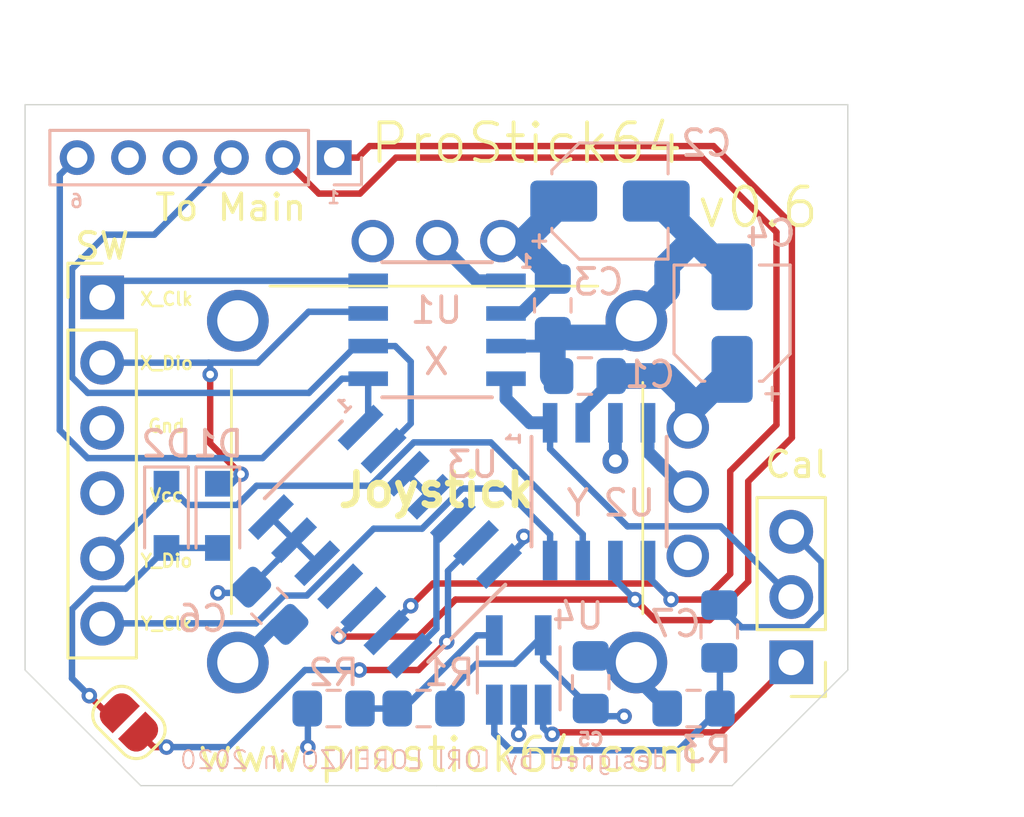
<source format=kicad_pcb>
(kicad_pcb (version 20171130) (host pcbnew "(5.1.6-0-10_14)")

  (general
    (thickness 1.6)
    (drawings 19)
    (tracks 214)
    (zones 0)
    (modules 22)
    (nets 22)
  )

  (page A4)
  (layers
    (0 F.Cu signal)
    (1 In1.Cu signal)
    (2 In2.Cu signal)
    (31 B.Cu signal)
    (32 B.Adhes user hide)
    (33 F.Adhes user hide)
    (34 B.Paste user)
    (35 F.Paste user)
    (36 B.SilkS user)
    (37 F.SilkS user)
    (38 B.Mask user)
    (39 F.Mask user)
    (40 Dwgs.User user hide)
    (41 Cmts.User user hide)
    (42 Eco1.User user hide)
    (43 Eco2.User user hide)
    (44 Edge.Cuts user)
    (45 Margin user hide)
    (46 B.CrtYd user hide)
    (47 F.CrtYd user hide)
    (48 B.Fab user hide)
    (49 F.Fab user hide)
  )

  (setup
    (last_trace_width 0.25)
    (user_trace_width 0.5)
    (user_trace_width 1)
    (trace_clearance 0.2)
    (zone_clearance 0.508)
    (zone_45_only no)
    (trace_min 0.2)
    (via_size 0.8)
    (via_drill 0.4)
    (via_min_size 0.4)
    (via_min_drill 0.3)
    (user_via 0.6 0.3)
    (user_via 1 0.5)
    (user_via 1.8 1)
    (uvia_size 0.3)
    (uvia_drill 0.1)
    (uvias_allowed no)
    (uvia_min_size 0.2)
    (uvia_min_drill 0.1)
    (edge_width 0.05)
    (segment_width 0.2)
    (pcb_text_width 0.3)
    (pcb_text_size 1.5 1.5)
    (mod_edge_width 0.12)
    (mod_text_size 1 1)
    (mod_text_width 0.15)
    (pad_size 2.2 2.2)
    (pad_drill 2.2)
    (pad_to_mask_clearance 0.051)
    (solder_mask_min_width 0.25)
    (aux_axis_origin 0 0)
    (grid_origin 130 60)
    (visible_elements FFFFFF7F)
    (pcbplotparams
      (layerselection 0x010fc_ffffffff)
      (usegerberextensions false)
      (usegerberattributes false)
      (usegerberadvancedattributes false)
      (creategerberjobfile false)
      (excludeedgelayer true)
      (linewidth 0.100000)
      (plotframeref false)
      (viasonmask false)
      (mode 1)
      (useauxorigin false)
      (hpglpennumber 1)
      (hpglpenspeed 20)
      (hpglpendiameter 15.000000)
      (psnegative false)
      (psa4output false)
      (plotreference true)
      (plotvalue true)
      (plotinvisibletext false)
      (padsonsilk false)
      (subtractmaskfromsilk false)
      (outputformat 1)
      (mirror false)
      (drillshape 0)
      (scaleselection 1)
      (outputdirectory "PLOT/6_1/"))
  )

  (net 0 "")
  (net 1 GND)
  (net 2 "Net-(J1-Pad6)")
  (net 3 "Net-(J1-Pad1)")
  (net 4 "Net-(RV1-Pad2)")
  (net 5 "Net-(RV1-Pad5)")
  (net 6 "Net-(J2-Pad1)")
  (net 7 /Vcc)
  (net 8 "Net-(C7-Pad2)")
  (net 9 /x_dio)
  (net 10 "Net-(D1-Pad2)")
  (net 11 /y_dio)
  (net 12 /cal)
  (net 13 /Y1)
  (net 14 /Y0)
  (net 15 /X1)
  (net 16 /X0)
  (net 17 "Net-(JP1-Pad2)")
  (net 18 "Net-(R1-Pad1)")
  (net 19 "Net-(U3-Pad3)")
  (net 20 "Net-(U3-Pad5)")
  (net 21 "Net-(U3-Pad11)")

  (net_class Default "This is the default net class."
    (clearance 0.2)
    (trace_width 0.25)
    (via_dia 0.8)
    (via_drill 0.4)
    (uvia_dia 0.3)
    (uvia_drill 0.1)
    (add_net /Vcc)
    (add_net /X0)
    (add_net /X1)
    (add_net /Y0)
    (add_net /Y1)
    (add_net /cal)
    (add_net /x_dio)
    (add_net /y_dio)
    (add_net GND)
    (add_net "Net-(C7-Pad2)")
    (add_net "Net-(D1-Pad2)")
    (add_net "Net-(J1-Pad1)")
    (add_net "Net-(J1-Pad6)")
    (add_net "Net-(J2-Pad1)")
    (add_net "Net-(JP1-Pad2)")
    (add_net "Net-(R1-Pad1)")
    (add_net "Net-(RV1-Pad2)")
    (add_net "Net-(RV1-Pad5)")
    (add_net "Net-(U3-Pad11)")
    (add_net "Net-(U3-Pad3)")
    (add_net "Net-(U3-Pad5)")
  )

  (module MountingHole:MountingHole_2.2mm_M2 (layer F.Cu) (tedit 5FEB61D9) (tstamp 5FEB6962)
    (at 166.3 58.4)
    (descr "Mounting Hole 2.2mm, no annular, M2")
    (tags "mounting hole 2.2mm no annular m2")
    (attr virtual)
    (fp_text reference REF** (at 0 -3.2) (layer F.SilkS) hide
      (effects (font (size 1 1) (thickness 0.15)))
    )
    (fp_text value MountingHole_2.2mm_M2 (at 0 3.2) (layer F.Fab)
      (effects (font (size 1 1) (thickness 0.15)))
    )
    (fp_circle (center 0 0) (end 2.45 0) (layer F.CrtYd) (width 0.05))
    (fp_circle (center 0 0) (end 2.2 0) (layer Cmts.User) (width 0.15))
    (fp_text user %R (at 0.3 0) (layer F.Fab)
      (effects (font (size 1 1) (thickness 0.15)))
    )
    (pad "" np_thru_hole circle (at -5.8 3.1) (size 2.2 2.2) (drill 2.2) (layers *.Cu *.Mask))
  )

  (module Jumper:SolderJumper-2_P1.3mm_Open_RoundedPad1.0x1.5mm (layer F.Cu) (tedit 5B391E66) (tstamp 5F8F435A)
    (at 134.040381 84.040381 315)
    (descr "SMD Solder Jumper, 1x1.5mm, rounded Pads, 0.3mm gap, open")
    (tags "solder jumper open")
    (path /5F910C36)
    (attr virtual)
    (fp_text reference JP1 (at 0 -1.8 135) (layer F.SilkS) hide
      (effects (font (size 1 1) (thickness 0.15)))
    )
    (fp_text value SolderJumper_2_Open (at 0 1.9 135) (layer F.Fab)
      (effects (font (size 1 1) (thickness 0.15)))
    )
    (fp_line (start -1.4 0.3) (end -1.4 -0.3) (layer F.SilkS) (width 0.12))
    (fp_line (start 0.7 1) (end -0.7 1) (layer F.SilkS) (width 0.12))
    (fp_line (start 1.4 -0.3) (end 1.4 0.3) (layer F.SilkS) (width 0.12))
    (fp_line (start -0.7 -1) (end 0.7 -1) (layer F.SilkS) (width 0.12))
    (fp_line (start -1.65 -1.25) (end 1.65 -1.25) (layer F.CrtYd) (width 0.05))
    (fp_line (start -1.65 -1.25) (end -1.65 1.25) (layer F.CrtYd) (width 0.05))
    (fp_line (start 1.65 1.25) (end 1.65 -1.25) (layer F.CrtYd) (width 0.05))
    (fp_line (start 1.65 1.25) (end -1.65 1.25) (layer F.CrtYd) (width 0.05))
    (fp_arc (start 0.7 -0.3) (end 1.4 -0.3) (angle -90) (layer F.SilkS) (width 0.12))
    (fp_arc (start 0.7 0.3) (end 0.7 1) (angle -90) (layer F.SilkS) (width 0.12))
    (fp_arc (start -0.7 0.3) (end -1.4 0.3) (angle -90) (layer F.SilkS) (width 0.12))
    (fp_arc (start -0.7 -0.3) (end -0.7 -1) (angle -90) (layer F.SilkS) (width 0.12))
    (pad 1 smd custom (at -0.65 0 315) (size 1 0.5) (layers F.Cu F.Mask)
      (net 10 "Net-(D1-Pad2)") (zone_connect 2)
      (options (clearance outline) (anchor rect))
      (primitives
        (gr_circle (center 0 0.25) (end 0.5 0.25) (width 0))
        (gr_circle (center 0 -0.25) (end 0.5 -0.25) (width 0))
        (gr_poly (pts
           (xy 0 -0.75) (xy 0.5 -0.75) (xy 0.5 0.75) (xy 0 0.75)) (width 0))
      ))
    (pad 2 smd custom (at 0.65 0 315) (size 1 0.5) (layers F.Cu F.Mask)
      (net 17 "Net-(JP1-Pad2)") (zone_connect 2)
      (options (clearance outline) (anchor rect))
      (primitives
        (gr_circle (center 0 0.25) (end 0.5 0.25) (width 0))
        (gr_circle (center 0 -0.25) (end 0.5 -0.25) (width 0))
        (gr_poly (pts
           (xy 0 -0.75) (xy -0.5 -0.75) (xy -0.5 0.75) (xy 0 0.75)) (width 0))
      ))
  )

  (module Connector_PinHeader_2.54mm:PinHeader_1x06_P2.54mm_Vertical (layer F.Cu) (tedit 59FED5CC) (tstamp 5F8F4301)
    (at 133 67.5)
    (descr "Through hole straight pin header, 1x06, 2.54mm pitch, single row")
    (tags "Through hole pin header THT 1x06 2.54mm single row")
    (path /5EBF3CE7)
    (fp_text reference SW (at 0 -2) (layer F.SilkS)
      (effects (font (size 1 1) (thickness 0.15)))
    )
    (fp_text value "Serial Wire" (at 0 15.03) (layer F.Fab)
      (effects (font (size 1 1) (thickness 0.15)))
    )
    (fp_line (start -0.635 -1.27) (end 1.27 -1.27) (layer F.Fab) (width 0.1))
    (fp_line (start 1.27 -1.27) (end 1.27 13.97) (layer F.Fab) (width 0.1))
    (fp_line (start 1.27 13.97) (end -1.27 13.97) (layer F.Fab) (width 0.1))
    (fp_line (start -1.27 13.97) (end -1.27 -0.635) (layer F.Fab) (width 0.1))
    (fp_line (start -1.27 -0.635) (end -0.635 -1.27) (layer F.Fab) (width 0.1))
    (fp_line (start -1.33 14.03) (end 1.33 14.03) (layer F.SilkS) (width 0.12))
    (fp_line (start -1.33 1.27) (end -1.33 14.03) (layer F.SilkS) (width 0.12))
    (fp_line (start 1.33 1.27) (end 1.33 14.03) (layer F.SilkS) (width 0.12))
    (fp_line (start -1.33 1.27) (end 1.33 1.27) (layer F.SilkS) (width 0.12))
    (fp_line (start -1.33 0) (end -1.33 -1.33) (layer F.SilkS) (width 0.12))
    (fp_line (start -1.33 -1.33) (end 0 -1.33) (layer F.SilkS) (width 0.12))
    (fp_line (start -1.8 -1.8) (end -1.8 14.5) (layer F.CrtYd) (width 0.05))
    (fp_line (start -1.8 14.5) (end 1.8 14.5) (layer F.CrtYd) (width 0.05))
    (fp_line (start 1.8 14.5) (end 1.8 -1.8) (layer F.CrtYd) (width 0.05))
    (fp_line (start 1.8 -1.8) (end -1.8 -1.8) (layer F.CrtYd) (width 0.05))
    (fp_text user %R (at 0 6.35 90) (layer F.Fab)
      (effects (font (size 1 1) (thickness 0.15)))
    )
    (pad 1 thru_hole rect (at 0 0) (size 1.7 1.7) (drill 1) (layers *.Cu *.Mask)
      (net 3 "Net-(J1-Pad1)"))
    (pad 2 thru_hole oval (at 0 2.54) (size 1.7 1.7) (drill 1) (layers *.Cu *.Mask)
      (net 9 /x_dio))
    (pad 3 thru_hole oval (at 0 5.08) (size 1.7 1.7) (drill 1) (layers *.Cu *.Mask)
      (net 1 GND))
    (pad 4 thru_hole oval (at 0 7.62) (size 1.7 1.7) (drill 1) (layers *.Cu *.Mask)
      (net 7 /Vcc))
    (pad 5 thru_hole oval (at 0 10.16) (size 1.7 1.7) (drill 1) (layers *.Cu *.Mask)
      (net 11 /y_dio))
    (pad 6 thru_hole oval (at 0 12.7) (size 1.7 1.7) (drill 1) (layers *.Cu *.Mask)
      (net 2 "Net-(J1-Pad6)"))
    (model ${KISYS3DMOD}/Connector_PinHeader_2.54mm.3dshapes/PinHeader_1x06_P2.54mm_Vertical.wrl
      (at (xyz 0 0 0))
      (scale (xyz 1 1 1))
      (rotate (xyz 0 0 0))
    )
  )

  (module "Lollo Custom:RKJXK122000D" (layer F.Cu) (tedit 5F8EE553) (tstamp 5FB4C4D9)
    (at 155.775 77.559)
    (descr RKJXK122000D-2)
    (tags Switch)
    (path /5EC50842)
    (fp_text reference Joystick (at -9.775 -2.559) (layer F.SilkS)
      (effects (font (size 1.27 1.27) (thickness 0.254)))
    )
    (fp_text value RKJXK122000D (at -8.938 -0.782) (layer F.SilkS) hide
      (effects (font (size 1.27 1.27) (thickness 0.254)))
    )
    (fp_line (start -19.7 8.3) (end -19.7 -14.075) (layer F.CrtYd) (width 0.1))
    (fp_line (start 1.825 8.3) (end -19.7 8.3) (layer F.CrtYd) (width 0.1))
    (fp_line (start 1.825 -14.075) (end 1.825 8.3) (layer F.CrtYd) (width 0.1))
    (fp_line (start -19.7 -14.075) (end 1.825 -14.075) (layer F.CrtYd) (width 0.1))
    (fp_line (start -3.5 -10.5) (end -3.5 -10.5) (layer F.SilkS) (width 0.1))
    (fp_line (start -16.25 -10.5) (end -3.5 -10.5) (layer F.SilkS) (width 0.1))
    (fp_line (start -16.25 -10.5) (end -16.25 -10.5) (layer F.SilkS) (width 0.1))
    (fp_line (start -3.5 -10.5) (end -16.25 -10.5) (layer F.SilkS) (width 0.1))
    (fp_line (start -1.75 -6.75) (end -1.75 2.25) (layer F.SilkS) (width 0.1))
    (fp_line (start -1.75 -6.75) (end -1.75 -6.75) (layer F.SilkS) (width 0.1))
    (fp_line (start -1.75 2.25) (end -1.75 -6.75) (layer F.SilkS) (width 0.1))
    (fp_line (start -1.75 2.25) (end -1.75 2.25) (layer F.SilkS) (width 0.1))
    (fp_line (start -17.75 2.25) (end -17.75 -7.25) (layer F.SilkS) (width 0.1))
    (fp_line (start -17.75 2.25) (end -17.75 2.25) (layer F.SilkS) (width 0.1))
    (fp_line (start -17.75 -7.25) (end -17.75 2.25) (layer F.SilkS) (width 0.1))
    (fp_line (start -17.75 -7.25) (end -17.75 -7.25) (layer F.SilkS) (width 0.1))
    (fp_line (start -17.75 -10.5) (end -17.75 5.5) (layer F.Fab) (width 0.2))
    (fp_line (start -1.75 -10.5) (end -17.75 -10.5) (layer F.Fab) (width 0.2))
    (fp_line (start -1.75 5.5) (end -1.75 -10.5) (layer F.Fab) (width 0.2))
    (fp_line (start -17.75 5.5) (end -1.75 5.5) (layer F.Fab) (width 0.2))
    (fp_text user %R (at -8.938 -0.782) (layer F.Fab)
      (effects (font (size 1.27 1.27) (thickness 0.254)))
    )
    (pad 4 thru_hole circle (at 0 0) (size 1.65 1.65) (drill 1.1) (layers *.Cu *.Mask)
      (net 1 GND))
    (pad 1 thru_hole circle (at -12.25 -12.25) (size 1.65 1.65) (drill 1.1) (layers *.Cu *.Mask)
      (net 1 GND))
    (pad 5 thru_hole circle (at 0 -2.5) (size 1.65 1.65) (drill 1.1) (layers *.Cu *.Mask)
      (net 5 "Net-(RV1-Pad5)"))
    (pad 2 thru_hole circle (at -9.75 -12.25) (size 1.65 1.65) (drill 1.1) (layers *.Cu *.Mask)
      (net 4 "Net-(RV1-Pad2)"))
    (pad 6 thru_hole circle (at 0 -5) (size 1.65 1.65) (drill 1.1) (layers *.Cu *.Mask)
      (net 7 /Vcc))
    (pad 3 thru_hole circle (at -7.25 -12.25) (size 1.65 1.65) (drill 1.1) (layers *.Cu *.Mask)
      (net 7 /Vcc))
    (pad GND thru_hole circle (at -17.5 -9.15) (size 2.4 2.4) (drill 1.6) (layers *.Cu *.Mask)
      (net 1 GND))
    (pad GND thru_hole circle (at -17.5 4.15) (size 2.4 2.4) (drill 1.6) (layers *.Cu *.Mask)
      (net 1 GND))
    (pad GND thru_hole circle (at -2 4.15) (size 2.4 2.4) (drill 1.6) (layers *.Cu *.Mask)
      (net 1 GND))
    (pad GND thru_hole circle (at -2 -9.15) (size 2.4 2.4) (drill 1.6) (layers *.Cu *.Mask)
      (net 1 GND))
    (model ${KISYS3DMOD}/LolloCustom.3dshapes/RKJXK122000D.STEP
      (offset (xyz -9.76 2.5 0))
      (scale (xyz 1 1 1))
      (rotate (xyz 0 0 0))
    )
  )

  (module Connector_PinHeader_2.54mm:PinHeader_1x03_P2.54mm_Vertical (layer F.Cu) (tedit 59FED5CC) (tstamp 5F8F431A)
    (at 159.8 81.7 180)
    (descr "Through hole straight pin header, 1x03, 2.54mm pitch, single row")
    (tags "Through hole pin header THT 1x03 2.54mm single row")
    (path /5EBEC867)
    (fp_text reference Cal (at -0.2 7.7) (layer F.SilkS)
      (effects (font (size 1 1) (thickness 0.15)))
    )
    (fp_text value CAL_SW (at 0 7.41) (layer F.Fab)
      (effects (font (size 1 1) (thickness 0.15)))
    )
    (fp_line (start -0.635 -1.27) (end 1.27 -1.27) (layer F.Fab) (width 0.1))
    (fp_line (start 1.27 -1.27) (end 1.27 6.35) (layer F.Fab) (width 0.1))
    (fp_line (start 1.27 6.35) (end -1.27 6.35) (layer F.Fab) (width 0.1))
    (fp_line (start -1.27 6.35) (end -1.27 -0.635) (layer F.Fab) (width 0.1))
    (fp_line (start -1.27 -0.635) (end -0.635 -1.27) (layer F.Fab) (width 0.1))
    (fp_line (start -1.33 6.41) (end 1.33 6.41) (layer F.SilkS) (width 0.12))
    (fp_line (start -1.33 1.27) (end -1.33 6.41) (layer F.SilkS) (width 0.12))
    (fp_line (start 1.33 1.27) (end 1.33 6.41) (layer F.SilkS) (width 0.12))
    (fp_line (start -1.33 1.27) (end 1.33 1.27) (layer F.SilkS) (width 0.12))
    (fp_line (start -1.33 0) (end -1.33 -1.33) (layer F.SilkS) (width 0.12))
    (fp_line (start -1.33 -1.33) (end 0 -1.33) (layer F.SilkS) (width 0.12))
    (fp_line (start -1.8 -1.8) (end -1.8 6.85) (layer F.CrtYd) (width 0.05))
    (fp_line (start -1.8 6.85) (end 1.8 6.85) (layer F.CrtYd) (width 0.05))
    (fp_line (start 1.8 6.85) (end 1.8 -1.8) (layer F.CrtYd) (width 0.05))
    (fp_line (start 1.8 -1.8) (end -1.8 -1.8) (layer F.CrtYd) (width 0.05))
    (fp_text user %R (at 0 2.54 90) (layer F.Fab)
      (effects (font (size 1 1) (thickness 0.15)))
    )
    (pad 1 thru_hole rect (at 0 0 180) (size 1.7 1.7) (drill 1) (layers *.Cu *.Mask)
      (net 6 "Net-(J2-Pad1)"))
    (pad 2 thru_hole oval (at 0 2.54 180) (size 1.7 1.7) (drill 1) (layers *.Cu *.Mask)
      (net 12 /cal))
    (pad 3 thru_hole oval (at 0 5.08 180) (size 1.7 1.7) (drill 1) (layers *.Cu *.Mask)
      (net 7 /Vcc))
    (model ${KISYS3DMOD}/Connector_PinHeader_2.54mm.3dshapes/PinHeader_1x03_P2.54mm_Vertical.wrl
      (at (xyz 0 0 0))
      (scale (xyz 1 1 1))
      (rotate (xyz 0 0 0))
    )
  )

  (module Capacitor_SMD:C_0805_2012Metric_Pad1.15x1.40mm_HandSolder (layer B.Cu) (tedit 5B36C52B) (tstamp 5F8F4230)
    (at 151.775 70.559 180)
    (descr "Capacitor SMD 0805 (2012 Metric), square (rectangular) end terminal, IPC_7351 nominal with elongated pad for handsoldering. (Body size source: https://docs.google.com/spreadsheets/d/1BsfQQcO9C6DZCsRaXUlFlo91Tg2WpOkGARC1WS5S8t0/edit?usp=sharing), generated with kicad-footprint-generator")
    (tags "capacitor handsolder")
    (path /5EC13EEB)
    (attr smd)
    (fp_text reference C1 (at -2.525 0.059) (layer B.SilkS)
      (effects (font (size 1 1) (thickness 0.15)) (justify mirror))
    )
    (fp_text value 0.1uF (at 0 -1.65) (layer B.Fab)
      (effects (font (size 1 1) (thickness 0.15)) (justify mirror))
    )
    (fp_line (start -1 -0.6) (end -1 0.6) (layer B.Fab) (width 0.1))
    (fp_line (start -1 0.6) (end 1 0.6) (layer B.Fab) (width 0.1))
    (fp_line (start 1 0.6) (end 1 -0.6) (layer B.Fab) (width 0.1))
    (fp_line (start 1 -0.6) (end -1 -0.6) (layer B.Fab) (width 0.1))
    (fp_line (start -0.261252 0.71) (end 0.261252 0.71) (layer B.SilkS) (width 0.12))
    (fp_line (start -0.261252 -0.71) (end 0.261252 -0.71) (layer B.SilkS) (width 0.12))
    (fp_line (start -1.85 -0.95) (end -1.85 0.95) (layer B.CrtYd) (width 0.05))
    (fp_line (start -1.85 0.95) (end 1.85 0.95) (layer B.CrtYd) (width 0.05))
    (fp_line (start 1.85 0.95) (end 1.85 -0.95) (layer B.CrtYd) (width 0.05))
    (fp_line (start 1.85 -0.95) (end -1.85 -0.95) (layer B.CrtYd) (width 0.05))
    (fp_text user %R (at 0 0) (layer B.Fab)
      (effects (font (size 0.5 0.5) (thickness 0.08)) (justify mirror))
    )
    (pad 1 smd roundrect (at -1.025 0 180) (size 1.15 1.4) (layers B.Cu B.Paste B.Mask) (roundrect_rratio 0.217391)
      (net 7 /Vcc))
    (pad 2 smd roundrect (at 1.025 0 180) (size 1.15 1.4) (layers B.Cu B.Paste B.Mask) (roundrect_rratio 0.217391)
      (net 1 GND))
    (model ${KISYS3DMOD}/Capacitor_SMD.3dshapes/C_0805_2012Metric.wrl
      (at (xyz 0 0 0))
      (scale (xyz 1 1 1))
      (rotate (xyz 0 0 0))
    )
  )

  (module Capacitor_SMD:CP_Elec_4x5.3 (layer B.Cu) (tedit 5BCA39CF) (tstamp 5F8F4240)
    (at 152.75 63.75)
    (descr "SMD capacitor, aluminum electrolytic, Vishay, 4.0x5.3mm")
    (tags "capacitor electrolytic")
    (path /5EC198B1)
    (attr smd)
    (fp_text reference C2 (at 3.75 -2.25) (layer B.SilkS)
      (effects (font (size 1 1) (thickness 0.15)) (justify mirror))
    )
    (fp_text value 4.7uF (at 0 3.54) (layer B.Fab)
      (effects (font (size 1 1) (thickness 0.15)) (justify mirror))
    )
    (fp_circle (center 0 0) (end 2 0) (layer B.Fab) (width 0.1))
    (fp_line (start 2.15 2.15) (end 2.15 -2.15) (layer B.Fab) (width 0.1))
    (fp_line (start -1.15 2.15) (end 2.15 2.15) (layer B.Fab) (width 0.1))
    (fp_line (start -1.15 -2.15) (end 2.15 -2.15) (layer B.Fab) (width 0.1))
    (fp_line (start -2.15 1.15) (end -2.15 -1.15) (layer B.Fab) (width 0.1))
    (fp_line (start -2.15 1.15) (end -1.15 2.15) (layer B.Fab) (width 0.1))
    (fp_line (start -2.15 -1.15) (end -1.15 -2.15) (layer B.Fab) (width 0.1))
    (fp_line (start -1.574773 1) (end -1.174773 1) (layer B.Fab) (width 0.1))
    (fp_line (start -1.374773 1.2) (end -1.374773 0.8) (layer B.Fab) (width 0.1))
    (fp_line (start 2.26 -2.26) (end 2.26 -1.06) (layer B.SilkS) (width 0.12))
    (fp_line (start 2.26 2.26) (end 2.26 1.06) (layer B.SilkS) (width 0.12))
    (fp_line (start -1.195563 2.26) (end 2.26 2.26) (layer B.SilkS) (width 0.12))
    (fp_line (start -1.195563 -2.26) (end 2.26 -2.26) (layer B.SilkS) (width 0.12))
    (fp_line (start -2.26 -1.195563) (end -2.26 -1.06) (layer B.SilkS) (width 0.12))
    (fp_line (start -2.26 1.195563) (end -2.26 1.06) (layer B.SilkS) (width 0.12))
    (fp_line (start -2.26 1.195563) (end -1.195563 2.26) (layer B.SilkS) (width 0.12))
    (fp_line (start -2.26 -1.195563) (end -1.195563 -2.26) (layer B.SilkS) (width 0.12))
    (fp_line (start -3 1.56) (end -2.5 1.56) (layer B.SilkS) (width 0.12))
    (fp_line (start -2.75 1.81) (end -2.75 1.31) (layer B.SilkS) (width 0.12))
    (fp_line (start 2.4 2.4) (end 2.4 1.05) (layer B.CrtYd) (width 0.05))
    (fp_line (start 2.4 1.05) (end 3.35 1.05) (layer B.CrtYd) (width 0.05))
    (fp_line (start 3.35 1.05) (end 3.35 -1.05) (layer B.CrtYd) (width 0.05))
    (fp_line (start 3.35 -1.05) (end 2.4 -1.05) (layer B.CrtYd) (width 0.05))
    (fp_line (start 2.4 -1.05) (end 2.4 -2.4) (layer B.CrtYd) (width 0.05))
    (fp_line (start -1.25 -2.4) (end 2.4 -2.4) (layer B.CrtYd) (width 0.05))
    (fp_line (start -1.25 2.4) (end 2.4 2.4) (layer B.CrtYd) (width 0.05))
    (fp_line (start -2.4 -1.25) (end -1.25 -2.4) (layer B.CrtYd) (width 0.05))
    (fp_line (start -2.4 1.25) (end -1.25 2.4) (layer B.CrtYd) (width 0.05))
    (fp_line (start -2.4 1.25) (end -2.4 1.05) (layer B.CrtYd) (width 0.05))
    (fp_line (start -2.4 -1.05) (end -2.4 -1.25) (layer B.CrtYd) (width 0.05))
    (fp_line (start -2.4 1.05) (end -3.35 1.05) (layer B.CrtYd) (width 0.05))
    (fp_line (start -3.35 1.05) (end -3.35 -1.05) (layer B.CrtYd) (width 0.05))
    (fp_line (start -3.35 -1.05) (end -2.4 -1.05) (layer B.CrtYd) (width 0.05))
    (fp_text user %R (at 0 0) (layer B.Fab)
      (effects (font (size 0.8 0.8) (thickness 0.12)) (justify mirror))
    )
    (pad 1 smd roundrect (at -1.8 0) (size 2.6 1.6) (layers B.Cu B.Paste B.Mask) (roundrect_rratio 0.15625)
      (net 7 /Vcc))
    (pad 2 smd roundrect (at 1.8 0) (size 2.6 1.6) (layers B.Cu B.Paste B.Mask) (roundrect_rratio 0.15625)
      (net 1 GND))
    (model ${KISYS3DMOD}/Capacitor_SMD.3dshapes/CP_Elec_4x5.3.wrl
      (at (xyz 0 0 0))
      (scale (xyz 1 1 1))
      (rotate (xyz 0 0 0))
    )
  )

  (module Capacitor_SMD:C_0805_2012Metric_Pad1.15x1.40mm_HandSolder (layer B.Cu) (tedit 5B36C52B) (tstamp 5F8F4267)
    (at 150.525 67.809 270)
    (descr "Capacitor SMD 0805 (2012 Metric), square (rectangular) end terminal, IPC_7351 nominal with elongated pad for handsoldering. (Body size source: https://docs.google.com/spreadsheets/d/1BsfQQcO9C6DZCsRaXUlFlo91Tg2WpOkGARC1WS5S8t0/edit?usp=sharing), generated with kicad-footprint-generator")
    (tags "capacitor handsolder")
    (path /5EC2919F)
    (attr smd)
    (fp_text reference C3 (at -0.909 -1.775 180) (layer B.SilkS)
      (effects (font (size 1 1) (thickness 0.15)) (justify mirror))
    )
    (fp_text value 0.1uF (at 0 -1.65 90) (layer B.Fab)
      (effects (font (size 1 1) (thickness 0.15)) (justify mirror))
    )
    (fp_line (start 1.85 -0.95) (end -1.85 -0.95) (layer B.CrtYd) (width 0.05))
    (fp_line (start 1.85 0.95) (end 1.85 -0.95) (layer B.CrtYd) (width 0.05))
    (fp_line (start -1.85 0.95) (end 1.85 0.95) (layer B.CrtYd) (width 0.05))
    (fp_line (start -1.85 -0.95) (end -1.85 0.95) (layer B.CrtYd) (width 0.05))
    (fp_line (start -0.261252 -0.71) (end 0.261252 -0.71) (layer B.SilkS) (width 0.12))
    (fp_line (start -0.261252 0.71) (end 0.261252 0.71) (layer B.SilkS) (width 0.12))
    (fp_line (start 1 -0.6) (end -1 -0.6) (layer B.Fab) (width 0.1))
    (fp_line (start 1 0.6) (end 1 -0.6) (layer B.Fab) (width 0.1))
    (fp_line (start -1 0.6) (end 1 0.6) (layer B.Fab) (width 0.1))
    (fp_line (start -1 -0.6) (end -1 0.6) (layer B.Fab) (width 0.1))
    (fp_text user %R (at 0 0 90) (layer B.Fab)
      (effects (font (size 0.5 0.5) (thickness 0.08)) (justify mirror))
    )
    (pad 2 smd roundrect (at 1.025 0 270) (size 1.15 1.4) (layers B.Cu B.Paste B.Mask) (roundrect_rratio 0.217391)
      (net 1 GND))
    (pad 1 smd roundrect (at -1.025 0 270) (size 1.15 1.4) (layers B.Cu B.Paste B.Mask) (roundrect_rratio 0.217391)
      (net 7 /Vcc))
    (model ${KISYS3DMOD}/Capacitor_SMD.3dshapes/C_0805_2012Metric.wrl
      (at (xyz 0 0 0))
      (scale (xyz 1 1 1))
      (rotate (xyz 0 0 0))
    )
  )

  (module Capacitor_SMD:CP_Elec_4x5.3 (layer B.Cu) (tedit 5BCA39CF) (tstamp 5F8F4277)
    (at 157.5 68.5 90)
    (descr "SMD capacitor, aluminum electrolytic, Vishay, 4.0x5.3mm")
    (tags "capacitor electrolytic")
    (path /5EC2991A)
    (attr smd)
    (fp_text reference C4 (at 3.5 1.5 180) (layer B.SilkS)
      (effects (font (size 1 1) (thickness 0.15)) (justify mirror))
    )
    (fp_text value 4.7uF (at 0 3.54 90) (layer B.Fab)
      (effects (font (size 1 1) (thickness 0.15)) (justify mirror))
    )
    (fp_line (start -3.35 -1.05) (end -2.4 -1.05) (layer B.CrtYd) (width 0.05))
    (fp_line (start -3.35 1.05) (end -3.35 -1.05) (layer B.CrtYd) (width 0.05))
    (fp_line (start -2.4 1.05) (end -3.35 1.05) (layer B.CrtYd) (width 0.05))
    (fp_line (start -2.4 -1.05) (end -2.4 -1.25) (layer B.CrtYd) (width 0.05))
    (fp_line (start -2.4 1.25) (end -2.4 1.05) (layer B.CrtYd) (width 0.05))
    (fp_line (start -2.4 1.25) (end -1.25 2.4) (layer B.CrtYd) (width 0.05))
    (fp_line (start -2.4 -1.25) (end -1.25 -2.4) (layer B.CrtYd) (width 0.05))
    (fp_line (start -1.25 2.4) (end 2.4 2.4) (layer B.CrtYd) (width 0.05))
    (fp_line (start -1.25 -2.4) (end 2.4 -2.4) (layer B.CrtYd) (width 0.05))
    (fp_line (start 2.4 -1.05) (end 2.4 -2.4) (layer B.CrtYd) (width 0.05))
    (fp_line (start 3.35 -1.05) (end 2.4 -1.05) (layer B.CrtYd) (width 0.05))
    (fp_line (start 3.35 1.05) (end 3.35 -1.05) (layer B.CrtYd) (width 0.05))
    (fp_line (start 2.4 1.05) (end 3.35 1.05) (layer B.CrtYd) (width 0.05))
    (fp_line (start 2.4 2.4) (end 2.4 1.05) (layer B.CrtYd) (width 0.05))
    (fp_line (start -2.75 1.81) (end -2.75 1.31) (layer B.SilkS) (width 0.12))
    (fp_line (start -3 1.56) (end -2.5 1.56) (layer B.SilkS) (width 0.12))
    (fp_line (start -2.26 -1.195563) (end -1.195563 -2.26) (layer B.SilkS) (width 0.12))
    (fp_line (start -2.26 1.195563) (end -1.195563 2.26) (layer B.SilkS) (width 0.12))
    (fp_line (start -2.26 1.195563) (end -2.26 1.06) (layer B.SilkS) (width 0.12))
    (fp_line (start -2.26 -1.195563) (end -2.26 -1.06) (layer B.SilkS) (width 0.12))
    (fp_line (start -1.195563 -2.26) (end 2.26 -2.26) (layer B.SilkS) (width 0.12))
    (fp_line (start -1.195563 2.26) (end 2.26 2.26) (layer B.SilkS) (width 0.12))
    (fp_line (start 2.26 2.26) (end 2.26 1.06) (layer B.SilkS) (width 0.12))
    (fp_line (start 2.26 -2.26) (end 2.26 -1.06) (layer B.SilkS) (width 0.12))
    (fp_line (start -1.374773 1.2) (end -1.374773 0.8) (layer B.Fab) (width 0.1))
    (fp_line (start -1.574773 1) (end -1.174773 1) (layer B.Fab) (width 0.1))
    (fp_line (start -2.15 -1.15) (end -1.15 -2.15) (layer B.Fab) (width 0.1))
    (fp_line (start -2.15 1.15) (end -1.15 2.15) (layer B.Fab) (width 0.1))
    (fp_line (start -2.15 1.15) (end -2.15 -1.15) (layer B.Fab) (width 0.1))
    (fp_line (start -1.15 -2.15) (end 2.15 -2.15) (layer B.Fab) (width 0.1))
    (fp_line (start -1.15 2.15) (end 2.15 2.15) (layer B.Fab) (width 0.1))
    (fp_line (start 2.15 2.15) (end 2.15 -2.15) (layer B.Fab) (width 0.1))
    (fp_circle (center 0 0) (end 2 0) (layer B.Fab) (width 0.1))
    (fp_text user %R (at 0 0 90) (layer B.Fab)
      (effects (font (size 0.8 0.8) (thickness 0.12)) (justify mirror))
    )
    (pad 2 smd roundrect (at 1.8 0 90) (size 2.6 1.6) (layers B.Cu B.Paste B.Mask) (roundrect_rratio 0.15625)
      (net 1 GND))
    (pad 1 smd roundrect (at -1.8 0 90) (size 2.6 1.6) (layers B.Cu B.Paste B.Mask) (roundrect_rratio 0.15625)
      (net 7 /Vcc))
    (model ${KISYS3DMOD}/Capacitor_SMD.3dshapes/CP_Elec_4x5.3.wrl
      (at (xyz 0 0 0))
      (scale (xyz 1 1 1))
      (rotate (xyz 0 0 0))
    )
  )

  (module Capacitor_SMD:C_0805_2012Metric_Pad1.15x1.40mm_HandSolder (layer B.Cu) (tedit 5B36C52B) (tstamp 5F8F42AE)
    (at 152 82.475001 90)
    (descr "Capacitor SMD 0805 (2012 Metric), square (rectangular) end terminal, IPC_7351 nominal with elongated pad for handsoldering. (Body size source: https://docs.google.com/spreadsheets/d/1BsfQQcO9C6DZCsRaXUlFlo91Tg2WpOkGARC1WS5S8t0/edit?usp=sharing), generated with kicad-footprint-generator")
    (tags "capacitor handsolder")
    (path /5F9450D1)
    (attr smd)
    (fp_text reference C5 (at -2.224999 0) (layer B.SilkS)
      (effects (font (size 0.5 0.5) (thickness 0.125)) (justify mirror))
    )
    (fp_text value 0.1uF (at 0 -1.65 270) (layer B.Fab)
      (effects (font (size 1 1) (thickness 0.15)) (justify mirror))
    )
    (fp_line (start -1 -0.6) (end -1 0.6) (layer B.Fab) (width 0.1))
    (fp_line (start -1 0.6) (end 1 0.6) (layer B.Fab) (width 0.1))
    (fp_line (start 1 0.6) (end 1 -0.6) (layer B.Fab) (width 0.1))
    (fp_line (start 1 -0.6) (end -1 -0.6) (layer B.Fab) (width 0.1))
    (fp_line (start -0.261252 0.71) (end 0.261252 0.71) (layer B.SilkS) (width 0.12))
    (fp_line (start -0.261252 -0.71) (end 0.261252 -0.71) (layer B.SilkS) (width 0.12))
    (fp_line (start -1.85 -0.95) (end -1.85 0.95) (layer B.CrtYd) (width 0.05))
    (fp_line (start -1.85 0.95) (end 1.85 0.95) (layer B.CrtYd) (width 0.05))
    (fp_line (start 1.85 0.95) (end 1.85 -0.95) (layer B.CrtYd) (width 0.05))
    (fp_line (start 1.85 -0.95) (end -1.85 -0.95) (layer B.CrtYd) (width 0.05))
    (fp_text user %R (at 0 0 270) (layer B.Fab)
      (effects (font (size 0.5 0.5) (thickness 0.08)) (justify mirror))
    )
    (pad 1 smd roundrect (at -1.025 0 90) (size 1.15 1.4) (layers B.Cu B.Paste B.Mask) (roundrect_rratio 0.217391)
      (net 7 /Vcc))
    (pad 2 smd roundrect (at 1.025 0 90) (size 1.15 1.4) (layers B.Cu B.Paste B.Mask) (roundrect_rratio 0.217391)
      (net 1 GND))
    (model ${KISYS3DMOD}/Capacitor_SMD.3dshapes/C_0805_2012Metric.wrl
      (at (xyz 0 0 0))
      (scale (xyz 1 1 1))
      (rotate (xyz 0 0 0))
    )
  )

  (module Capacitor_SMD:C_0805_2012Metric_Pad1.15x1.40mm_HandSolder (layer B.Cu) (tedit 5B36C52B) (tstamp 5F8F42BF)
    (at 139.5 79.5 315)
    (descr "Capacitor SMD 0805 (2012 Metric), square (rectangular) end terminal, IPC_7351 nominal with elongated pad for handsoldering. (Body size source: https://docs.google.com/spreadsheets/d/1BsfQQcO9C6DZCsRaXUlFlo91Tg2WpOkGARC1WS5S8t0/edit?usp=sharing), generated with kicad-footprint-generator")
    (tags "capacitor handsolder")
    (path /5F948BBB)
    (attr smd)
    (fp_text reference C6 (at -1.484924 2.192031) (layer B.SilkS)
      (effects (font (size 1 1) (thickness 0.15)) (justify mirror))
    )
    (fp_text value 0.1uF (at 0 -1.65 315) (layer B.Fab)
      (effects (font (size 1 1) (thickness 0.15)) (justify mirror))
    )
    (fp_line (start 1.85 -0.95) (end -1.85 -0.95) (layer B.CrtYd) (width 0.05))
    (fp_line (start 1.85 0.95) (end 1.85 -0.95) (layer B.CrtYd) (width 0.05))
    (fp_line (start -1.85 0.95) (end 1.85 0.95) (layer B.CrtYd) (width 0.05))
    (fp_line (start -1.85 -0.95) (end -1.85 0.95) (layer B.CrtYd) (width 0.05))
    (fp_line (start -0.261252 -0.71) (end 0.261252 -0.71) (layer B.SilkS) (width 0.12))
    (fp_line (start -0.261252 0.71) (end 0.261252 0.71) (layer B.SilkS) (width 0.12))
    (fp_line (start 1 -0.6) (end -1 -0.6) (layer B.Fab) (width 0.1))
    (fp_line (start 1 0.6) (end 1 -0.6) (layer B.Fab) (width 0.1))
    (fp_line (start -1 0.6) (end 1 0.6) (layer B.Fab) (width 0.1))
    (fp_line (start -1 -0.6) (end -1 0.6) (layer B.Fab) (width 0.1))
    (fp_text user %R (at 0 0 315) (layer B.Fab)
      (effects (font (size 0.5 0.5) (thickness 0.08)) (justify mirror))
    )
    (pad 2 smd roundrect (at 1.025 0 315) (size 1.15 1.4) (layers B.Cu B.Paste B.Mask) (roundrect_rratio 0.217391)
      (net 1 GND))
    (pad 1 smd roundrect (at -1.025 0 315) (size 1.15 1.4) (layers B.Cu B.Paste B.Mask) (roundrect_rratio 0.217391)
      (net 7 /Vcc))
    (model ${KISYS3DMOD}/Capacitor_SMD.3dshapes/C_0805_2012Metric.wrl
      (at (xyz 0 0 0))
      (scale (xyz 1 1 1))
      (rotate (xyz 0 0 0))
    )
  )

  (module Capacitor_SMD:C_0805_2012Metric_Pad1.15x1.40mm_HandSolder (layer B.Cu) (tedit 5B36C52B) (tstamp 5F8F42D0)
    (at 157 80.5 270)
    (descr "Capacitor SMD 0805 (2012 Metric), square (rectangular) end terminal, IPC_7351 nominal with elongated pad for handsoldering. (Body size source: https://docs.google.com/spreadsheets/d/1BsfQQcO9C6DZCsRaXUlFlo91Tg2WpOkGARC1WS5S8t0/edit?usp=sharing), generated with kicad-footprint-generator")
    (tags "capacitor handsolder")
    (path /5F95CA5B)
    (attr smd)
    (fp_text reference C7 (at -0.3 1.7) (layer B.SilkS)
      (effects (font (size 1 1) (thickness 0.15)) (justify mirror))
    )
    (fp_text value 0.1uF (at 0 -1.65 270) (layer B.Fab)
      (effects (font (size 1 1) (thickness 0.15)) (justify mirror))
    )
    (fp_line (start -1 -0.6) (end -1 0.6) (layer B.Fab) (width 0.1))
    (fp_line (start -1 0.6) (end 1 0.6) (layer B.Fab) (width 0.1))
    (fp_line (start 1 0.6) (end 1 -0.6) (layer B.Fab) (width 0.1))
    (fp_line (start 1 -0.6) (end -1 -0.6) (layer B.Fab) (width 0.1))
    (fp_line (start -0.261252 0.71) (end 0.261252 0.71) (layer B.SilkS) (width 0.12))
    (fp_line (start -0.261252 -0.71) (end 0.261252 -0.71) (layer B.SilkS) (width 0.12))
    (fp_line (start -1.85 -0.95) (end -1.85 0.95) (layer B.CrtYd) (width 0.05))
    (fp_line (start -1.85 0.95) (end 1.85 0.95) (layer B.CrtYd) (width 0.05))
    (fp_line (start 1.85 0.95) (end 1.85 -0.95) (layer B.CrtYd) (width 0.05))
    (fp_line (start 1.85 -0.95) (end -1.85 -0.95) (layer B.CrtYd) (width 0.05))
    (fp_text user %R (at 0 0 270) (layer B.Fab)
      (effects (font (size 0.5 0.5) (thickness 0.08)) (justify mirror))
    )
    (pad 1 smd roundrect (at -1.025 0 270) (size 1.15 1.4) (layers B.Cu B.Paste B.Mask) (roundrect_rratio 0.217391)
      (net 7 /Vcc))
    (pad 2 smd roundrect (at 1.025 0 270) (size 1.15 1.4) (layers B.Cu B.Paste B.Mask) (roundrect_rratio 0.217391)
      (net 8 "Net-(C7-Pad2)"))
    (model ${KISYS3DMOD}/Capacitor_SMD.3dshapes/C_0805_2012Metric.wrl
      (at (xyz 0 0 0))
      (scale (xyz 1 1 1))
      (rotate (xyz 0 0 0))
    )
  )

  (module Diode_SMD:D_SOD-323_HandSoldering (layer B.Cu) (tedit 58641869) (tstamp 5F8F42E8)
    (at 137.5 76 270)
    (descr SOD-323)
    (tags SOD-323)
    (path /5F90B475)
    (attr smd)
    (fp_text reference D1 (at -2.8 0 180) (layer B.SilkS)
      (effects (font (size 1 1) (thickness 0.15)) (justify mirror))
    )
    (fp_text value BAS316 (at 0.1 -1.9 90) (layer B.Fab)
      (effects (font (size 1 1) (thickness 0.15)) (justify mirror))
    )
    (fp_line (start -1.9 0.85) (end -1.9 -0.85) (layer B.SilkS) (width 0.12))
    (fp_line (start 0.2 0) (end 0.45 0) (layer B.Fab) (width 0.1))
    (fp_line (start 0.2 -0.35) (end -0.3 0) (layer B.Fab) (width 0.1))
    (fp_line (start 0.2 0.35) (end 0.2 -0.35) (layer B.Fab) (width 0.1))
    (fp_line (start -0.3 0) (end 0.2 0.35) (layer B.Fab) (width 0.1))
    (fp_line (start -0.3 0) (end -0.5 0) (layer B.Fab) (width 0.1))
    (fp_line (start -0.3 0.35) (end -0.3 -0.35) (layer B.Fab) (width 0.1))
    (fp_line (start -0.9 -0.7) (end -0.9 0.7) (layer B.Fab) (width 0.1))
    (fp_line (start 0.9 -0.7) (end -0.9 -0.7) (layer B.Fab) (width 0.1))
    (fp_line (start 0.9 0.7) (end 0.9 -0.7) (layer B.Fab) (width 0.1))
    (fp_line (start -0.9 0.7) (end 0.9 0.7) (layer B.Fab) (width 0.1))
    (fp_line (start -2 0.95) (end 2 0.95) (layer B.CrtYd) (width 0.05))
    (fp_line (start 2 0.95) (end 2 -0.95) (layer B.CrtYd) (width 0.05))
    (fp_line (start -2 -0.95) (end 2 -0.95) (layer B.CrtYd) (width 0.05))
    (fp_line (start -2 0.95) (end -2 -0.95) (layer B.CrtYd) (width 0.05))
    (fp_line (start -1.9 -0.85) (end 1.25 -0.85) (layer B.SilkS) (width 0.12))
    (fp_line (start -1.9 0.85) (end 1.25 0.85) (layer B.SilkS) (width 0.12))
    (fp_text user %R (at 0 1.85 90) (layer B.Fab)
      (effects (font (size 1 1) (thickness 0.15)) (justify mirror))
    )
    (pad 1 smd rect (at -1.25 0 270) (size 1 1) (layers B.Cu B.Paste B.Mask)
      (net 9 /x_dio))
    (pad 2 smd rect (at 1.25 0 270) (size 1 1) (layers B.Cu B.Paste B.Mask)
      (net 10 "Net-(D1-Pad2)"))
    (model ${KISYS3DMOD}/Diode_SMD.3dshapes/D_SOD-323.wrl
      (at (xyz 0 0 0))
      (scale (xyz 1 1 1))
      (rotate (xyz 0 0 0))
    )
  )

  (module Diode_SMD:D_SOD-323_HandSoldering (layer B.Cu) (tedit 58641869) (tstamp 5F8F4300)
    (at 135.5 76 270)
    (descr SOD-323)
    (tags SOD-323)
    (path /5F90C1C4)
    (attr smd)
    (fp_text reference D2 (at -2.8 0) (layer B.SilkS)
      (effects (font (size 1 1) (thickness 0.15)) (justify mirror))
    )
    (fp_text value BAS316 (at 0.1 -1.9 270) (layer B.Fab)
      (effects (font (size 1 1) (thickness 0.15)) (justify mirror))
    )
    (fp_line (start -1.9 0.85) (end 1.25 0.85) (layer B.SilkS) (width 0.12))
    (fp_line (start -1.9 -0.85) (end 1.25 -0.85) (layer B.SilkS) (width 0.12))
    (fp_line (start -2 0.95) (end -2 -0.95) (layer B.CrtYd) (width 0.05))
    (fp_line (start -2 -0.95) (end 2 -0.95) (layer B.CrtYd) (width 0.05))
    (fp_line (start 2 0.95) (end 2 -0.95) (layer B.CrtYd) (width 0.05))
    (fp_line (start -2 0.95) (end 2 0.95) (layer B.CrtYd) (width 0.05))
    (fp_line (start -0.9 0.7) (end 0.9 0.7) (layer B.Fab) (width 0.1))
    (fp_line (start 0.9 0.7) (end 0.9 -0.7) (layer B.Fab) (width 0.1))
    (fp_line (start 0.9 -0.7) (end -0.9 -0.7) (layer B.Fab) (width 0.1))
    (fp_line (start -0.9 -0.7) (end -0.9 0.7) (layer B.Fab) (width 0.1))
    (fp_line (start -0.3 0.35) (end -0.3 -0.35) (layer B.Fab) (width 0.1))
    (fp_line (start -0.3 0) (end -0.5 0) (layer B.Fab) (width 0.1))
    (fp_line (start -0.3 0) (end 0.2 0.35) (layer B.Fab) (width 0.1))
    (fp_line (start 0.2 0.35) (end 0.2 -0.35) (layer B.Fab) (width 0.1))
    (fp_line (start 0.2 -0.35) (end -0.3 0) (layer B.Fab) (width 0.1))
    (fp_line (start 0.2 0) (end 0.45 0) (layer B.Fab) (width 0.1))
    (fp_line (start -1.9 0.85) (end -1.9 -0.85) (layer B.SilkS) (width 0.12))
    (fp_text user %R (at 0 1.85 270) (layer B.Fab)
      (effects (font (size 1 1) (thickness 0.15)) (justify mirror))
    )
    (pad 2 smd rect (at 1.25 0 270) (size 1 1) (layers B.Cu B.Paste B.Mask)
      (net 10 "Net-(D1-Pad2)"))
    (pad 1 smd rect (at -1.25 0 270) (size 1 1) (layers B.Cu B.Paste B.Mask)
      (net 11 /y_dio))
    (model ${KISYS3DMOD}/Diode_SMD.3dshapes/D_SOD-323.wrl
      (at (xyz 0 0 0))
      (scale (xyz 1 1 1))
      (rotate (xyz 0 0 0))
    )
  )

  (module Connector_PinHeader_2.00mm:PinHeader_1x06_P2.00mm_Vertical (layer B.Cu) (tedit 59FED667) (tstamp 5F8F4330)
    (at 142.025 62.059 90)
    (descr "Through hole straight pin header, 1x06, 2.00mm pitch, single row")
    (tags "Through hole pin header THT 1x06 2.00mm single row")
    (path /5EBE07B2)
    (fp_text reference "To Main" (at -1.941 -4.025) (layer F.SilkS)
      (effects (font (size 1 1) (thickness 0.15)))
    )
    (fp_text value "TO MAIN BOARD" (at 0 -12.06 90) (layer B.Fab)
      (effects (font (size 1 1) (thickness 0.15)) (justify mirror))
    )
    (fp_line (start -0.5 1) (end 1 1) (layer B.Fab) (width 0.1))
    (fp_line (start 1 1) (end 1 -11) (layer B.Fab) (width 0.1))
    (fp_line (start 1 -11) (end -1 -11) (layer B.Fab) (width 0.1))
    (fp_line (start -1 -11) (end -1 0.5) (layer B.Fab) (width 0.1))
    (fp_line (start -1 0.5) (end -0.5 1) (layer B.Fab) (width 0.1))
    (fp_line (start -1.06 -11.06) (end 1.06 -11.06) (layer B.SilkS) (width 0.12))
    (fp_line (start -1.06 -1) (end -1.06 -11.06) (layer B.SilkS) (width 0.12))
    (fp_line (start 1.06 -1) (end 1.06 -11.06) (layer B.SilkS) (width 0.12))
    (fp_line (start -1.06 -1) (end 1.06 -1) (layer B.SilkS) (width 0.12))
    (fp_line (start -1.06 0) (end -1.06 1.06) (layer B.SilkS) (width 0.12))
    (fp_line (start -1.06 1.06) (end 0 1.06) (layer B.SilkS) (width 0.12))
    (fp_line (start -1.5 1.5) (end -1.5 -11.5) (layer B.CrtYd) (width 0.05))
    (fp_line (start -1.5 -11.5) (end 1.5 -11.5) (layer B.CrtYd) (width 0.05))
    (fp_line (start 1.5 -11.5) (end 1.5 1.5) (layer B.CrtYd) (width 0.05))
    (fp_line (start 1.5 1.5) (end -1.5 1.5) (layer B.CrtYd) (width 0.05))
    (fp_text user %R (at 0 -5 180) (layer B.Fab)
      (effects (font (size 1 1) (thickness 0.15)) (justify mirror))
    )
    (pad 1 thru_hole rect (at 0 0 90) (size 1.35 1.35) (drill 0.8) (layers *.Cu *.Mask)
      (net 13 /Y1))
    (pad 2 thru_hole oval (at 0 -2 90) (size 1.35 1.35) (drill 0.8) (layers *.Cu *.Mask)
      (net 14 /Y0))
    (pad 3 thru_hole oval (at 0 -4 90) (size 1.35 1.35) (drill 0.8) (layers *.Cu *.Mask)
      (net 15 /X1))
    (pad 4 thru_hole oval (at 0 -6 90) (size 1.35 1.35) (drill 0.8) (layers *.Cu *.Mask)
      (net 1 GND))
    (pad 5 thru_hole oval (at 0 -8 90) (size 1.35 1.35) (drill 0.8) (layers *.Cu *.Mask)
      (net 7 /Vcc))
    (pad 6 thru_hole oval (at 0 -10 90) (size 1.35 1.35) (drill 0.8) (layers *.Cu *.Mask)
      (net 16 /X0))
    (model ${KISYS3DMOD}/Connector_PinHeader_2.00mm.3dshapes/PinHeader_1x06_P2.00mm_Vertical.wrl
      (at (xyz 0 0 0))
      (scale (xyz 1 1 1))
      (rotate (xyz 0 0 0))
    )
  )

  (module Resistor_SMD:R_0805_2012Metric_Pad1.15x1.40mm_HandSolder (layer B.Cu) (tedit 5B36C52B) (tstamp 5F8F436B)
    (at 145.5 83.5)
    (descr "Resistor SMD 0805 (2012 Metric), square (rectangular) end terminal, IPC_7351 nominal with elongated pad for handsoldering. (Body size source: https://docs.google.com/spreadsheets/d/1BsfQQcO9C6DZCsRaXUlFlo91Tg2WpOkGARC1WS5S8t0/edit?usp=sharing), generated with kicad-footprint-generator")
    (tags "resistor handsolder")
    (path /5F924FBC)
    (attr smd)
    (fp_text reference R1 (at 1 -1.4) (layer B.SilkS)
      (effects (font (size 1 1) (thickness 0.15)) (justify mirror))
    )
    (fp_text value 4.75k (at 0 -1.65) (layer B.Fab)
      (effects (font (size 1 1) (thickness 0.15)) (justify mirror))
    )
    (fp_line (start -1 -0.6) (end -1 0.6) (layer B.Fab) (width 0.1))
    (fp_line (start -1 0.6) (end 1 0.6) (layer B.Fab) (width 0.1))
    (fp_line (start 1 0.6) (end 1 -0.6) (layer B.Fab) (width 0.1))
    (fp_line (start 1 -0.6) (end -1 -0.6) (layer B.Fab) (width 0.1))
    (fp_line (start -0.261252 0.71) (end 0.261252 0.71) (layer B.SilkS) (width 0.12))
    (fp_line (start -0.261252 -0.71) (end 0.261252 -0.71) (layer B.SilkS) (width 0.12))
    (fp_line (start -1.85 -0.95) (end -1.85 0.95) (layer B.CrtYd) (width 0.05))
    (fp_line (start -1.85 0.95) (end 1.85 0.95) (layer B.CrtYd) (width 0.05))
    (fp_line (start 1.85 0.95) (end 1.85 -0.95) (layer B.CrtYd) (width 0.05))
    (fp_line (start 1.85 -0.95) (end -1.85 -0.95) (layer B.CrtYd) (width 0.05))
    (fp_text user %R (at 0 0) (layer B.Fab)
      (effects (font (size 0.5 0.5) (thickness 0.08)) (justify mirror))
    )
    (pad 1 smd roundrect (at -1.025 0) (size 1.15 1.4) (layers B.Cu B.Paste B.Mask) (roundrect_rratio 0.217391)
      (net 18 "Net-(R1-Pad1)"))
    (pad 2 smd roundrect (at 1.025 0) (size 1.15 1.4) (layers B.Cu B.Paste B.Mask) (roundrect_rratio 0.217391)
      (net 7 /Vcc))
    (model ${KISYS3DMOD}/Resistor_SMD.3dshapes/R_0805_2012Metric.wrl
      (at (xyz 0 0 0))
      (scale (xyz 1 1 1))
      (rotate (xyz 0 0 0))
    )
  )

  (module Resistor_SMD:R_0805_2012Metric_Pad1.15x1.40mm_HandSolder (layer B.Cu) (tedit 5B36C52B) (tstamp 5F8F437C)
    (at 142 83.5)
    (descr "Resistor SMD 0805 (2012 Metric), square (rectangular) end terminal, IPC_7351 nominal with elongated pad for handsoldering. (Body size source: https://docs.google.com/spreadsheets/d/1BsfQQcO9C6DZCsRaXUlFlo91Tg2WpOkGARC1WS5S8t0/edit?usp=sharing), generated with kicad-footprint-generator")
    (tags "resistor handsolder")
    (path /5F926704)
    (attr smd)
    (fp_text reference R2 (at 0 -1.4) (layer B.SilkS)
      (effects (font (size 1 1) (thickness 0.15)) (justify mirror))
    )
    (fp_text value 30k (at 0 -1.65) (layer B.Fab)
      (effects (font (size 1 1) (thickness 0.15)) (justify mirror))
    )
    (fp_line (start 1.85 -0.95) (end -1.85 -0.95) (layer B.CrtYd) (width 0.05))
    (fp_line (start 1.85 0.95) (end 1.85 -0.95) (layer B.CrtYd) (width 0.05))
    (fp_line (start -1.85 0.95) (end 1.85 0.95) (layer B.CrtYd) (width 0.05))
    (fp_line (start -1.85 -0.95) (end -1.85 0.95) (layer B.CrtYd) (width 0.05))
    (fp_line (start -0.261252 -0.71) (end 0.261252 -0.71) (layer B.SilkS) (width 0.12))
    (fp_line (start -0.261252 0.71) (end 0.261252 0.71) (layer B.SilkS) (width 0.12))
    (fp_line (start 1 -0.6) (end -1 -0.6) (layer B.Fab) (width 0.1))
    (fp_line (start 1 0.6) (end 1 -0.6) (layer B.Fab) (width 0.1))
    (fp_line (start -1 0.6) (end 1 0.6) (layer B.Fab) (width 0.1))
    (fp_line (start -1 -0.6) (end -1 0.6) (layer B.Fab) (width 0.1))
    (fp_text user %R (at 0 0) (layer B.Fab)
      (effects (font (size 0.5 0.5) (thickness 0.08)) (justify mirror))
    )
    (pad 2 smd roundrect (at 1.025 0) (size 1.15 1.4) (layers B.Cu B.Paste B.Mask) (roundrect_rratio 0.217391)
      (net 18 "Net-(R1-Pad1)"))
    (pad 1 smd roundrect (at -1.025 0) (size 1.15 1.4) (layers B.Cu B.Paste B.Mask) (roundrect_rratio 0.217391)
      (net 1 GND))
    (model ${KISYS3DMOD}/Resistor_SMD.3dshapes/R_0805_2012Metric.wrl
      (at (xyz 0 0 0))
      (scale (xyz 1 1 1))
      (rotate (xyz 0 0 0))
    )
  )

  (module Resistor_SMD:R_0805_2012Metric_Pad1.15x1.40mm_HandSolder (layer B.Cu) (tedit 5B36C52B) (tstamp 5F8F438D)
    (at 156 83.5 180)
    (descr "Resistor SMD 0805 (2012 Metric), square (rectangular) end terminal, IPC_7351 nominal with elongated pad for handsoldering. (Body size source: https://docs.google.com/spreadsheets/d/1BsfQQcO9C6DZCsRaXUlFlo91Tg2WpOkGARC1WS5S8t0/edit?usp=sharing), generated with kicad-footprint-generator")
    (tags "resistor handsolder")
    (path /5F95DDEB)
    (attr smd)
    (fp_text reference R3 (at -0.5 -1.6) (layer B.SilkS)
      (effects (font (size 1 1) (thickness 0.15)) (justify mirror))
    )
    (fp_text value 30k (at 0 -1.65) (layer B.Fab)
      (effects (font (size 1 1) (thickness 0.15)) (justify mirror))
    )
    (fp_line (start -1 -0.6) (end -1 0.6) (layer B.Fab) (width 0.1))
    (fp_line (start -1 0.6) (end 1 0.6) (layer B.Fab) (width 0.1))
    (fp_line (start 1 0.6) (end 1 -0.6) (layer B.Fab) (width 0.1))
    (fp_line (start 1 -0.6) (end -1 -0.6) (layer B.Fab) (width 0.1))
    (fp_line (start -0.261252 0.71) (end 0.261252 0.71) (layer B.SilkS) (width 0.12))
    (fp_line (start -0.261252 -0.71) (end 0.261252 -0.71) (layer B.SilkS) (width 0.12))
    (fp_line (start -1.85 -0.95) (end -1.85 0.95) (layer B.CrtYd) (width 0.05))
    (fp_line (start -1.85 0.95) (end 1.85 0.95) (layer B.CrtYd) (width 0.05))
    (fp_line (start 1.85 0.95) (end 1.85 -0.95) (layer B.CrtYd) (width 0.05))
    (fp_line (start 1.85 -0.95) (end -1.85 -0.95) (layer B.CrtYd) (width 0.05))
    (fp_text user %R (at 0 0) (layer B.Fab)
      (effects (font (size 0.5 0.5) (thickness 0.08)) (justify mirror))
    )
    (pad 1 smd roundrect (at -1.025 0 180) (size 1.15 1.4) (layers B.Cu B.Paste B.Mask) (roundrect_rratio 0.217391)
      (net 8 "Net-(C7-Pad2)"))
    (pad 2 smd roundrect (at 1.025 0 180) (size 1.15 1.4) (layers B.Cu B.Paste B.Mask) (roundrect_rratio 0.217391)
      (net 1 GND))
    (model ${KISYS3DMOD}/Resistor_SMD.3dshapes/R_0805_2012Metric.wrl
      (at (xyz 0 0 0))
      (scale (xyz 1 1 1))
      (rotate (xyz 0 0 0))
    )
  )

  (module "Lollo Custom:STM32G0_SO8_T2" (layer B.Cu) (tedit 5F130E3E) (tstamp 5F8F43B0)
    (at 146.025 68.759 180)
    (path /5EBDD4C2)
    (fp_text reference U1 (at 0.025 0.759) (layer B.SilkS)
      (effects (font (size 1 1) (thickness 0.15)) (justify mirror))
    )
    (fp_text value X (at 0.025 -1.241) (layer B.SilkS)
      (effects (font (size 1 1) (thickness 0.15)) (justify mirror))
    )
    (fp_line (start -2.0066 1.651) (end -2.0066 2.159) (layer B.Fab) (width 0.1524))
    (fp_line (start -2.0066 2.159) (end -3.0988 2.159) (layer B.Fab) (width 0.1524))
    (fp_line (start -3.0988 2.159) (end -3.0988 1.651) (layer B.Fab) (width 0.1524))
    (fp_line (start -3.0988 1.651) (end -2.0066 1.651) (layer B.Fab) (width 0.1524))
    (fp_line (start -2.0066 0.381) (end -2.0066 0.889) (layer B.Fab) (width 0.1524))
    (fp_line (start -2.0066 0.889) (end -3.0988 0.889) (layer B.Fab) (width 0.1524))
    (fp_line (start -3.0988 0.889) (end -3.0988 0.381) (layer B.Fab) (width 0.1524))
    (fp_line (start -3.0988 0.381) (end -2.0066 0.381) (layer B.Fab) (width 0.1524))
    (fp_line (start -2.0066 -0.889) (end -2.0066 -0.381) (layer B.Fab) (width 0.1524))
    (fp_line (start -2.0066 -0.381) (end -3.0988 -0.381) (layer B.Fab) (width 0.1524))
    (fp_line (start -3.0988 -0.381) (end -3.0988 -0.889) (layer B.Fab) (width 0.1524))
    (fp_line (start -3.0988 -0.889) (end -2.0066 -0.889) (layer B.Fab) (width 0.1524))
    (fp_line (start -2.0066 -2.159) (end -2.0066 -1.651) (layer B.Fab) (width 0.1524))
    (fp_line (start -2.0066 -1.651) (end -3.0988 -1.651) (layer B.Fab) (width 0.1524))
    (fp_line (start -3.0988 -1.651) (end -3.0988 -2.159) (layer B.Fab) (width 0.1524))
    (fp_line (start -3.0988 -2.159) (end -2.0066 -2.159) (layer B.Fab) (width 0.1524))
    (fp_line (start 2.0066 -1.651) (end 2.0066 -2.159) (layer B.Fab) (width 0.1524))
    (fp_line (start 2.0066 -2.159) (end 3.0988 -2.159) (layer B.Fab) (width 0.1524))
    (fp_line (start 3.0988 -2.159) (end 3.0988 -1.651) (layer B.Fab) (width 0.1524))
    (fp_line (start 3.0988 -1.651) (end 2.0066 -1.651) (layer B.Fab) (width 0.1524))
    (fp_line (start 2.0066 -0.381) (end 2.0066 -0.889) (layer B.Fab) (width 0.1524))
    (fp_line (start 2.0066 -0.889) (end 3.0988 -0.889) (layer B.Fab) (width 0.1524))
    (fp_line (start 3.0988 -0.889) (end 3.0988 -0.381) (layer B.Fab) (width 0.1524))
    (fp_line (start 3.0988 -0.381) (end 2.0066 -0.381) (layer B.Fab) (width 0.1524))
    (fp_line (start 2.0066 0.889) (end 2.0066 0.381) (layer B.Fab) (width 0.1524))
    (fp_line (start 2.0066 0.381) (end 3.0988 0.381) (layer B.Fab) (width 0.1524))
    (fp_line (start 3.0988 0.381) (end 3.0988 0.889) (layer B.Fab) (width 0.1524))
    (fp_line (start 3.0988 0.889) (end 2.0066 0.889) (layer B.Fab) (width 0.1524))
    (fp_line (start 2.0066 2.159) (end 2.0066 1.651) (layer B.Fab) (width 0.1524))
    (fp_line (start 2.0066 1.651) (end 3.0988 1.651) (layer B.Fab) (width 0.1524))
    (fp_line (start 3.0988 1.651) (end 3.0988 2.159) (layer B.Fab) (width 0.1524))
    (fp_line (start 3.0988 2.159) (end 2.0066 2.159) (layer B.Fab) (width 0.1524))
    (fp_line (start -2.1336 -2.6289) (end 2.1336 -2.6289) (layer B.SilkS) (width 0.1524))
    (fp_line (start 2.1336 2.6289) (end -2.1336 2.6289) (layer B.SilkS) (width 0.1524))
    (fp_line (start -2.0066 -2.5019) (end 2.0066 -2.5019) (layer B.Fab) (width 0.1524))
    (fp_line (start 2.0066 -2.5019) (end 2.0066 2.5019) (layer B.Fab) (width 0.1524))
    (fp_line (start 2.0066 2.5019) (end -2.0066 2.5019) (layer B.Fab) (width 0.1524))
    (fp_line (start -2.0066 2.5019) (end -2.0066 -2.5019) (layer B.Fab) (width 0.1524))
    (fp_line (start -3.702799 -2.443) (end -3.702799 2.443) (layer B.CrtYd) (width 0.1524))
    (fp_line (start -3.702799 2.443) (end -2.2606 2.443) (layer B.CrtYd) (width 0.1524))
    (fp_line (start -2.2606 2.443) (end -2.2606 2.7559) (layer B.CrtYd) (width 0.1524))
    (fp_line (start -2.2606 2.7559) (end 2.2606 2.7559) (layer B.CrtYd) (width 0.1524))
    (fp_line (start 2.2606 2.7559) (end 2.2606 2.443) (layer B.CrtYd) (width 0.1524))
    (fp_line (start 2.2606 2.443) (end 3.702799 2.443) (layer B.CrtYd) (width 0.1524))
    (fp_line (start 3.702799 2.443) (end 3.702799 -2.443) (layer B.CrtYd) (width 0.1524))
    (fp_line (start 3.702799 -2.443) (end 2.2606 -2.443) (layer B.CrtYd) (width 0.1524))
    (fp_line (start 2.2606 -2.443) (end 2.2606 -2.7559) (layer B.CrtYd) (width 0.1524))
    (fp_line (start 2.2606 -2.7559) (end -2.2606 -2.7559) (layer B.CrtYd) (width 0.1524))
    (fp_line (start -2.2606 -2.7559) (end -2.2606 -2.443) (layer B.CrtYd) (width 0.1524))
    (fp_line (start -2.2606 -2.443) (end -3.702799 -2.443) (layer B.CrtYd) (width 0.1524))
    (fp_arc (start 0 2.5019) (end 0.3048 2.5019) (angle -180) (layer B.Fab) (width 0.1524))
    (fp_text user * (at -1.6256 2.4257) (layer B.Fab)
      (effects (font (size 1 1) (thickness 0.15)) (justify mirror))
    )
    (fp_text user 0.061in/1.538mm (at -2.6797 -4.9149) (layer Dwgs.User)
      (effects (font (size 1 1) (thickness 0.15)))
    )
    (fp_text user 0.211in/5.359mm (at 0 4.9149) (layer Dwgs.User)
      (effects (font (size 1 1) (thickness 0.15)))
    )
    (fp_text user 0.022in/0.568mm (at 5.7277 1.905) (layer Dwgs.User)
      (effects (font (size 1 1) (thickness 0.15)))
    )
    (fp_text user 0.05in/1.27mm (at -5.7277 1.27) (layer Dwgs.User)
      (effects (font (size 1 1) (thickness 0.15)))
    )
    (fp_text user * (at -1.6256 2.4257) (layer B.Fab)
      (effects (font (size 1 1) (thickness 0.15)) (justify mirror))
    )
    (fp_text user 1 (at -3.475 2.659) (layer B.SilkS)
      (effects (font (size 0.5 0.5) (thickness 0.125)) (justify mirror))
    )
    (fp_text user "Copyright 2016 Accelerated Designs. All rights reserved." (at 0 0) (layer Cmts.User)
      (effects (font (size 0.127 0.127) (thickness 0.002)))
    )
    (pad 8 smd rect (at 2.6797 1.905 180) (size 1.538199 0.568) (layers B.Cu B.Paste B.Mask)
      (net 3 "Net-(J1-Pad1)"))
    (pad 7 smd rect (at 2.6797 0.635 180) (size 1.538199 0.568) (layers B.Cu B.Paste B.Mask)
      (net 9 /x_dio))
    (pad 6 smd rect (at 2.6797 -0.635 180) (size 1.538199 0.568) (layers B.Cu B.Paste B.Mask)
      (net 15 /X1))
    (pad 5 smd rect (at 2.6797 -1.905 180) (size 1.538199 0.568) (layers B.Cu B.Paste B.Mask)
      (net 16 /X0))
    (pad 4 smd rect (at -2.6797 -1.905 180) (size 1.538199 0.568) (layers B.Cu B.Paste B.Mask)
      (net 12 /cal))
    (pad 3 smd rect (at -2.6797 -0.635 180) (size 1.538199 0.568) (layers B.Cu B.Paste B.Mask)
      (net 1 GND))
    (pad 2 smd rect (at -2.6797 0.635 180) (size 1.538199 0.568) (layers B.Cu B.Paste B.Mask)
      (net 7 /Vcc))
    (pad 1 smd rect (at -2.6797 1.905 180) (size 1.538199 0.568) (layers B.Cu B.Paste B.Mask)
      (net 4 "Net-(RV1-Pad2)"))
    (model ${KISYS3DMOD}/Package_SO.3dshapes/SOIC-8_3.9x4.9mm_P1.27mm.step
      (at (xyz 0 0 0))
      (scale (xyz 1 1 1))
      (rotate (xyz 0 0 0))
    )
  )

  (module "Lollo Custom:STM32G0_SO8_T2" (layer B.Cu) (tedit 5F130E3E) (tstamp 5F8F8B20)
    (at 152.325 75.059 270)
    (path /5EBDEA54)
    (fp_text reference U2 (at 0.441 -1.175) (layer B.SilkS)
      (effects (font (size 1 1) (thickness 0.15)) (justify mirror))
    )
    (fp_text value Y (at 0.441 0.825) (layer B.SilkS)
      (effects (font (size 1 1) (thickness 0.15)) (justify mirror))
    )
    (fp_line (start -2.2606 -2.443) (end -3.702799 -2.443) (layer B.CrtYd) (width 0.1524))
    (fp_line (start -2.2606 -2.7559) (end -2.2606 -2.443) (layer B.CrtYd) (width 0.1524))
    (fp_line (start 2.2606 -2.7559) (end -2.2606 -2.7559) (layer B.CrtYd) (width 0.1524))
    (fp_line (start 2.2606 -2.443) (end 2.2606 -2.7559) (layer B.CrtYd) (width 0.1524))
    (fp_line (start 3.702799 -2.443) (end 2.2606 -2.443) (layer B.CrtYd) (width 0.1524))
    (fp_line (start 3.702799 2.443) (end 3.702799 -2.443) (layer B.CrtYd) (width 0.1524))
    (fp_line (start 2.2606 2.443) (end 3.702799 2.443) (layer B.CrtYd) (width 0.1524))
    (fp_line (start 2.2606 2.7559) (end 2.2606 2.443) (layer B.CrtYd) (width 0.1524))
    (fp_line (start -2.2606 2.7559) (end 2.2606 2.7559) (layer B.CrtYd) (width 0.1524))
    (fp_line (start -2.2606 2.443) (end -2.2606 2.7559) (layer B.CrtYd) (width 0.1524))
    (fp_line (start -3.702799 2.443) (end -2.2606 2.443) (layer B.CrtYd) (width 0.1524))
    (fp_line (start -3.702799 -2.443) (end -3.702799 2.443) (layer B.CrtYd) (width 0.1524))
    (fp_line (start -2.0066 2.5019) (end -2.0066 -2.5019) (layer B.Fab) (width 0.1524))
    (fp_line (start 2.0066 2.5019) (end -2.0066 2.5019) (layer B.Fab) (width 0.1524))
    (fp_line (start 2.0066 -2.5019) (end 2.0066 2.5019) (layer B.Fab) (width 0.1524))
    (fp_line (start -2.0066 -2.5019) (end 2.0066 -2.5019) (layer B.Fab) (width 0.1524))
    (fp_line (start 2.1336 2.6289) (end -2.1336 2.6289) (layer B.SilkS) (width 0.1524))
    (fp_line (start -2.1336 -2.6289) (end 2.1336 -2.6289) (layer B.SilkS) (width 0.1524))
    (fp_line (start 3.0988 2.159) (end 2.0066 2.159) (layer B.Fab) (width 0.1524))
    (fp_line (start 3.0988 1.651) (end 3.0988 2.159) (layer B.Fab) (width 0.1524))
    (fp_line (start 2.0066 1.651) (end 3.0988 1.651) (layer B.Fab) (width 0.1524))
    (fp_line (start 2.0066 2.159) (end 2.0066 1.651) (layer B.Fab) (width 0.1524))
    (fp_line (start 3.0988 0.889) (end 2.0066 0.889) (layer B.Fab) (width 0.1524))
    (fp_line (start 3.0988 0.381) (end 3.0988 0.889) (layer B.Fab) (width 0.1524))
    (fp_line (start 2.0066 0.381) (end 3.0988 0.381) (layer B.Fab) (width 0.1524))
    (fp_line (start 2.0066 0.889) (end 2.0066 0.381) (layer B.Fab) (width 0.1524))
    (fp_line (start 3.0988 -0.381) (end 2.0066 -0.381) (layer B.Fab) (width 0.1524))
    (fp_line (start 3.0988 -0.889) (end 3.0988 -0.381) (layer B.Fab) (width 0.1524))
    (fp_line (start 2.0066 -0.889) (end 3.0988 -0.889) (layer B.Fab) (width 0.1524))
    (fp_line (start 2.0066 -0.381) (end 2.0066 -0.889) (layer B.Fab) (width 0.1524))
    (fp_line (start 3.0988 -1.651) (end 2.0066 -1.651) (layer B.Fab) (width 0.1524))
    (fp_line (start 3.0988 -2.159) (end 3.0988 -1.651) (layer B.Fab) (width 0.1524))
    (fp_line (start 2.0066 -2.159) (end 3.0988 -2.159) (layer B.Fab) (width 0.1524))
    (fp_line (start 2.0066 -1.651) (end 2.0066 -2.159) (layer B.Fab) (width 0.1524))
    (fp_line (start -3.0988 -2.159) (end -2.0066 -2.159) (layer B.Fab) (width 0.1524))
    (fp_line (start -3.0988 -1.651) (end -3.0988 -2.159) (layer B.Fab) (width 0.1524))
    (fp_line (start -2.0066 -1.651) (end -3.0988 -1.651) (layer B.Fab) (width 0.1524))
    (fp_line (start -2.0066 -2.159) (end -2.0066 -1.651) (layer B.Fab) (width 0.1524))
    (fp_line (start -3.0988 -0.889) (end -2.0066 -0.889) (layer B.Fab) (width 0.1524))
    (fp_line (start -3.0988 -0.381) (end -3.0988 -0.889) (layer B.Fab) (width 0.1524))
    (fp_line (start -2.0066 -0.381) (end -3.0988 -0.381) (layer B.Fab) (width 0.1524))
    (fp_line (start -2.0066 -0.889) (end -2.0066 -0.381) (layer B.Fab) (width 0.1524))
    (fp_line (start -3.0988 0.381) (end -2.0066 0.381) (layer B.Fab) (width 0.1524))
    (fp_line (start -3.0988 0.889) (end -3.0988 0.381) (layer B.Fab) (width 0.1524))
    (fp_line (start -2.0066 0.889) (end -3.0988 0.889) (layer B.Fab) (width 0.1524))
    (fp_line (start -2.0066 0.381) (end -2.0066 0.889) (layer B.Fab) (width 0.1524))
    (fp_line (start -3.0988 1.651) (end -2.0066 1.651) (layer B.Fab) (width 0.1524))
    (fp_line (start -3.0988 2.159) (end -3.0988 1.651) (layer B.Fab) (width 0.1524))
    (fp_line (start -2.0066 2.159) (end -3.0988 2.159) (layer B.Fab) (width 0.1524))
    (fp_line (start -2.0066 1.651) (end -2.0066 2.159) (layer B.Fab) (width 0.1524))
    (fp_text user "Copyright 2016 Accelerated Designs. All rights reserved." (at 0 0 90) (layer Cmts.User)
      (effects (font (size 0.127 0.127) (thickness 0.002)))
    )
    (fp_text user * (at -1.6256 2.4257 90) (layer B.Fab)
      (effects (font (size 1 1) (thickness 0.15)) (justify mirror))
    )
    (fp_text user 0.05in/1.27mm (at -5.7277 1.27 90) (layer Dwgs.User)
      (effects (font (size 1 1) (thickness 0.15)))
    )
    (fp_text user 0.022in/0.568mm (at 5.7277 1.905 90) (layer Dwgs.User)
      (effects (font (size 1 1) (thickness 0.15)))
    )
    (fp_text user 0.211in/5.359mm (at 0 4.9149 90) (layer Dwgs.User)
      (effects (font (size 1 1) (thickness 0.15)))
    )
    (fp_text user 0.061in/1.538mm (at -2.6797 -4.9149 90) (layer Dwgs.User)
      (effects (font (size 1 1) (thickness 0.15)))
    )
    (fp_text user 1 (at -2.059 3.325 90) (layer B.SilkS)
      (effects (font (size 0.5 0.5) (thickness 0.125)) (justify mirror))
    )
    (fp_text user * (at -1.6256 2.4257 90) (layer B.Fab)
      (effects (font (size 1 1) (thickness 0.15)) (justify mirror))
    )
    (fp_arc (start 0 2.5019) (end 0.3048 2.5019) (angle -180) (layer B.Fab) (width 0.1524))
    (pad 1 smd rect (at -2.6797 1.905 270) (size 1.538199 0.568) (layers B.Cu B.Paste B.Mask)
      (net 12 /cal))
    (pad 2 smd rect (at -2.6797 0.635 270) (size 1.538199 0.568) (layers B.Cu B.Paste B.Mask)
      (net 7 /Vcc))
    (pad 3 smd rect (at -2.6797 -0.635 270) (size 1.538199 0.568) (layers B.Cu B.Paste B.Mask)
      (net 1 GND))
    (pad 4 smd rect (at -2.6797 -1.905 270) (size 1.538199 0.568) (layers B.Cu B.Paste B.Mask)
      (net 5 "Net-(RV1-Pad5)"))
    (pad 5 smd rect (at 2.6797 -1.905 270) (size 1.538199 0.568) (layers B.Cu B.Paste B.Mask)
      (net 14 /Y0))
    (pad 6 smd rect (at 2.6797 -0.635 270) (size 1.538199 0.568) (layers B.Cu B.Paste B.Mask)
      (net 13 /Y1))
    (pad 7 smd rect (at 2.6797 0.635 270) (size 1.538199 0.568) (layers B.Cu B.Paste B.Mask)
      (net 11 /y_dio))
    (pad 8 smd rect (at 2.6797 1.905 270) (size 1.538199 0.568) (layers B.Cu B.Paste B.Mask)
      (net 2 "Net-(J1-Pad6)"))
    (model ${KISYS3DMOD}/Package_SO.3dshapes/SOIC-8_3.9x4.9mm_P1.27mm.step
      (at (xyz 0 0 0))
      (scale (xyz 1 1 1))
      (rotate (xyz 0 0 0))
    )
  )

  (module "Lollo Custom:CD74HC08M" (layer B.Cu) (tedit 5F130E26) (tstamp 5F8F57E0)
    (at 144 77 225)
    (path /5F8F817F)
    (fp_text reference U3 (at -4.525483 -0.282843 180) (layer B.SilkS)
      (effects (font (size 1 1) (thickness 0.15)) (justify mirror))
    )
    (fp_text value CD74HC08M (at 0 0 45) (layer B.SilkS) hide
      (effects (font (size 1 1) (thickness 0.15)) (justify mirror))
    )
    (fp_line (start -2.2479 -4.343) (end -3.702799 -4.343) (layer B.CrtYd) (width 0.1524))
    (fp_line (start -2.2479 -4.6228) (end -2.2479 -4.343) (layer B.CrtYd) (width 0.1524))
    (fp_line (start 2.2479 -4.6228) (end -2.2479 -4.6228) (layer B.CrtYd) (width 0.1524))
    (fp_line (start 2.2479 -4.343) (end 2.2479 -4.6228) (layer B.CrtYd) (width 0.1524))
    (fp_line (start 3.702799 -4.343) (end 2.2479 -4.343) (layer B.CrtYd) (width 0.1524))
    (fp_line (start 3.702799 4.343) (end 3.702799 -4.343) (layer B.CrtYd) (width 0.1524))
    (fp_line (start 2.2479 4.343) (end 3.702799 4.343) (layer B.CrtYd) (width 0.1524))
    (fp_line (start 2.2479 4.6228) (end 2.2479 4.343) (layer B.CrtYd) (width 0.1524))
    (fp_line (start -2.2479 4.6228) (end 2.2479 4.6228) (layer B.CrtYd) (width 0.1524))
    (fp_line (start -2.2479 4.343) (end -2.2479 4.6228) (layer B.CrtYd) (width 0.1524))
    (fp_line (start -3.702799 4.343) (end -2.2479 4.343) (layer B.CrtYd) (width 0.1524))
    (fp_line (start -3.702799 -4.343) (end -3.702799 4.343) (layer B.CrtYd) (width 0.1524))
    (fp_line (start 3.702799 -1.0795) (end 3.956799 -1.0795) (layer B.SilkS) (width 0.1524))
    (fp_line (start 3.702799 -1.4605) (end 3.702799 -1.0795) (layer B.SilkS) (width 0.1524))
    (fp_line (start 3.956799 -1.4605) (end 3.702799 -1.4605) (layer B.SilkS) (width 0.1524))
    (fp_line (start 3.956799 -1.0795) (end 3.956799 -1.4605) (layer B.SilkS) (width 0.1524))
    (fp_line (start -1.9939 4.3688) (end -1.9939 -4.3688) (layer B.Fab) (width 0.1524))
    (fp_line (start 1.9939 4.3688) (end -1.9939 4.3688) (layer B.Fab) (width 0.1524))
    (fp_line (start 1.9939 -4.3688) (end 1.9939 4.3688) (layer B.Fab) (width 0.1524))
    (fp_line (start -1.9939 -4.3688) (end 1.9939 -4.3688) (layer B.Fab) (width 0.1524))
    (fp_line (start 2.1209 4.4958) (end -2.1209 4.4958) (layer B.SilkS) (width 0.1524))
    (fp_line (start -2.1209 -4.4958) (end 2.1209 -4.4958) (layer B.SilkS) (width 0.1524))
    (fp_line (start 3.0988 4.064) (end 1.9939 4.064) (layer B.Fab) (width 0.1524))
    (fp_line (start 3.0988 3.556) (end 3.0988 4.064) (layer B.Fab) (width 0.1524))
    (fp_line (start 1.9939 3.556) (end 3.0988 3.556) (layer B.Fab) (width 0.1524))
    (fp_line (start 1.9939 4.064) (end 1.9939 3.556) (layer B.Fab) (width 0.1524))
    (fp_line (start 3.0988 2.794) (end 1.9939 2.794) (layer B.Fab) (width 0.1524))
    (fp_line (start 3.0988 2.286) (end 3.0988 2.794) (layer B.Fab) (width 0.1524))
    (fp_line (start 1.9939 2.286) (end 3.0988 2.286) (layer B.Fab) (width 0.1524))
    (fp_line (start 1.9939 2.794) (end 1.9939 2.286) (layer B.Fab) (width 0.1524))
    (fp_line (start 3.0988 1.524) (end 1.9939 1.524) (layer B.Fab) (width 0.1524))
    (fp_line (start 3.0988 1.016) (end 3.0988 1.524) (layer B.Fab) (width 0.1524))
    (fp_line (start 1.9939 1.016) (end 3.0988 1.016) (layer B.Fab) (width 0.1524))
    (fp_line (start 1.9939 1.524) (end 1.9939 1.016) (layer B.Fab) (width 0.1524))
    (fp_line (start 3.0988 0.254) (end 1.9939 0.254) (layer B.Fab) (width 0.1524))
    (fp_line (start 3.0988 -0.254) (end 3.0988 0.254) (layer B.Fab) (width 0.1524))
    (fp_line (start 1.9939 -0.254) (end 3.0988 -0.254) (layer B.Fab) (width 0.1524))
    (fp_line (start 1.9939 0.254) (end 1.9939 -0.254) (layer B.Fab) (width 0.1524))
    (fp_line (start 3.0988 -1.016) (end 1.9939 -1.016) (layer B.Fab) (width 0.1524))
    (fp_line (start 3.0988 -1.524) (end 3.0988 -1.016) (layer B.Fab) (width 0.1524))
    (fp_line (start 1.9939 -1.524) (end 3.0988 -1.524) (layer B.Fab) (width 0.1524))
    (fp_line (start 1.9939 -1.016) (end 1.9939 -1.524) (layer B.Fab) (width 0.1524))
    (fp_line (start 3.0988 -2.286) (end 1.9939 -2.286) (layer B.Fab) (width 0.1524))
    (fp_line (start 3.0988 -2.794) (end 3.0988 -2.286) (layer B.Fab) (width 0.1524))
    (fp_line (start 1.9939 -2.794) (end 3.0988 -2.794) (layer B.Fab) (width 0.1524))
    (fp_line (start 1.9939 -2.286) (end 1.9939 -2.794) (layer B.Fab) (width 0.1524))
    (fp_line (start 3.0988 -3.556) (end 1.9939 -3.556) (layer B.Fab) (width 0.1524))
    (fp_line (start 3.0988 -4.064) (end 3.0988 -3.556) (layer B.Fab) (width 0.1524))
    (fp_line (start 1.9939 -4.064) (end 3.0988 -4.064) (layer B.Fab) (width 0.1524))
    (fp_line (start 1.9939 -3.556) (end 1.9939 -4.064) (layer B.Fab) (width 0.1524))
    (fp_line (start -3.0988 -4.064) (end -1.9939 -4.064) (layer B.Fab) (width 0.1524))
    (fp_line (start -3.0988 -3.556) (end -3.0988 -4.064) (layer B.Fab) (width 0.1524))
    (fp_line (start -1.9939 -3.556) (end -3.0988 -3.556) (layer B.Fab) (width 0.1524))
    (fp_line (start -1.9939 -4.064) (end -1.9939 -3.556) (layer B.Fab) (width 0.1524))
    (fp_line (start -3.0988 -2.794) (end -1.9939 -2.794) (layer B.Fab) (width 0.1524))
    (fp_line (start -3.0988 -2.286) (end -3.0988 -2.794) (layer B.Fab) (width 0.1524))
    (fp_line (start -1.9939 -2.286) (end -3.0988 -2.286) (layer B.Fab) (width 0.1524))
    (fp_line (start -1.9939 -2.794) (end -1.9939 -2.286) (layer B.Fab) (width 0.1524))
    (fp_line (start -3.0988 -1.524) (end -1.9939 -1.524) (layer B.Fab) (width 0.1524))
    (fp_line (start -3.0988 -1.016) (end -3.0988 -1.524) (layer B.Fab) (width 0.1524))
    (fp_line (start -1.9939 -1.016) (end -3.0988 -1.016) (layer B.Fab) (width 0.1524))
    (fp_line (start -1.9939 -1.524) (end -1.9939 -1.016) (layer B.Fab) (width 0.1524))
    (fp_line (start -3.0988 -0.254) (end -1.9939 -0.254) (layer B.Fab) (width 0.1524))
    (fp_line (start -3.0988 0.254) (end -3.0988 -0.254) (layer B.Fab) (width 0.1524))
    (fp_line (start -1.9939 0.254) (end -3.0988 0.254) (layer B.Fab) (width 0.1524))
    (fp_line (start -1.9939 -0.254) (end -1.9939 0.254) (layer B.Fab) (width 0.1524))
    (fp_line (start -3.0988 1.016) (end -1.9939 1.016) (layer B.Fab) (width 0.1524))
    (fp_line (start -3.0988 1.524) (end -3.0988 1.016) (layer B.Fab) (width 0.1524))
    (fp_line (start -1.9939 1.524) (end -3.0988 1.524) (layer B.Fab) (width 0.1524))
    (fp_line (start -1.9939 1.016) (end -1.9939 1.524) (layer B.Fab) (width 0.1524))
    (fp_line (start -3.0988 2.286) (end -1.9939 2.286) (layer B.Fab) (width 0.1524))
    (fp_line (start -3.0988 2.794) (end -3.0988 2.286) (layer B.Fab) (width 0.1524))
    (fp_line (start -1.9939 2.794) (end -3.0988 2.794) (layer B.Fab) (width 0.1524))
    (fp_line (start -1.9939 2.286) (end -1.9939 2.794) (layer B.Fab) (width 0.1524))
    (fp_line (start -3.0988 3.556) (end -1.9939 3.556) (layer B.Fab) (width 0.1524))
    (fp_line (start -3.0988 4.064) (end -3.0988 3.556) (layer B.Fab) (width 0.1524))
    (fp_line (start -1.9939 4.064) (end -3.0988 4.064) (layer B.Fab) (width 0.1524))
    (fp_line (start -1.9939 3.556) (end -1.9939 4.064) (layer B.Fab) (width 0.1524))
    (fp_text user "Copyright 2016 Accelerated Designs. All rights reserved." (at 0 0 45) (layer Cmts.User)
      (effects (font (size 0.127 0.127) (thickness 0.002)))
    )
    (fp_text user * (at -1.6129 4.2926 45) (layer B.Fab)
      (effects (font (size 1 1) (thickness 0.15)) (justify mirror))
    )
    (fp_text user 0.05in/1.27mm (at -5.5118 3.175 45) (layer Dwgs.User)
      (effects (font (size 1 1) (thickness 0.15)))
    )
    (fp_text user 0.022in/0.558mm (at 5.5118 3.81 45) (layer Dwgs.User)
      (effects (font (size 1 1) (thickness 0.15)))
    )
    (fp_text user 0.194in/4.928mm (at 0 6.7818 45) (layer Dwgs.User)
      (effects (font (size 1 1) (thickness 0.15)))
    )
    (fp_text user 0.078in/1.97mm (at -2.4638 -6.7818 45) (layer Dwgs.User)
      (effects (font (size 1 1) (thickness 0.15)))
    )
    (fp_text user 1 (at -2.616295 4.879037 45) (layer B.SilkS)
      (effects (font (size 0.5 0.5) (thickness 0.125)) (justify mirror))
    )
    (fp_text user * (at -1.6129 4.2926 45) (layer B.Fab)
      (effects (font (size 1 1) (thickness 0.15)) (justify mirror))
    )
    (fp_arc (start 0 4.3688) (end 0.3048 4.3688) (angle -180) (layer B.Fab) (width 0.1524))
    (pad 1 smd rect (at -2.4638 3.81 225) (size 1.969999 0.558) (layers B.Cu B.Paste B.Mask)
      (net 16 /X0))
    (pad 2 smd rect (at -2.4638 2.54 225) (size 1.969999 0.558) (layers B.Cu B.Paste B.Mask)
      (net 15 /X1))
    (pad 3 smd rect (at -2.4638 1.27 225) (size 1.969999 0.558) (layers B.Cu B.Paste B.Mask)
      (net 19 "Net-(U3-Pad3)"))
    (pad 4 smd rect (at -2.4638 0 225) (size 1.969999 0.558) (layers B.Cu B.Paste B.Mask)
      (net 19 "Net-(U3-Pad3)"))
    (pad 5 smd rect (at -2.4638 -1.27 225) (size 1.969999 0.558) (layers B.Cu B.Paste B.Mask)
      (net 20 "Net-(U3-Pad5)"))
    (pad 6 smd rect (at -2.4638 -2.54 225) (size 1.969999 0.558) (layers B.Cu B.Paste B.Mask)
      (net 17 "Net-(JP1-Pad2)"))
    (pad 7 smd rect (at -2.4638 -3.81 225) (size 1.969999 0.558) (layers B.Cu B.Paste B.Mask)
      (net 1 GND))
    (pad 8 smd rect (at 2.4638 -3.81 225) (size 1.969999 0.558) (layers B.Cu B.Paste B.Mask)
      (net 20 "Net-(U3-Pad5)"))
    (pad 9 smd rect (at 2.4638 -2.54 225) (size 1.969999 0.558) (layers B.Cu B.Paste B.Mask)
      (net 14 /Y0))
    (pad 10 smd rect (at 2.4638 -1.27 225) (size 1.969999 0.558) (layers B.Cu B.Paste B.Mask)
      (net 13 /Y1))
    (pad 11 smd rect (at 2.4638 0 225) (size 1.969999 0.558) (layers B.Cu B.Paste B.Mask)
      (net 21 "Net-(U3-Pad11)"))
    (pad 12 smd rect (at 2.4638 1.27 225) (size 1.969999 0.558) (layers B.Cu B.Paste B.Mask)
      (net 7 /Vcc))
    (pad 13 smd rect (at 2.4638 2.54 225) (size 1.969999 0.558) (layers B.Cu B.Paste B.Mask)
      (net 7 /Vcc))
    (pad 14 smd rect (at 2.4638 3.81 225) (size 1.969999 0.558) (layers B.Cu B.Paste B.Mask)
      (net 7 /Vcc))
    (model ${KISYS3DMOD}/Package_SO.3dshapes/SOIC-14_3.9x8.7mm_P1.27mm.step
      (at (xyz 0 0 0))
      (scale (xyz 1 1 1))
      (rotate (xyz 0 0 0))
    )
  )

  (module Package_TO_SOT_SMD:SOT-23-5_HandSoldering (layer B.Cu) (tedit 5FEB5FB8) (tstamp 5F8F6F51)
    (at 149.2 82 90)
    (descr "5-pin SOT23 package")
    (tags "SOT-23-5 hand-soldering")
    (path /5F91D3DB)
    (attr smd)
    (fp_text reference U4 (at 2.1 2.3 180) (layer B.SilkS)
      (effects (font (size 1 1) (thickness 0.15)) (justify mirror))
    )
    (fp_text value TS861AIL (at 0 -2.9 90) (layer B.Fab)
      (effects (font (size 1 1) (thickness 0.15)) (justify mirror))
    )
    (fp_line (start -0.9 -1.61) (end 0.9 -1.61) (layer B.SilkS) (width 0.12))
    (fp_line (start 0.9 1.61) (end -1.55 1.61) (layer B.SilkS) (width 0.12))
    (fp_line (start -0.9 0.9) (end -0.25 1.55) (layer B.Fab) (width 0.1))
    (fp_line (start 0.9 1.55) (end -0.25 1.55) (layer B.Fab) (width 0.1))
    (fp_line (start -0.9 0.9) (end -0.9 -1.55) (layer B.Fab) (width 0.1))
    (fp_line (start 0.9 -1.55) (end -0.9 -1.55) (layer B.Fab) (width 0.1))
    (fp_line (start 0.9 1.55) (end 0.9 -1.55) (layer B.Fab) (width 0.1))
    (fp_line (start -2.38 1.8) (end 2.38 1.8) (layer B.CrtYd) (width 0.05))
    (fp_line (start -2.38 1.8) (end -2.38 -1.8) (layer B.CrtYd) (width 0.05))
    (fp_line (start 2.38 -1.8) (end 2.38 1.8) (layer B.CrtYd) (width 0.05))
    (fp_line (start 2.38 -1.8) (end -2.38 -1.8) (layer B.CrtYd) (width 0.05))
    (fp_text user %R (at 0 0 180) (layer B.Fab)
      (effects (font (size 0.5 0.5) (thickness 0.075)) (justify mirror))
    )
    (pad 1 smd rect (at -1.35 0.95 90) (size 1.56 0.65) (layers B.Cu B.Paste B.Mask)
      (net 6 "Net-(J2-Pad1)"))
    (pad 2 smd rect (at -1.35 0 90) (size 1.56 0.65) (layers B.Cu B.Paste B.Mask)
      (net 1 GND))
    (pad 3 smd rect (at -1.35 -0.95 90) (size 1.56 0.65) (layers B.Cu B.Paste B.Mask)
      (net 8 "Net-(C7-Pad2)"))
    (pad 4 smd rect (at 1.35 -0.95 90) (size 1.56 0.65) (layers B.Cu B.Paste B.Mask)
      (net 18 "Net-(R1-Pad1)"))
    (pad 5 smd rect (at 1.35 0.95 90) (size 1.56 0.65) (layers B.Cu B.Paste B.Mask)
      (net 7 /Vcc))
    (model ${KISYS3DMOD}/Package_TO_SOT_SMD.3dshapes/SOT-23-5.wrl
      (at (xyz 0 0 0))
      (scale (xyz 1 1 1))
      (rotate (xyz 0 0 0))
    )
  )

  (gr_text "designed by IORI LORENZO in 2020" (at 145.5 85.5) (layer B.SilkS) (tstamp 5EF34E1A)
    (effects (font (size 0.7 0.7) (thickness 0.075)) (justify mirror))
  )
  (gr_text www.prostick64.com (at 146.5 85.3) (layer F.SilkS) (tstamp 5EFF0C35)
    (effects (font (size 1.3 1.3) (thickness 0.15)))
  )
  (gr_text v0.6 (at 158.5 64) (layer F.SilkS) (tstamp 5EF34D4C)
    (effects (font (size 1.5 1.5) (thickness 0.15)))
  )
  (gr_text X_Dio (at 135.5 70.059) (layer F.SilkS) (tstamp 5EBE88CC)
    (effects (font (size 0.5 0.5) (thickness 0.1)))
  )
  (gr_text Y_Clk (at 135.5 80.2) (layer F.SilkS) (tstamp 5EBE80E6)
    (effects (font (size 0.5 0.5) (thickness 0.1)))
  )
  (gr_text Y_Dio (at 135.5 77.75) (layer F.SilkS) (tstamp 5EBE80EB)
    (effects (font (size 0.5 0.5) (thickness 0.1)))
  )
  (gr_text Vcc (at 135.5 75.2) (layer F.SilkS) (tstamp 5EBE80E0)
    (effects (font (size 0.5 0.5) (thickness 0.1)))
  )
  (gr_text X_Clk (at 135.5 67.559) (layer F.SilkS) (tstamp 5EBE80DC)
    (effects (font (size 0.5 0.5) (thickness 0.1)))
  )
  (gr_text Gnd (at 135.5 72.5) (layer F.SilkS)
    (effects (font (size 0.5 0.5) (thickness 0.1)))
  )
  (gr_text 6 (at 132 63.75) (layer B.SilkS)
    (effects (font (size 0.5 0.5) (thickness 0.1)) (justify mirror))
  )
  (gr_text 1 (at 142 63.6) (layer B.SilkS)
    (effects (font (size 0.5 0.5) (thickness 0.1)) (justify mirror))
  )
  (gr_text ProStick64 (at 149.5 61.5) (layer F.SilkS) (tstamp 5F8F4FD4)
    (effects (font (size 1.5 1.5) (thickness 0.15)))
  )
  (gr_line (start 134.5 86.5) (end 130 82) (layer Edge.Cuts) (width 0.05) (tstamp 5EBE13D1))
  (gr_line (start 157.5 86.5) (end 162 82) (layer Edge.Cuts) (width 0.05) (tstamp 5EBE13D0))
  (gr_line (start 146 86.5) (end 134.5 86.5) (layer Edge.Cuts) (width 0.05))
  (gr_line (start 146 86.5) (end 157.5 86.5) (layer Edge.Cuts) (width 0.05))
  (gr_line (start 162 60) (end 162 82) (layer Edge.Cuts) (width 0.05))
  (gr_line (start 130 60) (end 130 82) (layer Edge.Cuts) (width 0.05))
  (gr_line (start 162 60) (end 130 60) (layer Edge.Cuts) (width 0.05) (tstamp 5F8F4FCF))

  (segment (start 154.974999 66.259001) (end 156.017 65.217) (width 1) (layer B.Cu) (net 1))
  (segment (start 154.974999 67.209001) (end 154.974999 66.259001) (width 1) (layer B.Cu) (net 1))
  (segment (start 153.775 68.409) (end 154.974999 67.209001) (width 1) (layer B.Cu) (net 1))
  (segment (start 156.017 65.217) (end 157.5 66.7) (width 1) (layer B.Cu) (net 1))
  (segment (start 154.55 63.75) (end 156.017 65.217) (width 1) (layer B.Cu) (net 1))
  (segment (start 150.525 69.059) (end 150.525 70.559) (width 1) (layer B.Cu) (net 1))
  (segment (start 153.125 69.059) (end 153.775 68.409) (width 1) (layer B.Cu) (net 1))
  (segment (start 150.525 69.059) (end 153.125 69.059) (width 1) (layer B.Cu) (net 1))
  (via (at 152.96 73.859) (size 1) (drill 0.5) (layers F.Cu B.Cu) (net 1))
  (segment (start 152.96 73.859) (end 152.96 72.3793) (width 0.5) (layer B.Cu) (net 1))
  (segment (start 150.19 69.394) (end 150.525 69.059) (width 0.5) (layer B.Cu) (net 1))
  (segment (start 148.7047 69.394) (end 150.19 69.394) (width 0.5) (layer B.Cu) (net 1))
  (via (at 149.4 76.8) (size 0.6) (drill 0.3) (layers F.Cu B.Cu) (net 1))
  (via (at 149.2 84.5) (size 0.6) (drill 0.3) (layers F.Cu B.Cu) (net 1) (tstamp 5F8F6F7A))
  (segment (start 149.2 84.5) (end 149.2 83.35) (width 0.25) (layer B.Cu) (net 1) (tstamp 5F8F6F7D))
  (segment (start 149.4 76.988154) (end 148.436247 77.951907) (width 0.25) (layer B.Cu) (net 1))
  (segment (start 149.4 76.8) (end 149.4 76.988154) (width 0.25) (layer B.Cu) (net 1))
  (segment (start 153.775 82.3) (end 154.975 83.5) (width 0.5) (layer B.Cu) (net 1))
  (segment (start 153.775 81.709) (end 153.775 82.3) (width 0.5) (layer B.Cu) (net 1))
  (segment (start 153.775 81.709) (end 152.216 81.709) (width 0.5) (layer B.Cu) (net 1))
  (segment (start 152.258999 81.709) (end 152 81.450001) (width 0.5) (layer B.Cu) (net 1))
  (segment (start 153.775 81.709) (end 152.258999 81.709) (width 0.5) (layer B.Cu) (net 1))
  (segment (start 139.759216 80.224784) (end 138.275 81.709) (width 0.5) (layer B.Cu) (net 1) (tstamp 5FB4C3A2))
  (segment (start 140.224784 80.224784) (end 139.759216 80.224784) (width 0.5) (layer B.Cu) (net 1))
  (via (at 141 85) (size 0.6) (drill 0.3) (layers F.Cu B.Cu) (net 1))
  (segment (start 141 83.525) (end 140.975 83.5) (width 0.25) (layer B.Cu) (net 1))
  (segment (start 141 85) (end 141 83.525) (width 0.25) (layer B.Cu) (net 1))
  (segment (start 150.42 76.719601) (end 150.42 77.7387) (width 0.25) (layer B.Cu) (net 2))
  (segment (start 147.004787 74.937064) (end 148.637463 74.937064) (width 0.25) (layer B.Cu) (net 2))
  (segment (start 145.441851 76.5) (end 147.004787 74.937064) (width 0.25) (layer B.Cu) (net 2))
  (segment (start 143.558149 76.5) (end 145.441851 76.5) (width 0.25) (layer B.Cu) (net 2))
  (segment (start 148.637463 74.937064) (end 150.42 76.719601) (width 0.25) (layer B.Cu) (net 2))
  (segment (start 140.956383 79.101766) (end 143.558149 76.5) (width 0.25) (layer B.Cu) (net 2))
  (segment (start 138.986815 80.183999) (end 140.069048 79.101766) (width 0.25) (layer B.Cu) (net 2))
  (segment (start 140.069048 79.101766) (end 140.956383 79.101766) (width 0.25) (layer B.Cu) (net 2))
  (segment (start 133.016001 80.183999) (end 138.986815 80.183999) (width 0.25) (layer B.Cu) (net 2))
  (segment (start 133 80.2) (end 133.016001 80.183999) (width 0.25) (layer B.Cu) (net 2))
  (segment (start 133.646 66.854) (end 133 67.5) (width 0.25) (layer B.Cu) (net 3))
  (segment (start 143.3453 66.854) (end 133.646 66.854) (width 0.25) (layer B.Cu) (net 3))
  (segment (start 147.57 66.854) (end 146.025 65.309) (width 0.5) (layer B.Cu) (net 4))
  (segment (start 148.7047 66.854) (end 147.57 66.854) (width 0.5) (layer B.Cu) (net 4))
  (segment (start 154.23 73.514) (end 155.775 75.059) (width 0.5) (layer B.Cu) (net 5))
  (segment (start 154.23 72.3793) (end 154.23 73.514) (width 0.5) (layer B.Cu) (net 5))
  (segment (start 159.8 81.7) (end 157.074999 84.425001) (width 0.25) (layer F.Cu) (net 6))
  (segment (start 150.2 83.4) (end 150.15 83.35) (width 0.25) (layer B.Cu) (net 6))
  (via (at 150.5 84.5) (size 0.6) (drill 0.3) (layers F.Cu B.Cu) (net 6))
  (segment (start 150.574999 84.425001) (end 150.5 84.5) (width 0.25) (layer F.Cu) (net 6))
  (segment (start 157.074999 84.425001) (end 150.574999 84.425001) (width 0.25) (layer F.Cu) (net 6))
  (segment (start 150.5 84.5) (end 150.4 84.5) (width 0.25) (layer B.Cu) (net 6))
  (segment (start 150.15 84.25) (end 150.15 83.35) (width 0.25) (layer B.Cu) (net 6))
  (segment (start 150.4 84.5) (end 150.15 84.25) (width 0.25) (layer B.Cu) (net 6))
  (segment (start 155.775 72.025) (end 157.5 70.3) (width 1) (layer B.Cu) (net 7))
  (segment (start 155.775 72.559) (end 155.775 72.025) (width 1) (layer B.Cu) (net 7))
  (segment (start 154.941726 70.559) (end 155.775 71.392274) (width 1) (layer B.Cu) (net 7))
  (segment (start 155.775 71.392274) (end 155.775 72.559) (width 1) (layer B.Cu) (net 7))
  (segment (start 153.025 70.559) (end 154.941726 70.559) (width 1) (layer B.Cu) (net 7))
  (segment (start 149.275 65.309) (end 150.525 66.559) (width 1) (layer B.Cu) (net 7) (tstamp 5F8F9842))
  (segment (start 148.525 65.309) (end 149.275 65.309) (width 1) (layer B.Cu) (net 7))
  (segment (start 149.391 65.309) (end 150.95 63.75) (width 1) (layer B.Cu) (net 7))
  (segment (start 148.525 65.309) (end 149.391 65.309) (width 1) (layer B.Cu) (net 7))
  (segment (start 150.525 66.896802) (end 150.525 66.559) (width 0.5) (layer B.Cu) (net 7))
  (segment (start 149.297802 68.124) (end 150.525 66.896802) (width 0.5) (layer B.Cu) (net 7))
  (segment (start 148.7047 68.124) (end 149.297802 68.124) (width 0.5) (layer B.Cu) (net 7))
  (segment (start 151.69 71.894) (end 153.025 70.559) (width 0.5) (layer B.Cu) (net 7))
  (segment (start 151.69 72.3793) (end 151.69 71.894) (width 0.5) (layer B.Cu) (net 7))
  (segment (start 141.359805 77.844144) (end 140.461779 76.946118) (width 0.25) (layer B.Cu) (net 7))
  (segment (start 140.461778 76.946118) (end 139.563753 76.048093) (width 0.25) (layer B.Cu) (net 7))
  (segment (start 140.461779 76.946118) (end 140.461778 76.946118) (width 0.25) (layer B.Cu) (net 7))
  (segment (start 140.461779 77.088653) (end 140.461779 76.946118) (width 0.25) (layer B.Cu) (net 7))
  (segment (start 138.775216 78.775216) (end 140.461779 77.088653) (width 0.25) (layer B.Cu) (net 7))
  (segment (start 149.044999 81.755001) (end 150.15 80.65) (width 0.25) (layer B.Cu) (net 7))
  (segment (start 147.569999 81.755001) (end 149.044999 81.755001) (width 0.25) (layer B.Cu) (net 7))
  (segment (start 146.525 82.8) (end 147.569999 81.755001) (width 0.25) (layer B.Cu) (net 7))
  (segment (start 146.525 83.5) (end 146.525 82.8) (width 0.25) (layer B.Cu) (net 7))
  (segment (start 160.975001 77.795001) (end 159.8 76.62) (width 0.25) (layer B.Cu) (net 7))
  (segment (start 160.975001 79.724001) (end 160.975001 77.795001) (width 0.25) (layer B.Cu) (net 7))
  (segment (start 160.364001 80.335001) (end 160.975001 79.724001) (width 0.25) (layer B.Cu) (net 7))
  (segment (start 157.860001 80.335001) (end 160.364001 80.335001) (width 0.25) (layer B.Cu) (net 7))
  (segment (start 157 79.475) (end 157.860001 80.335001) (width 0.25) (layer B.Cu) (net 7))
  (segment (start 150.15 81.650001) (end 150.15 80.65) (width 0.25) (layer B.Cu) (net 7))
  (segment (start 152 83.500001) (end 150.15 81.650001) (width 0.25) (layer B.Cu) (net 7))
  (via (at 153.3 83.8) (size 0.6) (drill 0.3) (layers F.Cu B.Cu) (net 7))
  (segment (start 152.299999 83.8) (end 152 83.500001) (width 0.25) (layer B.Cu) (net 7))
  (segment (start 153.3 83.8) (end 152.299999 83.8) (width 0.25) (layer B.Cu) (net 7))
  (via (at 137.5 79) (size 0.6) (drill 0.3) (layers F.Cu B.Cu) (net 7))
  (segment (start 138.550432 79) (end 138.775216 78.775216) (width 0.25) (layer B.Cu) (net 7))
  (segment (start 137.5 79) (end 138.550432 79) (width 0.25) (layer B.Cu) (net 7))
  (segment (start 157.025 83.5) (end 157.025 81.55) (width 0.25) (layer B.Cu) (net 8))
  (segment (start 148.899999 85.125001) (end 155.399999 85.125001) (width 0.25) (layer B.Cu) (net 8))
  (segment (start 155.399999 85.125001) (end 157.025 83.5) (width 0.25) (layer B.Cu) (net 8))
  (segment (start 148.25 84.475002) (end 148.899999 85.125001) (width 0.25) (layer B.Cu) (net 8))
  (segment (start 148.25 83.35) (end 148.25 84.475002) (width 0.25) (layer B.Cu) (net 8))
  (segment (start 142.860201 68.124) (end 142.795201 68.059) (width 0.25) (layer B.Cu) (net 9))
  (segment (start 143.3453 68.124) (end 142.860201 68.124) (width 0.25) (layer B.Cu) (net 9))
  (segment (start 142.795201 68.059) (end 141.025 68.059) (width 0.25) (layer B.Cu) (net 9))
  (segment (start 141.025 68.059) (end 139.044 70.04) (width 0.25) (layer B.Cu) (net 9))
  (via (at 137.2 70.5) (size 0.6) (drill 0.3) (layers F.Cu B.Cu) (net 9))
  (segment (start 137.2 70.1) (end 137.14 70.04) (width 0.25) (layer B.Cu) (net 9))
  (segment (start 137.2 70.5) (end 137.2 70.1) (width 0.25) (layer B.Cu) (net 9))
  (segment (start 137.14 70.04) (end 133 70.04) (width 0.25) (layer B.Cu) (net 9))
  (segment (start 139.044 70.04) (end 137.14 70.04) (width 0.25) (layer B.Cu) (net 9))
  (via (at 138.4 74.380001) (size 0.6) (drill 0.3) (layers F.Cu B.Cu) (net 9))
  (segment (start 138.030001 74.75) (end 138.4 74.380001) (width 0.25) (layer B.Cu) (net 9))
  (segment (start 137.5 74.75) (end 138.030001 74.75) (width 0.25) (layer B.Cu) (net 9))
  (segment (start 137.2 73.180001) (end 137.2 70.5) (width 0.25) (layer F.Cu) (net 9))
  (segment (start 138.4 74.380001) (end 137.2 73.180001) (width 0.25) (layer F.Cu) (net 9))
  (via (at 132.5 83) (size 0.6) (drill 0.3) (layers F.Cu B.Cu) (net 10))
  (segment (start 133.080762 83.580762) (end 132.5 83) (width 0.25) (layer F.Cu) (net 10))
  (segment (start 133.580762 83.580762) (end 133.080762 83.580762) (width 0.25) (layer F.Cu) (net 10))
  (segment (start 133.914999 78.835001) (end 135.5 77.25) (width 0.25) (layer B.Cu) (net 10))
  (segment (start 132.625997 78.835001) (end 133.914999 78.835001) (width 0.25) (layer B.Cu) (net 10))
  (segment (start 131.824999 79.635999) (end 132.625997 78.835001) (width 0.25) (layer B.Cu) (net 10))
  (segment (start 131.824999 82.324999) (end 131.824999 79.635999) (width 0.25) (layer B.Cu) (net 10))
  (segment (start 132.5 83) (end 131.824999 82.324999) (width 0.25) (layer B.Cu) (net 10))
  (segment (start 135.5 77.25) (end 137.5 77.25) (width 0.25) (layer B.Cu) (net 10))
  (segment (start 135.5 75.16) (end 133 77.66) (width 0.25) (layer B.Cu) (net 11))
  (segment (start 135.5 74.75) (end 135.5 75.16) (width 0.25) (layer B.Cu) (net 11))
  (segment (start 138.260001 75.575001) (end 136.325001 75.575001) (width 0.25) (layer B.Cu) (net 11))
  (segment (start 139.005701 74.829301) (end 138.260001 75.575001) (width 0.25) (layer B.Cu) (net 11))
  (segment (start 136.325001 75.575001) (end 135.5 74.75) (width 0.25) (layer B.Cu) (net 11))
  (segment (start 143.432796 74.829301) (end 139.005701 74.829301) (width 0.25) (layer B.Cu) (net 11))
  (segment (start 145.121084 73.141013) (end 143.432796 74.829301) (width 0.25) (layer B.Cu) (net 11))
  (segment (start 148.111412 73.141013) (end 145.121084 73.141013) (width 0.25) (layer B.Cu) (net 11))
  (segment (start 151.69 76.719601) (end 148.111412 73.141013) (width 0.25) (layer B.Cu) (net 11))
  (segment (start 151.69 77.7387) (end 151.69 76.719601) (width 0.25) (layer B.Cu) (net 11))
  (segment (start 149.636 72.3793) (end 150.42 72.3793) (width 0.5) (layer B.Cu) (net 12))
  (segment (start 148.7047 70.664) (end 148.7047 71.448) (width 0.5) (layer B.Cu) (net 12))
  (segment (start 157.048999 76.408999) (end 158.950001 78.310001) (width 0.25) (layer B.Cu) (net 12))
  (segment (start 153.4306 76.408999) (end 157.048999 76.408999) (width 0.25) (layer B.Cu) (net 12))
  (segment (start 158.950001 78.310001) (end 159.8 79.16) (width 0.25) (layer B.Cu) (net 12))
  (segment (start 150.42 72.3793) (end 150.42 73.398399) (width 0.25) (layer B.Cu) (net 12))
  (segment (start 148.7047 71.448) (end 149.636 72.3793) (width 0.5) (layer B.Cu) (net 12))
  (segment (start 150.42 73.398399) (end 153.4306 76.408999) (width 0.25) (layer B.Cu) (net 12))
  (via (at 153.725 79.259) (size 0.6) (drill 0.3) (layers F.Cu B.Cu) (net 13))
  (segment (start 152.96 78.494) (end 153.725 79.259) (width 0.25) (layer B.Cu) (net 13))
  (segment (start 152.96 77.7387) (end 152.96 78.494) (width 0.25) (layer B.Cu) (net 13))
  (segment (start 153.725 79.259) (end 154.525 80.059) (width 0.25) (layer F.Cu) (net 13))
  (segment (start 154.525 80.059) (end 156.625 80.059) (width 0.25) (layer F.Cu) (net 13))
  (segment (start 156.625 80.059) (end 158.125 78.559) (width 0.25) (layer F.Cu) (net 13))
  (segment (start 158.125 78.559) (end 158.125 74.659) (width 0.25) (layer F.Cu) (net 13))
  (segment (start 158.125 74.659) (end 159.825 72.959) (width 0.25) (layer F.Cu) (net 13))
  (segment (start 159.825 72.959) (end 159.825 64.659) (width 0.25) (layer F.Cu) (net 13))
  (segment (start 142.95 62.059) (end 142.025 62.059) (width 0.25) (layer F.Cu) (net 13))
  (segment (start 143.40001 61.60899) (end 142.95 62.059) (width 0.25) (layer F.Cu) (net 13))
  (segment (start 156.77499 61.60899) (end 143.40001 61.60899) (width 0.25) (layer F.Cu) (net 13))
  (segment (start 159.825 64.659) (end 156.77499 61.60899) (width 0.25) (layer F.Cu) (net 13))
  (via (at 142.2 80.7) (size 0.6) (drill 0.3) (layers F.Cu B.Cu) (net 13) (tstamp 5F8F5FBD))
  (segment (start 143.155856 79.640195) (end 143.155856 79.844144) (width 0.25) (layer B.Cu) (net 13))
  (segment (start 146.741 79.259) (end 153.725 79.259) (width 0.25) (layer F.Cu) (net 13))
  (segment (start 145.3 80.7) (end 146.741 79.259) (width 0.25) (layer F.Cu) (net 13))
  (segment (start 142.2 80.7) (end 145.3 80.7) (width 0.25) (layer F.Cu) (net 13))
  (segment (start 143.155856 79.744144) (end 142.2 80.7) (width 0.25) (layer B.Cu) (net 13))
  (segment (start 143.155856 79.640195) (end 143.155856 79.744144) (width 0.25) (layer B.Cu) (net 13))
  (via (at 155.125 79.259) (size 0.6) (drill 0.3) (layers F.Cu B.Cu) (net 14))
  (segment (start 154.23 78.364) (end 155.125 79.259) (width 0.25) (layer B.Cu) (net 14))
  (segment (start 154.23 77.7387) (end 154.23 78.364) (width 0.25) (layer B.Cu) (net 14))
  (segment (start 155.125 79.259) (end 156.425 79.259) (width 0.25) (layer F.Cu) (net 14))
  (segment (start 156.425 79.259) (end 157.425 78.259) (width 0.25) (layer F.Cu) (net 14))
  (segment (start 157.425 78.259) (end 157.425 74.259) (width 0.25) (layer F.Cu) (net 14))
  (segment (start 157.425 74.259) (end 159.225 72.459) (width 0.25) (layer F.Cu) (net 14))
  (segment (start 159.225 72.459) (end 159.225 64.959) (width 0.25) (layer F.Cu) (net 14))
  (segment (start 159.225 64.959) (end 156.325 62.059) (width 0.25) (layer F.Cu) (net 14))
  (segment (start 156.325 62.059) (end 144.425 62.059) (width 0.25) (layer F.Cu) (net 14))
  (segment (start 144.425 62.059) (end 143.025 63.459) (width 0.25) (layer F.Cu) (net 14))
  (segment (start 141.425 63.459) (end 140.025 62.059) (width 0.25) (layer F.Cu) (net 14))
  (segment (start 143.025 63.459) (end 141.425 63.459) (width 0.25) (layer F.Cu) (net 14))
  (via (at 145 79.5) (size 0.6) (drill 0.3) (layers F.Cu B.Cu) (net 14))
  (segment (start 144.053882 80.446118) (end 145 79.5) (width 0.25) (layer B.Cu) (net 14))
  (segment (start 144.053882 80.538221) (end 144.053882 80.446118) (width 0.25) (layer B.Cu) (net 14))
  (segment (start 154.499999 78.633999) (end 155.125 79.259) (width 0.25) (layer F.Cu) (net 14))
  (segment (start 145.866001 78.633999) (end 154.499999 78.633999) (width 0.25) (layer F.Cu) (net 14))
  (segment (start 145 79.5) (end 145.866001 78.633999) (width 0.25) (layer F.Cu) (net 14))
  (segment (start 131.824999 66.389999) (end 133.155998 65.059) (width 0.25) (layer B.Cu) (net 15))
  (segment (start 131.824999 70.604001) (end 131.824999 66.389999) (width 0.25) (layer B.Cu) (net 15))
  (segment (start 132.435999 71.215001) (end 131.824999 70.604001) (width 0.25) (layer B.Cu) (net 15))
  (segment (start 141.0392 71.215001) (end 132.435999 71.215001) (width 0.25) (layer B.Cu) (net 15))
  (segment (start 142.860201 69.394) (end 141.0392 71.215001) (width 0.25) (layer B.Cu) (net 15))
  (segment (start 143.3453 69.394) (end 142.860201 69.394) (width 0.25) (layer B.Cu) (net 15))
  (segment (start 135.025 65.059) (end 138.025 62.059) (width 0.25) (layer B.Cu) (net 15))
  (segment (start 133.155998 65.059) (end 135.025 65.059) (width 0.25) (layer B.Cu) (net 15))
  (segment (start 143.946118 73.461779) (end 145 72.407897) (width 0.25) (layer B.Cu) (net 15))
  (segment (start 145 72.407897) (end 145 70) (width 0.25) (layer B.Cu) (net 15))
  (segment (start 144.394 69.394) (end 143.3453 69.394) (width 0.25) (layer B.Cu) (net 15))
  (segment (start 145 70) (end 144.394 69.394) (width 0.25) (layer B.Cu) (net 15))
  (segment (start 131.350001 62.733999) (end 132.025 62.059) (width 0.25) (layer B.Cu) (net 16))
  (segment (start 132.435999 73.755001) (end 131.350001 72.669003) (width 0.25) (layer B.Cu) (net 16))
  (segment (start 131.350001 72.669003) (end 131.350001 62.733999) (width 0.25) (layer B.Cu) (net 16))
  (segment (start 139.2352 73.755001) (end 132.435999 73.755001) (width 0.25) (layer B.Cu) (net 16))
  (segment (start 142.326201 70.664) (end 139.2352 73.755001) (width 0.25) (layer B.Cu) (net 16))
  (segment (start 143.3453 70.664) (end 142.326201 70.664) (width 0.25) (layer B.Cu) (net 16))
  (segment (start 143.3453 72.266546) (end 143.048093 72.563753) (width 0.25) (layer B.Cu) (net 16))
  (segment (start 143.3453 70.664) (end 143.3453 72.266546) (width 0.25) (layer B.Cu) (net 16))
  (via (at 135.5 85) (size 0.6) (drill 0.3) (layers F.Cu B.Cu) (net 17))
  (segment (start 135 85) (end 134.5 84.5) (width 0.25) (layer F.Cu) (net 17))
  (segment (start 135.5 85) (end 135 85) (width 0.25) (layer F.Cu) (net 17))
  (segment (start 140.88681 82) (end 143 82) (width 0.25) (layer B.Cu) (net 17))
  (via (at 143 82) (size 0.6) (drill 0.3) (layers F.Cu B.Cu) (net 17))
  (segment (start 137.88681 85) (end 140.88681 82) (width 0.25) (layer B.Cu) (net 17))
  (segment (start 135.5 85) (end 137.88681 85) (width 0.25) (layer B.Cu) (net 17))
  (segment (start 146.45001 78.142093) (end 147.538221 77.053882) (width 0.25) (layer B.Cu) (net 17))
  (via (at 146.4 80.9) (size 0.6) (drill 0.3) (layers F.Cu B.Cu) (net 17))
  (segment (start 146.45001 80.84999) (end 146.4 80.9) (width 0.25) (layer B.Cu) (net 17))
  (segment (start 146.45001 78.142093) (end 146.45001 80.84999) (width 0.25) (layer B.Cu) (net 17))
  (segment (start 145.3 82) (end 143 82) (width 0.25) (layer F.Cu) (net 17))
  (segment (start 146.4 80.9) (end 145.3 82) (width 0.25) (layer F.Cu) (net 17))
  (segment (start 144.475 83.5) (end 143.025 83.5) (width 0.25) (layer B.Cu) (net 18))
  (segment (start 144.725002 83.5) (end 144.475 83.5) (width 0.25) (layer B.Cu) (net 18))
  (segment (start 147.575002 80.65) (end 144.725002 83.5) (width 0.25) (layer B.Cu) (net 18))
  (segment (start 148.25 80.65) (end 147.575002 80.65) (width 0.25) (layer B.Cu) (net 18))
  (segment (start 144.844145 74.359805) (end 145.74217 75.25783) (width 0.25) (layer B.Cu) (net 19))
  (segment (start 144.844144 74.359805) (end 144.844145 74.359805) (width 0.25) (layer B.Cu) (net 19))
  (segment (start 146 80.388154) (end 144.951907 81.436247) (width 0.25) (layer B.Cu) (net 20))
  (segment (start 146 76.796051) (end 146 80.388154) (width 0.25) (layer B.Cu) (net 20))
  (segment (start 146.640195 76.155856) (end 146 76.796051) (width 0.25) (layer B.Cu) (net 20))

  (zone (net 1) (net_name GND) (layer In2.Cu) (tstamp 5FEB6AD3) (hatch edge 0.508)
    (connect_pads (clearance 0.508))
    (min_thickness 0.254)
    (fill yes (arc_segments 32) (thermal_gap 0.508) (thermal_bridge_width 0.508))
    (polygon
      (pts
        (xy 129.525 59.559) (xy 162.525 59.559) (xy 162.525 82.059) (xy 157.525 87.059) (xy 134.525 87.059)
        (xy 129.525 82.059)
      )
    )
    (filled_polygon
      (pts
        (xy 158.962463 60.678169) (xy 158.831675 60.993919) (xy 158.765 61.329117) (xy 158.765 61.670883) (xy 158.831675 62.006081)
        (xy 158.962463 62.321831) (xy 159.152337 62.605998) (xy 159.394002 62.847663) (xy 159.678169 63.037537) (xy 159.993919 63.168325)
        (xy 160.329117 63.235) (xy 160.670883 63.235) (xy 161.006081 63.168325) (xy 161.321831 63.037537) (xy 161.34 63.025397)
        (xy 161.340001 81.726618) (xy 161.288072 81.778547) (xy 161.288072 80.85) (xy 161.275812 80.725518) (xy 161.239502 80.60582)
        (xy 161.180537 80.495506) (xy 161.101185 80.398815) (xy 161.004494 80.319463) (xy 160.89418 80.260498) (xy 160.82162 80.238487)
        (xy 160.953475 80.106632) (xy 161.11599 79.863411) (xy 161.227932 79.593158) (xy 161.285 79.30626) (xy 161.285 79.01374)
        (xy 161.227932 78.726842) (xy 161.11599 78.456589) (xy 160.953475 78.213368) (xy 160.746632 78.006525) (xy 160.57224 77.89)
        (xy 160.746632 77.773475) (xy 160.953475 77.566632) (xy 161.11599 77.323411) (xy 161.227932 77.053158) (xy 161.285 76.76626)
        (xy 161.285 76.47374) (xy 161.227932 76.186842) (xy 161.11599 75.916589) (xy 160.953475 75.673368) (xy 160.746632 75.466525)
        (xy 160.503411 75.30401) (xy 160.233158 75.192068) (xy 159.94626 75.135) (xy 159.65374 75.135) (xy 159.366842 75.192068)
        (xy 159.096589 75.30401) (xy 158.853368 75.466525) (xy 158.646525 75.673368) (xy 158.48401 75.916589) (xy 158.372068 76.186842)
        (xy 158.315 76.47374) (xy 158.315 76.76626) (xy 158.372068 77.053158) (xy 158.48401 77.323411) (xy 158.646525 77.566632)
        (xy 158.853368 77.773475) (xy 159.02776 77.89) (xy 158.853368 78.006525) (xy 158.646525 78.213368) (xy 158.48401 78.456589)
        (xy 158.372068 78.726842) (xy 158.315 79.01374) (xy 158.315 79.30626) (xy 158.372068 79.593158) (xy 158.48401 79.863411)
        (xy 158.646525 80.106632) (xy 158.77838 80.238487) (xy 158.70582 80.260498) (xy 158.595506 80.319463) (xy 158.498815 80.398815)
        (xy 158.419463 80.495506) (xy 158.360498 80.60582) (xy 158.324188 80.725518) (xy 158.311928 80.85) (xy 158.311928 82.55)
        (xy 158.324188 82.674482) (xy 158.360498 82.79418) (xy 158.419463 82.904494) (xy 158.498815 83.001185) (xy 158.595506 83.080537)
        (xy 158.70582 83.139502) (xy 158.825518 83.175812) (xy 158.95 83.188072) (xy 159.878547 83.188072) (xy 157.22662 85.84)
        (xy 135.915333 85.84) (xy 135.942889 85.828586) (xy 136.096028 85.726262) (xy 136.226262 85.596028) (xy 136.328586 85.442889)
        (xy 136.399068 85.272729) (xy 136.435 85.092089) (xy 136.435 84.907911) (xy 136.399068 84.727271) (xy 136.328586 84.557111)
        (xy 136.228894 84.407911) (xy 149.565 84.407911) (xy 149.565 84.592089) (xy 149.600932 84.772729) (xy 149.671414 84.942889)
        (xy 149.773738 85.096028) (xy 149.903972 85.226262) (xy 150.057111 85.328586) (xy 150.227271 85.399068) (xy 150.407911 85.435)
        (xy 150.592089 85.435) (xy 150.772729 85.399068) (xy 150.942889 85.328586) (xy 151.096028 85.226262) (xy 151.226262 85.096028)
        (xy 151.328586 84.942889) (xy 151.399068 84.772729) (xy 151.435 84.592089) (xy 151.435 84.407911) (xy 151.399068 84.227271)
        (xy 151.328586 84.057111) (xy 151.226262 83.903972) (xy 151.096028 83.773738) (xy 150.997511 83.707911) (xy 152.365 83.707911)
        (xy 152.365 83.892089) (xy 152.400932 84.072729) (xy 152.471414 84.242889) (xy 152.573738 84.396028) (xy 152.703972 84.526262)
        (xy 152.857111 84.628586) (xy 153.027271 84.699068) (xy 153.207911 84.735) (xy 153.392089 84.735) (xy 153.572729 84.699068)
        (xy 153.742889 84.628586) (xy 153.896028 84.526262) (xy 154.026262 84.396028) (xy 154.128586 84.242889) (xy 154.199068 84.072729)
        (xy 154.235 83.892089) (xy 154.235 83.707911) (xy 154.199068 83.527271) (xy 154.19 83.505379) (xy 154.530833 83.390846)
        (xy 154.753486 83.271836) (xy 154.873374 82.98698) (xy 153.775 81.888605) (xy 152.676626 82.98698) (xy 152.711128 83.068957)
        (xy 152.703972 83.073738) (xy 152.573738 83.203972) (xy 152.471414 83.357111) (xy 152.400932 83.527271) (xy 152.365 83.707911)
        (xy 150.997511 83.707911) (xy 150.942889 83.671414) (xy 150.772729 83.600932) (xy 150.592089 83.565) (xy 150.407911 83.565)
        (xy 150.227271 83.600932) (xy 150.057111 83.671414) (xy 149.903972 83.773738) (xy 149.773738 83.903972) (xy 149.671414 84.057111)
        (xy 149.600932 84.227271) (xy 149.565 84.407911) (xy 136.228894 84.407911) (xy 136.226262 84.403972) (xy 136.096028 84.273738)
        (xy 135.942889 84.171414) (xy 135.772729 84.100932) (xy 135.592089 84.065) (xy 135.407911 84.065) (xy 135.227271 84.100932)
        (xy 135.057111 84.171414) (xy 134.903972 84.273738) (xy 134.773738 84.403972) (xy 134.671414 84.557111) (xy 134.600932 84.727271)
        (xy 134.565 84.907911) (xy 134.565 85.092089) (xy 134.600932 85.272729) (xy 134.671414 85.442889) (xy 134.773738 85.596028)
        (xy 134.903972 85.726262) (xy 135.057111 85.828586) (xy 135.084667 85.84) (xy 134.773381 85.84) (xy 132.814957 83.881577)
        (xy 132.942889 83.828586) (xy 133.096028 83.726262) (xy 133.226262 83.596028) (xy 133.328586 83.442889) (xy 133.399068 83.272729)
        (xy 133.435 83.092089) (xy 133.435 82.98698) (xy 137.176626 82.98698) (xy 137.296514 83.271836) (xy 137.62021 83.432699)
        (xy 137.969069 83.527322) (xy 138.329684 83.552067) (xy 138.688198 83.505985) (xy 139.030833 83.390846) (xy 139.253486 83.271836)
        (xy 139.373374 82.98698) (xy 138.275 81.888605) (xy 137.176626 82.98698) (xy 133.435 82.98698) (xy 133.435 82.907911)
        (xy 133.399068 82.727271) (xy 133.328586 82.557111) (xy 133.226262 82.403972) (xy 133.096028 82.273738) (xy 132.942889 82.171414)
        (xy 132.772729 82.100932) (xy 132.592089 82.065) (xy 132.407911 82.065) (xy 132.227271 82.100932) (xy 132.057111 82.171414)
        (xy 131.903972 82.273738) (xy 131.773738 82.403972) (xy 131.671414 82.557111) (xy 131.618423 82.685043) (xy 130.697064 81.763684)
        (xy 136.431933 81.763684) (xy 136.478015 82.122198) (xy 136.593154 82.464833) (xy 136.712164 82.687486) (xy 136.99702 82.807374)
        (xy 138.095395 81.709) (xy 138.454605 81.709) (xy 139.55298 82.807374) (xy 139.837836 82.687486) (xy 139.998699 82.36379)
        (xy 140.093322 82.014931) (xy 140.118067 81.654316) (xy 140.071985 81.295802) (xy 139.956846 80.953167) (xy 139.837836 80.730514)
        (xy 139.55298 80.610626) (xy 138.454605 81.709) (xy 138.095395 81.709) (xy 136.99702 80.610626) (xy 136.712164 80.730514)
        (xy 136.551301 81.05421) (xy 136.456678 81.403069) (xy 136.431933 81.763684) (xy 130.697064 81.763684) (xy 130.66 81.72662)
        (xy 130.66 74.97374) (xy 131.515 74.97374) (xy 131.515 75.26626) (xy 131.572068 75.553158) (xy 131.68401 75.823411)
        (xy 131.846525 76.066632) (xy 132.053368 76.273475) (xy 132.22776 76.39) (xy 132.053368 76.506525) (xy 131.846525 76.713368)
        (xy 131.68401 76.956589) (xy 131.572068 77.226842) (xy 131.515 77.51374) (xy 131.515 77.80626) (xy 131.572068 78.093158)
        (xy 131.68401 78.363411) (xy 131.846525 78.606632) (xy 132.053368 78.813475) (xy 132.22776 78.93) (xy 132.053368 79.046525)
        (xy 131.846525 79.253368) (xy 131.68401 79.496589) (xy 131.572068 79.766842) (xy 131.515 80.05374) (xy 131.515 80.34626)
        (xy 131.572068 80.633158) (xy 131.68401 80.903411) (xy 131.846525 81.146632) (xy 132.053368 81.353475) (xy 132.296589 81.51599)
        (xy 132.566842 81.627932) (xy 132.85374 81.685) (xy 133.14626 81.685) (xy 133.433158 81.627932) (xy 133.703411 81.51599)
        (xy 133.946632 81.353475) (xy 134.153475 81.146632) (xy 134.31599 80.903411) (xy 134.427932 80.633158) (xy 134.46814 80.43102)
        (xy 137.176626 80.43102) (xy 138.275 81.529395) (xy 139.196483 80.607911) (xy 141.265 80.607911) (xy 141.265 80.792089)
        (xy 141.300932 80.972729) (xy 141.371414 81.142889) (xy 141.473738 81.296028) (xy 141.603972 81.426262) (xy 141.757111 81.528586)
        (xy 141.927271 81.599068) (xy 142.107911 81.635) (xy 142.139152 81.635) (xy 142.100932 81.727271) (xy 142.065 81.907911)
        (xy 142.065 82.092089) (xy 142.100932 82.272729) (xy 142.171414 82.442889) (xy 142.273738 82.596028) (xy 142.403972 82.726262)
        (xy 142.557111 82.828586) (xy 142.727271 82.899068) (xy 142.907911 82.935) (xy 143.092089 82.935) (xy 143.272729 82.899068)
        (xy 143.442889 82.828586) (xy 143.596028 82.726262) (xy 143.726262 82.596028) (xy 143.828586 82.442889) (xy 143.899068 82.272729)
        (xy 143.935 82.092089) (xy 143.935 81.907911) (xy 143.899068 81.727271) (xy 143.828586 81.557111) (xy 143.726262 81.403972)
        (xy 143.596028 81.273738) (xy 143.442889 81.171414) (xy 143.272729 81.100932) (xy 143.092089 81.065) (xy 143.060848 81.065)
        (xy 143.099068 80.972729) (xy 143.131852 80.807911) (xy 145.465 80.807911) (xy 145.465 80.992089) (xy 145.500932 81.172729)
        (xy 145.571414 81.342889) (xy 145.673738 81.496028) (xy 145.803972 81.626262) (xy 145.957111 81.728586) (xy 146.127271 81.799068)
        (xy 146.307911 81.835) (xy 146.492089 81.835) (xy 146.672729 81.799068) (xy 146.758154 81.763684) (xy 151.931933 81.763684)
        (xy 151.978015 82.122198) (xy 152.093154 82.464833) (xy 152.212164 82.687486) (xy 152.49702 82.807374) (xy 153.595395 81.709)
        (xy 153.954605 81.709) (xy 155.05298 82.807374) (xy 155.337836 82.687486) (xy 155.498699 82.36379) (xy 155.593322 82.014931)
        (xy 155.618067 81.654316) (xy 155.571985 81.295802) (xy 155.456846 80.953167) (xy 155.337836 80.730514) (xy 155.05298 80.610626)
        (xy 153.954605 81.709) (xy 153.595395 81.709) (xy 152.49702 80.610626) (xy 152.212164 80.730514) (xy 152.051301 81.05421)
        (xy 151.956678 81.403069) (xy 151.931933 81.763684) (xy 146.758154 81.763684) (xy 146.842889 81.728586) (xy 146.996028 81.626262)
        (xy 147.126262 81.496028) (xy 147.228586 81.342889) (xy 147.299068 81.172729) (xy 147.335 80.992089) (xy 147.335 80.807911)
        (xy 147.299068 80.627271) (xy 147.228586 80.457111) (xy 147.211153 80.43102) (xy 152.676626 80.43102) (xy 153.775 81.529395)
        (xy 154.873374 80.43102) (xy 154.753486 80.146164) (xy 154.42979 79.985301) (xy 154.344203 79.962087) (xy 154.425 79.88129)
        (xy 154.528972 79.985262) (xy 154.682111 80.087586) (xy 154.852271 80.158068) (xy 155.032911 80.194) (xy 155.217089 80.194)
        (xy 155.397729 80.158068) (xy 155.567889 80.087586) (xy 155.721028 79.985262) (xy 155.851262 79.855028) (xy 155.953586 79.701889)
        (xy 156.024068 79.531729) (xy 156.06 79.351089) (xy 156.06 79.166911) (xy 156.026353 78.997758) (xy 156.129074 78.982697)
        (xy 156.40002 78.886265) (xy 156.531337 78.816073) (xy 156.605946 78.569551) (xy 155.775 77.738605) (xy 155.760858 77.752748)
        (xy 155.581253 77.573143) (xy 155.595395 77.559) (xy 155.954605 77.559) (xy 156.785551 78.389946) (xy 157.032073 78.315337)
        (xy 157.155473 78.055561) (xy 157.225823 77.776703) (xy 157.240417 77.489479) (xy 157.198697 77.204926) (xy 157.102265 76.93398)
        (xy 157.032073 76.802663) (xy 156.785551 76.728054) (xy 155.954605 77.559) (xy 155.595395 77.559) (xy 154.764449 76.728054)
        (xy 154.517927 76.802663) (xy 154.394527 77.062439) (xy 154.324177 77.341297) (xy 154.309583 77.628521) (xy 154.351303 77.913074)
        (xy 154.447735 78.18402) (xy 154.517927 78.315337) (xy 154.764447 78.389945) (xy 154.753582 78.40081) (xy 154.682111 78.430414)
        (xy 154.528972 78.532738) (xy 154.425 78.63671) (xy 154.321028 78.532738) (xy 154.167889 78.430414) (xy 153.997729 78.359932)
        (xy 153.817089 78.324) (xy 153.632911 78.324) (xy 153.452271 78.359932) (xy 153.282111 78.430414) (xy 153.128972 78.532738)
        (xy 152.998738 78.662972) (xy 152.896414 78.816111) (xy 152.825932 78.986271) (xy 152.79 79.166911) (xy 152.79 79.351089)
        (xy 152.825932 79.531729) (xy 152.896414 79.701889) (xy 152.998738 79.855028) (xy 153.128972 79.985262) (xy 153.133944 79.988584)
        (xy 153.019167 80.027154) (xy 152.796514 80.146164) (xy 152.676626 80.43102) (xy 147.211153 80.43102) (xy 147.126262 80.303972)
        (xy 146.996028 80.173738) (xy 146.842889 80.071414) (xy 146.672729 80.000932) (xy 146.492089 79.965) (xy 146.307911 79.965)
        (xy 146.127271 80.000932) (xy 145.957111 80.071414) (xy 145.803972 80.173738) (xy 145.673738 80.303972) (xy 145.571414 80.457111)
        (xy 145.500932 80.627271) (xy 145.465 80.807911) (xy 143.131852 80.807911) (xy 143.135 80.792089) (xy 143.135 80.607911)
        (xy 143.099068 80.427271) (xy 143.028586 80.257111) (xy 142.926262 80.103972) (xy 142.796028 79.973738) (xy 142.642889 79.871414)
        (xy 142.472729 79.800932) (xy 142.292089 79.765) (xy 142.107911 79.765) (xy 141.927271 79.800932) (xy 141.757111 79.871414)
        (xy 141.603972 79.973738) (xy 141.473738 80.103972) (xy 141.371414 80.257111) (xy 141.300932 80.427271) (xy 141.265 80.607911)
        (xy 139.196483 80.607911) (xy 139.373374 80.43102) (xy 139.253486 80.146164) (xy 138.92979 79.985301) (xy 138.580931 79.890678)
        (xy 138.220316 79.865933) (xy 137.861802 79.912015) (xy 137.519167 80.027154) (xy 137.296514 80.146164) (xy 137.176626 80.43102)
        (xy 134.46814 80.43102) (xy 134.485 80.34626) (xy 134.485 80.05374) (xy 134.427932 79.766842) (xy 134.31599 79.496589)
        (xy 134.153475 79.253368) (xy 133.946632 79.046525) (xy 133.77224 78.93) (xy 133.805298 78.907911) (xy 136.565 78.907911)
        (xy 136.565 79.092089) (xy 136.600932 79.272729) (xy 136.671414 79.442889) (xy 136.773738 79.596028) (xy 136.903972 79.726262)
        (xy 137.057111 79.828586) (xy 137.227271 79.899068) (xy 137.407911 79.935) (xy 137.592089 79.935) (xy 137.772729 79.899068)
        (xy 137.942889 79.828586) (xy 138.096028 79.726262) (xy 138.226262 79.596028) (xy 138.328586 79.442889) (xy 138.343074 79.407911)
        (xy 144.065 79.407911) (xy 144.065 79.592089) (xy 144.100932 79.772729) (xy 144.171414 79.942889) (xy 144.273738 80.096028)
        (xy 144.403972 80.226262) (xy 144.557111 80.328586) (xy 144.727271 80.399068) (xy 144.907911 80.435) (xy 145.092089 80.435)
        (xy 145.272729 80.399068) (xy 145.442889 80.328586) (xy 145.596028 80.226262) (xy 145.726262 80.096028) (xy 145.828586 79.942889)
        (xy 145.899068 79.772729) (xy 145.935 79.592089) (xy 145.935 79.407911) (xy 145.899068 79.227271) (xy 145.828586 79.057111)
        (xy 145.726262 78.903972) (xy 145.596028 78.773738) (xy 145.442889 78.671414) (xy 145.272729 78.600932) (xy 145.092089 78.565)
        (xy 144.907911 78.565) (xy 144.727271 78.600932) (xy 144.557111 78.671414) (xy 144.403972 78.773738) (xy 144.273738 78.903972)
        (xy 144.171414 79.057111) (xy 144.100932 79.227271) (xy 144.065 79.407911) (xy 138.343074 79.407911) (xy 138.399068 79.272729)
        (xy 138.435 79.092089) (xy 138.435 78.907911) (xy 138.399068 78.727271) (xy 138.328586 78.557111) (xy 138.226262 78.403972)
        (xy 138.096028 78.273738) (xy 137.942889 78.171414) (xy 137.772729 78.100932) (xy 137.592089 78.065) (xy 137.407911 78.065)
        (xy 137.227271 78.100932) (xy 137.057111 78.171414) (xy 136.903972 78.273738) (xy 136.773738 78.403972) (xy 136.671414 78.557111)
        (xy 136.600932 78.727271) (xy 136.565 78.907911) (xy 133.805298 78.907911) (xy 133.946632 78.813475) (xy 134.153475 78.606632)
        (xy 134.31599 78.363411) (xy 134.427932 78.093158) (xy 134.485 77.80626) (xy 134.485 77.51374) (xy 134.427932 77.226842)
        (xy 134.31599 76.956589) (xy 134.153475 76.713368) (xy 133.946632 76.506525) (xy 133.77224 76.39) (xy 133.946632 76.273475)
        (xy 134.153475 76.066632) (xy 134.31599 75.823411) (xy 134.427932 75.553158) (xy 134.485 75.26626) (xy 134.485 74.97374)
        (xy 134.427932 74.686842) (xy 134.31599 74.416589) (xy 134.230011 74.287912) (xy 137.465 74.287912) (xy 137.465 74.47209)
        (xy 137.500932 74.65273) (xy 137.571414 74.82289) (xy 137.673738 74.976029) (xy 137.803972 75.106263) (xy 137.957111 75.208587)
        (xy 138.127271 75.279069) (xy 138.307911 75.315001) (xy 138.492089 75.315001) (xy 138.672729 75.279069) (xy 138.842889 75.208587)
        (xy 138.996028 75.106263) (xy 139.126262 74.976029) (xy 139.228586 74.82289) (xy 139.299068 74.65273) (xy 139.335 74.47209)
        (xy 139.335 74.287912) (xy 139.299068 74.107272) (xy 139.228586 73.937112) (xy 139.126262 73.783973) (xy 138.996028 73.653739)
        (xy 138.842889 73.551415) (xy 138.672729 73.480933) (xy 138.492089 73.445001) (xy 138.307911 73.445001) (xy 138.127271 73.480933)
        (xy 137.957111 73.551415) (xy 137.803972 73.653739) (xy 137.673738 73.783973) (xy 137.571414 73.937112) (xy 137.500932 74.107272)
        (xy 137.465 74.287912) (xy 134.230011 74.287912) (xy 134.153475 74.173368) (xy 133.946632 73.966525) (xy 133.764466 73.844805)
        (xy 133.881355 73.775178) (xy 134.097588 73.580269) (xy 134.271641 73.34692) (xy 134.396825 73.084099) (xy 134.441476 72.93689)
        (xy 134.320155 72.707) (xy 133.127 72.707) (xy 133.127 72.727) (xy 132.873 72.727) (xy 132.873 72.707)
        (xy 131.679845 72.707) (xy 131.558524 72.93689) (xy 131.603175 73.084099) (xy 131.728359 73.34692) (xy 131.902412 73.580269)
        (xy 132.118645 73.775178) (xy 132.235534 73.844805) (xy 132.053368 73.966525) (xy 131.846525 74.173368) (xy 131.68401 74.416589)
        (xy 131.572068 74.686842) (xy 131.515 74.97374) (xy 130.66 74.97374) (xy 130.66 66.65) (xy 131.511928 66.65)
        (xy 131.511928 68.35) (xy 131.524188 68.474482) (xy 131.560498 68.59418) (xy 131.619463 68.704494) (xy 131.698815 68.801185)
        (xy 131.795506 68.880537) (xy 131.90582 68.939502) (xy 131.97838 68.961513) (xy 131.846525 69.093368) (xy 131.68401 69.336589)
        (xy 131.572068 69.606842) (xy 131.515 69.89374) (xy 131.515 70.18626) (xy 131.572068 70.473158) (xy 131.68401 70.743411)
        (xy 131.846525 70.986632) (xy 132.053368 71.193475) (xy 132.235534 71.315195) (xy 132.118645 71.384822) (xy 131.902412 71.579731)
        (xy 131.728359 71.81308) (xy 131.603175 72.075901) (xy 131.558524 72.22311) (xy 131.679845 72.453) (xy 132.873 72.453)
        (xy 132.873 72.433) (xy 133.127 72.433) (xy 133.127 72.453) (xy 134.320155 72.453) (xy 134.340101 72.415203)
        (xy 154.315 72.415203) (xy 154.315 72.702797) (xy 154.371107 72.984866) (xy 154.481165 73.250569) (xy 154.640944 73.489696)
        (xy 154.844304 73.693056) (xy 155.017827 73.809) (xy 154.844304 73.924944) (xy 154.640944 74.128304) (xy 154.481165 74.367431)
        (xy 154.371107 74.633134) (xy 154.315 74.915203) (xy 154.315 75.202797) (xy 154.371107 75.484866) (xy 154.481165 75.750569)
        (xy 154.640944 75.989696) (xy 154.844304 76.193056) (xy 155.016742 76.308275) (xy 154.944054 76.548449) (xy 155.775 77.379395)
        (xy 156.605946 76.548449) (xy 156.533258 76.308275) (xy 156.705696 76.193056) (xy 156.909056 75.989696) (xy 157.068835 75.750569)
        (xy 157.178893 75.484866) (xy 157.235 75.202797) (xy 157.235 74.915203) (xy 157.178893 74.633134) (xy 157.068835 74.367431)
        (xy 156.909056 74.128304) (xy 156.705696 73.924944) (xy 156.532173 73.809) (xy 156.705696 73.693056) (xy 156.909056 73.489696)
        (xy 157.068835 73.250569) (xy 157.178893 72.984866) (xy 157.235 72.702797) (xy 157.235 72.415203) (xy 157.178893 72.133134)
        (xy 157.068835 71.867431) (xy 156.909056 71.628304) (xy 156.705696 71.424944) (xy 156.466569 71.265165) (xy 156.200866 71.155107)
        (xy 155.918797 71.099) (xy 155.631203 71.099) (xy 155.349134 71.155107) (xy 155.083431 71.265165) (xy 154.844304 71.424944)
        (xy 154.640944 71.628304) (xy 154.481165 71.867431) (xy 154.371107 72.133134) (xy 154.315 72.415203) (xy 134.340101 72.415203)
        (xy 134.441476 72.22311) (xy 134.396825 72.075901) (xy 134.271641 71.81308) (xy 134.097588 71.579731) (xy 133.881355 71.384822)
        (xy 133.764466 71.315195) (xy 133.946632 71.193475) (xy 134.153475 70.986632) (xy 134.31599 70.743411) (xy 134.427932 70.473158)
        (xy 134.44091 70.407911) (xy 136.265 70.407911) (xy 136.265 70.592089) (xy 136.300932 70.772729) (xy 136.371414 70.942889)
        (xy 136.473738 71.096028) (xy 136.603972 71.226262) (xy 136.757111 71.328586) (xy 136.927271 71.399068) (xy 137.107911 71.435)
        (xy 137.292089 71.435) (xy 137.472729 71.399068) (xy 137.642889 71.328586) (xy 137.796028 71.226262) (xy 137.926262 71.096028)
        (xy 138.028586 70.942889) (xy 138.099068 70.772729) (xy 138.135 70.592089) (xy 138.135 70.407911) (xy 138.100877 70.236367)
        (xy 138.329684 70.252067) (xy 138.688198 70.205985) (xy 139.030833 70.090846) (xy 139.253486 69.971836) (xy 139.373374 69.68698)
        (xy 152.676626 69.68698) (xy 152.796514 69.971836) (xy 153.12021 70.132699) (xy 153.469069 70.227322) (xy 153.829684 70.252067)
        (xy 154.188198 70.205985) (xy 154.530833 70.090846) (xy 154.753486 69.971836) (xy 154.873374 69.68698) (xy 153.775 68.588605)
        (xy 152.676626 69.68698) (xy 139.373374 69.68698) (xy 138.275 68.588605) (xy 138.260858 68.602748) (xy 138.081252 68.423142)
        (xy 138.095395 68.409) (xy 138.454605 68.409) (xy 139.55298 69.507374) (xy 139.837836 69.387486) (xy 139.998699 69.06379)
        (xy 140.093322 68.714931) (xy 140.110562 68.463684) (xy 151.931933 68.463684) (xy 151.978015 68.822198) (xy 152.093154 69.164833)
        (xy 152.212164 69.387486) (xy 152.49702 69.507374) (xy 153.595395 68.409) (xy 153.954605 68.409) (xy 155.05298 69.507374)
        (xy 155.337836 69.387486) (xy 155.498699 69.06379) (xy 155.593322 68.714931) (xy 155.618067 68.354316) (xy 155.571985 67.995802)
        (xy 155.456846 67.653167) (xy 155.337836 67.430514) (xy 155.05298 67.310626) (xy 153.954605 68.409) (xy 153.595395 68.409)
        (xy 152.49702 67.310626) (xy 152.212164 67.430514) (xy 152.051301 67.75421) (xy 151.956678 68.103069) (xy 151.931933 68.463684)
        (xy 140.110562 68.463684) (xy 140.118067 68.354316) (xy 140.071985 67.995802) (xy 139.956846 67.653167) (xy 139.837836 67.430514)
        (xy 139.55298 67.310626) (xy 138.454605 68.409) (xy 138.095395 68.409) (xy 136.99702 67.310626) (xy 136.712164 67.430514)
        (xy 136.551301 67.75421) (xy 136.456678 68.103069) (xy 136.431933 68.463684) (xy 136.478015 68.822198) (xy 136.593154 69.164833)
        (xy 136.712164 69.387486) (xy 136.997019 69.507373) (xy 136.886623 69.617769) (xy 136.757111 69.671414) (xy 136.603972 69.773738)
        (xy 136.473738 69.903972) (xy 136.371414 70.057111) (xy 136.300932 70.227271) (xy 136.265 70.407911) (xy 134.44091 70.407911)
        (xy 134.485 70.18626) (xy 134.485 69.89374) (xy 134.427932 69.606842) (xy 134.31599 69.336589) (xy 134.153475 69.093368)
        (xy 134.02162 68.961513) (xy 134.09418 68.939502) (xy 134.204494 68.880537) (xy 134.301185 68.801185) (xy 134.380537 68.704494)
        (xy 134.439502 68.59418) (xy 134.475812 68.474482) (xy 134.488072 68.35) (xy 134.488072 67.13102) (xy 137.176626 67.13102)
        (xy 138.275 68.229395) (xy 139.373374 67.13102) (xy 152.676626 67.13102) (xy 153.775 68.229395) (xy 154.873374 67.13102)
        (xy 154.753486 66.846164) (xy 154.42979 66.685301) (xy 154.080931 66.590678) (xy 153.720316 66.565933) (xy 153.361802 66.612015)
        (xy 153.019167 66.727154) (xy 152.796514 66.846164) (xy 152.676626 67.13102) (xy 139.373374 67.13102) (xy 139.253486 66.846164)
        (xy 138.92979 66.685301) (xy 138.580931 66.590678) (xy 138.220316 66.565933) (xy 137.861802 66.612015) (xy 137.519167 66.727154)
        (xy 137.296514 66.846164) (xy 137.176626 67.13102) (xy 134.488072 67.13102) (xy 134.488072 66.65) (xy 134.475812 66.525518)
        (xy 134.439502 66.40582) (xy 134.39339 66.319551) (xy 142.694054 66.319551) (xy 142.768663 66.566073) (xy 143.028439 66.689473)
        (xy 143.307297 66.759823) (xy 143.594521 66.774417) (xy 143.879074 66.732697) (xy 144.15002 66.636265) (xy 144.281337 66.566073)
        (xy 144.355946 66.319551) (xy 143.525 65.488605) (xy 142.694054 66.319551) (xy 134.39339 66.319551) (xy 134.380537 66.295506)
        (xy 134.301185 66.198815) (xy 134.204494 66.119463) (xy 134.09418 66.060498) (xy 133.974482 66.024188) (xy 133.85 66.011928)
        (xy 132.15 66.011928) (xy 132.025518 66.024188) (xy 131.90582 66.060498) (xy 131.795506 66.119463) (xy 131.698815 66.198815)
        (xy 131.619463 66.295506) (xy 131.560498 66.40582) (xy 131.524188 66.525518) (xy 131.511928 66.65) (xy 130.66 66.65)
        (xy 130.66 65.378521) (xy 142.059583 65.378521) (xy 142.101303 65.663074) (xy 142.197735 65.93402) (xy 142.267927 66.065337)
        (xy 142.514449 66.139946) (xy 143.345395 65.309) (xy 143.704605 65.309) (xy 144.535551 66.139946) (xy 144.775725 66.067258)
        (xy 144.890944 66.239696) (xy 145.094304 66.443056) (xy 145.333431 66.602835) (xy 145.599134 66.712893) (xy 145.881203 66.769)
        (xy 146.168797 66.769) (xy 146.450866 66.712893) (xy 146.716569 66.602835) (xy 146.955696 66.443056) (xy 147.159056 66.239696)
        (xy 147.275 66.066173) (xy 147.390944 66.239696) (xy 147.594304 66.443056) (xy 147.833431 66.602835) (xy 148.099134 66.712893)
        (xy 148.381203 66.769) (xy 148.668797 66.769) (xy 148.950866 66.712893) (xy 149.216569 66.602835) (xy 149.455696 66.443056)
        (xy 149.659056 66.239696) (xy 149.818835 66.000569) (xy 149.928893 65.734866) (xy 149.985 65.452797) (xy 149.985 65.165203)
        (xy 149.928893 64.883134) (xy 149.818835 64.617431) (xy 149.659056 64.378304) (xy 149.455696 64.174944) (xy 149.216569 64.015165)
        (xy 148.950866 63.905107) (xy 148.668797 63.849) (xy 148.381203 63.849) (xy 148.099134 63.905107) (xy 147.833431 64.015165)
        (xy 147.594304 64.174944) (xy 147.390944 64.378304) (xy 147.275 64.551827) (xy 147.159056 64.378304) (xy 146.955696 64.174944)
        (xy 146.716569 64.015165) (xy 146.450866 63.905107) (xy 146.168797 63.849) (xy 145.881203 63.849) (xy 145.599134 63.905107)
        (xy 145.333431 64.015165) (xy 145.094304 64.174944) (xy 144.890944 64.378304) (xy 144.775725 64.550742) (xy 144.535551 64.478054)
        (xy 143.704605 65.309) (xy 143.345395 65.309) (xy 142.514449 64.478054) (xy 142.267927 64.552663) (xy 142.144527 64.812439)
        (xy 142.074177 65.091297) (xy 142.059583 65.378521) (xy 130.66 65.378521) (xy 130.66 64.298449) (xy 142.694054 64.298449)
        (xy 143.525 65.129395) (xy 144.355946 64.298449) (xy 144.281337 64.051927) (xy 144.021561 63.928527) (xy 143.742703 63.858177)
        (xy 143.455479 63.843583) (xy 143.170926 63.885303) (xy 142.89998 63.981735) (xy 142.768663 64.051927) (xy 142.694054 64.298449)
        (xy 130.66 64.298449) (xy 130.66 61.929976) (xy 130.715 61.929976) (xy 130.715 62.188024) (xy 130.765342 62.441113)
        (xy 130.864093 62.679518) (xy 131.007456 62.894077) (xy 131.189923 63.076544) (xy 131.404482 63.219907) (xy 131.642887 63.318658)
        (xy 131.895976 63.369) (xy 132.154024 63.369) (xy 132.407113 63.318658) (xy 132.645518 63.219907) (xy 132.860077 63.076544)
        (xy 133.025 62.911621) (xy 133.189923 63.076544) (xy 133.404482 63.219907) (xy 133.642887 63.318658) (xy 133.895976 63.369)
        (xy 134.154024 63.369) (xy 134.407113 63.318658) (xy 134.645518 63.219907) (xy 134.860077 63.076544) (xy 135.031681 62.90494)
        (xy 135.153773 63.037303) (xy 135.361371 63.188473) (xy 135.594472 63.296238) (xy 135.6956 63.32691) (xy 135.898 63.203224)
        (xy 135.898 62.186) (xy 135.878 62.186) (xy 135.878 61.932) (xy 135.898 61.932) (xy 135.898 60.914776)
        (xy 136.152 60.914776) (xy 136.152 61.932) (xy 136.172 61.932) (xy 136.172 62.186) (xy 136.152 62.186)
        (xy 136.152 63.203224) (xy 136.3544 63.32691) (xy 136.455528 63.296238) (xy 136.688629 63.188473) (xy 136.896227 63.037303)
        (xy 137.018319 62.90494) (xy 137.189923 63.076544) (xy 137.404482 63.219907) (xy 137.642887 63.318658) (xy 137.895976 63.369)
        (xy 138.154024 63.369) (xy 138.407113 63.318658) (xy 138.645518 63.219907) (xy 138.860077 63.076544) (xy 139.025 62.911621)
        (xy 139.189923 63.076544) (xy 139.404482 63.219907) (xy 139.642887 63.318658) (xy 139.895976 63.369) (xy 140.154024 63.369)
        (xy 140.407113 63.318658) (xy 140.645518 63.219907) (xy 140.827513 63.098303) (xy 140.898815 63.185185) (xy 140.995506 63.264537)
        (xy 141.10582 63.323502) (xy 141.225518 63.359812) (xy 141.35 63.372072) (xy 142.7 63.372072) (xy 142.824482 63.359812)
        (xy 142.94418 63.323502) (xy 143.054494 63.264537) (xy 143.151185 63.185185) (xy 143.230537 63.088494) (xy 143.289502 62.97818)
        (xy 143.325812 62.858482) (xy 143.338072 62.734) (xy 143.338072 61.384) (xy 143.325812 61.259518) (xy 143.289502 61.13982)
        (xy 143.230537 61.029506) (xy 143.151185 60.932815) (xy 143.054494 60.853463) (xy 142.94418 60.794498) (xy 142.824482 60.758188)
        (xy 142.7 60.745928) (xy 141.35 60.745928) (xy 141.225518 60.758188) (xy 141.10582 60.794498) (xy 140.995506 60.853463)
        (xy 140.898815 60.932815) (xy 140.827513 61.019697) (xy 140.645518 60.898093) (xy 140.407113 60.799342) (xy 140.154024 60.749)
        (xy 139.895976 60.749) (xy 139.642887 60.799342) (xy 139.404482 60.898093) (xy 139.189923 61.041456) (xy 139.025 61.206379)
        (xy 138.860077 61.041456) (xy 138.645518 60.898093) (xy 138.407113 60.799342) (xy 138.154024 60.749) (xy 137.895976 60.749)
        (xy 137.642887 60.799342) (xy 137.404482 60.898093) (xy 137.189923 61.041456) (xy 137.018319 61.21306) (xy 136.896227 61.080697)
        (xy 136.688629 60.929527) (xy 136.455528 60.821762) (xy 136.3544 60.79109) (xy 136.152 60.914776) (xy 135.898 60.914776)
        (xy 135.6956 60.79109) (xy 135.594472 60.821762) (xy 135.361371 60.929527) (xy 135.153773 61.080697) (xy 135.031681 61.21306)
        (xy 134.860077 61.041456) (xy 134.645518 60.898093) (xy 134.407113 60.799342) (xy 134.154024 60.749) (xy 133.895976 60.749)
        (xy 133.642887 60.799342) (xy 133.404482 60.898093) (xy 133.189923 61.041456) (xy 133.025 61.206379) (xy 132.860077 61.041456)
        (xy 132.645518 60.898093) (xy 132.407113 60.799342) (xy 132.154024 60.749) (xy 131.895976 60.749) (xy 131.642887 60.799342)
        (xy 131.404482 60.898093) (xy 131.189923 61.041456) (xy 131.007456 61.223923) (xy 130.864093 61.438482) (xy 130.765342 61.676887)
        (xy 130.715 61.929976) (xy 130.66 61.929976) (xy 130.66 60.66) (xy 158.974603 60.66)
      )
    )
  )
  (zone (net 7) (net_name /Vcc) (layer In1.Cu) (tstamp 5FEB6AD0) (hatch edge 0.508)
    (connect_pads (clearance 0.508))
    (min_thickness 0.254)
    (fill yes (arc_segments 32) (thermal_gap 0.508) (thermal_bridge_width 0.508))
    (polygon
      (pts
        (xy 129.025 59.059) (xy 163.025 59.059) (xy 163.025 82.059) (xy 157.525 87.559) (xy 134.525 87.559)
        (xy 129.025 82.059)
      )
    )
    (filled_polygon
      (pts
        (xy 158.962463 60.678169) (xy 158.831675 60.993919) (xy 158.765 61.329117) (xy 158.765 61.670883) (xy 158.831675 62.006081)
        (xy 158.962463 62.321831) (xy 159.152337 62.605998) (xy 159.394002 62.847663) (xy 159.678169 63.037537) (xy 159.993919 63.168325)
        (xy 160.329117 63.235) (xy 160.670883 63.235) (xy 161.006081 63.168325) (xy 161.321831 63.037537) (xy 161.34 63.025397)
        (xy 161.340001 81.726618) (xy 161.288072 81.778547) (xy 161.288072 80.85) (xy 161.275812 80.725518) (xy 161.239502 80.60582)
        (xy 161.180537 80.495506) (xy 161.101185 80.398815) (xy 161.004494 80.319463) (xy 160.89418 80.260498) (xy 160.82162 80.238487)
        (xy 160.953475 80.106632) (xy 161.11599 79.863411) (xy 161.227932 79.593158) (xy 161.285 79.30626) (xy 161.285 79.01374)
        (xy 161.227932 78.726842) (xy 161.11599 78.456589) (xy 160.953475 78.213368) (xy 160.746632 78.006525) (xy 160.564466 77.884805)
        (xy 160.681355 77.815178) (xy 160.897588 77.620269) (xy 161.071641 77.38692) (xy 161.196825 77.124099) (xy 161.241476 76.97689)
        (xy 161.120155 76.747) (xy 159.927 76.747) (xy 159.927 76.767) (xy 159.673 76.767) (xy 159.673 76.747)
        (xy 158.479845 76.747) (xy 158.358524 76.97689) (xy 158.403175 77.124099) (xy 158.528359 77.38692) (xy 158.702412 77.620269)
        (xy 158.918645 77.815178) (xy 159.035534 77.884805) (xy 158.853368 78.006525) (xy 158.646525 78.213368) (xy 158.48401 78.456589)
        (xy 158.372068 78.726842) (xy 158.315 79.01374) (xy 158.315 79.30626) (xy 158.372068 79.593158) (xy 158.48401 79.863411)
        (xy 158.646525 80.106632) (xy 158.77838 80.238487) (xy 158.70582 80.260498) (xy 158.595506 80.319463) (xy 158.498815 80.398815)
        (xy 158.419463 80.495506) (xy 158.360498 80.60582) (xy 158.324188 80.725518) (xy 158.311928 80.85) (xy 158.311928 82.55)
        (xy 158.324188 82.674482) (xy 158.360498 82.79418) (xy 158.419463 82.904494) (xy 158.498815 83.001185) (xy 158.595506 83.080537)
        (xy 158.70582 83.139502) (xy 158.825518 83.175812) (xy 158.95 83.188072) (xy 159.878547 83.188072) (xy 157.22662 85.84)
        (xy 141.415333 85.84) (xy 141.442889 85.828586) (xy 141.596028 85.726262) (xy 141.726262 85.596028) (xy 141.828586 85.442889)
        (xy 141.899068 85.272729) (xy 141.935 85.092089) (xy 141.935 84.907911) (xy 141.899068 84.727271) (xy 141.828586 84.557111)
        (xy 141.728894 84.407911) (xy 148.265 84.407911) (xy 148.265 84.592089) (xy 148.300932 84.772729) (xy 148.371414 84.942889)
        (xy 148.473738 85.096028) (xy 148.603972 85.226262) (xy 148.757111 85.328586) (xy 148.927271 85.399068) (xy 149.107911 85.435)
        (xy 149.292089 85.435) (xy 149.472729 85.399068) (xy 149.642889 85.328586) (xy 149.796028 85.226262) (xy 149.85 85.17229)
        (xy 149.903972 85.226262) (xy 150.057111 85.328586) (xy 150.227271 85.399068) (xy 150.407911 85.435) (xy 150.592089 85.435)
        (xy 150.772729 85.399068) (xy 150.942889 85.328586) (xy 151.096028 85.226262) (xy 151.226262 85.096028) (xy 151.328586 84.942889)
        (xy 151.399068 84.772729) (xy 151.435 84.592089) (xy 151.435 84.407911) (xy 151.399068 84.227271) (xy 151.328586 84.057111)
        (xy 151.226262 83.903972) (xy 151.096028 83.773738) (xy 150.942889 83.671414) (xy 150.772729 83.600932) (xy 150.592089 83.565)
        (xy 150.407911 83.565) (xy 150.227271 83.600932) (xy 150.057111 83.671414) (xy 149.903972 83.773738) (xy 149.85 83.82771)
        (xy 149.796028 83.773738) (xy 149.642889 83.671414) (xy 149.472729 83.600932) (xy 149.292089 83.565) (xy 149.107911 83.565)
        (xy 148.927271 83.600932) (xy 148.757111 83.671414) (xy 148.603972 83.773738) (xy 148.473738 83.903972) (xy 148.371414 84.057111)
        (xy 148.300932 84.227271) (xy 148.265 84.407911) (xy 141.728894 84.407911) (xy 141.726262 84.403972) (xy 141.596028 84.273738)
        (xy 141.442889 84.171414) (xy 141.272729 84.100932) (xy 141.092089 84.065) (xy 140.907911 84.065) (xy 140.727271 84.100932)
        (xy 140.557111 84.171414) (xy 140.403972 84.273738) (xy 140.273738 84.403972) (xy 140.171414 84.557111) (xy 140.100932 84.727271)
        (xy 140.065 84.907911) (xy 140.065 85.092089) (xy 140.100932 85.272729) (xy 140.171414 85.442889) (xy 140.273738 85.596028)
        (xy 140.403972 85.726262) (xy 140.557111 85.828586) (xy 140.584667 85.84) (xy 135.915333 85.84) (xy 135.942889 85.828586)
        (xy 136.096028 85.726262) (xy 136.226262 85.596028) (xy 136.328586 85.442889) (xy 136.399068 85.272729) (xy 136.435 85.092089)
        (xy 136.435 84.907911) (xy 136.399068 84.727271) (xy 136.328586 84.557111) (xy 136.226262 84.403972) (xy 136.096028 84.273738)
        (xy 135.942889 84.171414) (xy 135.772729 84.100932) (xy 135.592089 84.065) (xy 135.407911 84.065) (xy 135.227271 84.100932)
        (xy 135.057111 84.171414) (xy 134.903972 84.273738) (xy 134.773738 84.403972) (xy 134.671414 84.557111) (xy 134.600932 84.727271)
        (xy 134.565 84.907911) (xy 134.565 85.092089) (xy 134.600932 85.272729) (xy 134.671414 85.442889) (xy 134.773738 85.596028)
        (xy 134.903972 85.726262) (xy 135.057111 85.828586) (xy 135.084667 85.84) (xy 134.773381 85.84) (xy 132.814957 83.881577)
        (xy 132.942889 83.828586) (xy 133.096028 83.726262) (xy 133.226262 83.596028) (xy 133.328586 83.442889) (xy 133.399068 83.272729)
        (xy 133.435 83.092089) (xy 133.435 82.907911) (xy 133.399068 82.727271) (xy 133.328586 82.557111) (xy 133.226262 82.403972)
        (xy 133.096028 82.273738) (xy 132.942889 82.171414) (xy 132.772729 82.100932) (xy 132.592089 82.065) (xy 132.407911 82.065)
        (xy 132.227271 82.100932) (xy 132.057111 82.171414) (xy 131.903972 82.273738) (xy 131.773738 82.403972) (xy 131.671414 82.557111)
        (xy 131.618423 82.685043) (xy 130.66 81.72662) (xy 130.66 77.51374) (xy 131.515 77.51374) (xy 131.515 77.80626)
        (xy 131.572068 78.093158) (xy 131.68401 78.363411) (xy 131.846525 78.606632) (xy 132.053368 78.813475) (xy 132.22776 78.93)
        (xy 132.053368 79.046525) (xy 131.846525 79.253368) (xy 131.68401 79.496589) (xy 131.572068 79.766842) (xy 131.515 80.05374)
        (xy 131.515 80.34626) (xy 131.572068 80.633158) (xy 131.68401 80.903411) (xy 131.846525 81.146632) (xy 132.053368 81.353475)
        (xy 132.296589 81.51599) (xy 132.566842 81.627932) (xy 132.85374 81.685) (xy 133.14626 81.685) (xy 133.433158 81.627932)
        (xy 133.673769 81.528268) (xy 136.44 81.528268) (xy 136.44 81.889732) (xy 136.510518 82.24425) (xy 136.648844 82.578199)
        (xy 136.849662 82.878744) (xy 137.105256 83.134338) (xy 137.405801 83.335156) (xy 137.73975 83.473482) (xy 138.094268 83.544)
        (xy 138.455732 83.544) (xy 138.81025 83.473482) (xy 139.144199 83.335156) (xy 139.444744 83.134338) (xy 139.700338 82.878744)
        (xy 139.901156 82.578199) (xy 140.039482 82.24425) (xy 140.11 81.889732) (xy 140.11 81.528268) (xy 140.039482 81.17375)
        (xy 139.901156 80.839801) (xy 139.746212 80.607911) (xy 141.265 80.607911) (xy 141.265 80.792089) (xy 141.300932 80.972729)
        (xy 141.371414 81.142889) (xy 141.473738 81.296028) (xy 141.603972 81.426262) (xy 141.757111 81.528586) (xy 141.927271 81.599068)
        (xy 142.107911 81.635) (xy 142.139152 81.635) (xy 142.100932 81.727271) (xy 142.065 81.907911) (xy 142.065 82.092089)
        (xy 142.100932 82.272729) (xy 142.171414 82.442889) (xy 142.273738 82.596028) (xy 142.403972 82.726262) (xy 142.557111 82.828586)
        (xy 142.727271 82.899068) (xy 142.907911 82.935) (xy 143.092089 82.935) (xy 143.272729 82.899068) (xy 143.442889 82.828586)
        (xy 143.596028 82.726262) (xy 143.726262 82.596028) (xy 143.828586 82.442889) (xy 143.899068 82.272729) (xy 143.935 82.092089)
        (xy 143.935 81.907911) (xy 143.899068 81.727271) (xy 143.828586 81.557111) (xy 143.726262 81.403972) (xy 143.596028 81.273738)
        (xy 143.442889 81.171414) (xy 143.272729 81.100932) (xy 143.092089 81.065) (xy 143.060848 81.065) (xy 143.099068 80.972729)
        (xy 143.131852 80.807911) (xy 145.465 80.807911) (xy 145.465 80.992089) (xy 145.500932 81.172729) (xy 145.571414 81.342889)
        (xy 145.673738 81.496028) (xy 145.803972 81.626262) (xy 145.957111 81.728586) (xy 146.127271 81.799068) (xy 146.307911 81.835)
        (xy 146.492089 81.835) (xy 146.672729 81.799068) (xy 146.842889 81.728586) (xy 146.996028 81.626262) (xy 147.094022 81.528268)
        (xy 151.94 81.528268) (xy 151.94 81.889732) (xy 152.010518 82.24425) (xy 152.148844 82.578199) (xy 152.349662 82.878744)
        (xy 152.605256 83.134338) (xy 152.905801 83.335156) (xy 153.23975 83.473482) (xy 153.594268 83.544) (xy 153.955732 83.544)
        (xy 154.31025 83.473482) (xy 154.644199 83.335156) (xy 154.944744 83.134338) (xy 155.200338 82.878744) (xy 155.401156 82.578199)
        (xy 155.539482 82.24425) (xy 155.61 81.889732) (xy 155.61 81.528268) (xy 155.539482 81.17375) (xy 155.401156 80.839801)
        (xy 155.200338 80.539256) (xy 154.944744 80.283662) (xy 154.644199 80.082844) (xy 154.346682 79.959608) (xy 154.425 79.88129)
        (xy 154.528972 79.985262) (xy 154.682111 80.087586) (xy 154.852271 80.158068) (xy 155.032911 80.194) (xy 155.217089 80.194)
        (xy 155.397729 80.158068) (xy 155.567889 80.087586) (xy 155.721028 79.985262) (xy 155.851262 79.855028) (xy 155.953586 79.701889)
        (xy 156.024068 79.531729) (xy 156.06 79.351089) (xy 156.06 79.166911) (xy 156.026324 78.997612) (xy 156.200866 78.962893)
        (xy 156.466569 78.852835) (xy 156.705696 78.693056) (xy 156.909056 78.489696) (xy 157.068835 78.250569) (xy 157.178893 77.984866)
        (xy 157.235 77.702797) (xy 157.235 77.415203) (xy 157.178893 77.133134) (xy 157.068835 76.867431) (xy 156.909056 76.628304)
        (xy 156.705696 76.424944) (xy 156.532173 76.309) (xy 156.600852 76.26311) (xy 158.358524 76.26311) (xy 158.479845 76.493)
        (xy 159.673 76.493) (xy 159.673 75.299186) (xy 159.927 75.299186) (xy 159.927 76.493) (xy 161.120155 76.493)
        (xy 161.241476 76.26311) (xy 161.196825 76.115901) (xy 161.071641 75.85308) (xy 160.897588 75.619731) (xy 160.681355 75.424822)
        (xy 160.431252 75.275843) (xy 160.156891 75.178519) (xy 159.927 75.299186) (xy 159.673 75.299186) (xy 159.443109 75.178519)
        (xy 159.168748 75.275843) (xy 158.918645 75.424822) (xy 158.702412 75.619731) (xy 158.528359 75.85308) (xy 158.403175 76.115901)
        (xy 158.358524 76.26311) (xy 156.600852 76.26311) (xy 156.705696 76.193056) (xy 156.909056 75.989696) (xy 157.068835 75.750569)
        (xy 157.178893 75.484866) (xy 157.235 75.202797) (xy 157.235 74.915203) (xy 157.178893 74.633134) (xy 157.068835 74.367431)
        (xy 156.909056 74.128304) (xy 156.705696 73.924944) (xy 156.533258 73.809725) (xy 156.605946 73.569551) (xy 155.775 72.738605)
        (xy 154.944054 73.569551) (xy 155.016742 73.809725) (xy 154.844304 73.924944) (xy 154.640944 74.128304) (xy 154.481165 74.367431)
        (xy 154.371107 74.633134) (xy 154.315 74.915203) (xy 154.315 75.202797) (xy 154.371107 75.484866) (xy 154.481165 75.750569)
        (xy 154.640944 75.989696) (xy 154.844304 76.193056) (xy 155.017827 76.309) (xy 154.844304 76.424944) (xy 154.640944 76.628304)
        (xy 154.481165 76.867431) (xy 154.371107 77.133134) (xy 154.315 77.415203) (xy 154.315 77.702797) (xy 154.371107 77.984866)
        (xy 154.481165 78.250569) (xy 154.626266 78.467728) (xy 154.528972 78.532738) (xy 154.425 78.63671) (xy 154.321028 78.532738)
        (xy 154.167889 78.430414) (xy 153.997729 78.359932) (xy 153.817089 78.324) (xy 153.632911 78.324) (xy 153.452271 78.359932)
        (xy 153.282111 78.430414) (xy 153.128972 78.532738) (xy 152.998738 78.662972) (xy 152.896414 78.816111) (xy 152.825932 78.986271)
        (xy 152.79 79.166911) (xy 152.79 79.351089) (xy 152.825932 79.531729) (xy 152.896414 79.701889) (xy 152.998738 79.855028)
        (xy 153.128972 79.985262) (xy 153.133722 79.988436) (xy 152.905801 80.082844) (xy 152.605256 80.283662) (xy 152.349662 80.539256)
        (xy 152.148844 80.839801) (xy 152.010518 81.17375) (xy 151.94 81.528268) (xy 147.094022 81.528268) (xy 147.126262 81.496028)
        (xy 147.228586 81.342889) (xy 147.299068 81.172729) (xy 147.335 80.992089) (xy 147.335 80.807911) (xy 147.299068 80.627271)
        (xy 147.228586 80.457111) (xy 147.126262 80.303972) (xy 146.996028 80.173738) (xy 146.842889 80.071414) (xy 146.672729 80.000932)
        (xy 146.492089 79.965) (xy 146.307911 79.965) (xy 146.127271 80.000932) (xy 145.957111 80.071414) (xy 145.803972 80.173738)
        (xy 145.673738 80.303972) (xy 145.571414 80.457111) (xy 145.500932 80.627271) (xy 145.465 80.807911) (xy 143.131852 80.807911)
        (xy 143.135 80.792089) (xy 143.135 80.607911) (xy 143.099068 80.427271) (xy 143.028586 80.257111) (xy 142.926262 80.103972)
        (xy 142.796028 79.973738) (xy 142.642889 79.871414) (xy 142.472729 79.800932) (xy 142.292089 79.765) (xy 142.107911 79.765)
        (xy 141.927271 79.800932) (xy 141.757111 79.871414) (xy 141.603972 79.973738) (xy 141.473738 80.103972) (xy 141.371414 80.257111)
        (xy 141.300932 80.427271) (xy 141.265 80.607911) (xy 139.746212 80.607911) (xy 139.700338 80.539256) (xy 139.444744 80.283662)
        (xy 139.144199 80.082844) (xy 138.81025 79.944518) (xy 138.455732 79.874) (xy 138.094268 79.874) (xy 137.73975 79.944518)
        (xy 137.405801 80.082844) (xy 137.105256 80.283662) (xy 136.849662 80.539256) (xy 136.648844 80.839801) (xy 136.510518 81.17375)
        (xy 136.44 81.528268) (xy 133.673769 81.528268) (xy 133.703411 81.51599) (xy 133.946632 81.353475) (xy 134.153475 81.146632)
        (xy 134.31599 80.903411) (xy 134.427932 80.633158) (xy 134.485 80.34626) (xy 134.485 80.05374) (xy 134.427932 79.766842)
        (xy 134.31599 79.496589) (xy 134.256738 79.407911) (xy 144.065 79.407911) (xy 144.065 79.592089) (xy 144.100932 79.772729)
        (xy 144.171414 79.942889) (xy 144.273738 80.096028) (xy 144.403972 80.226262) (xy 144.557111 80.328586) (xy 144.727271 80.399068)
        (xy 144.907911 80.435) (xy 145.092089 80.435) (xy 145.272729 80.399068) (xy 145.442889 80.328586) (xy 145.596028 80.226262)
        (xy 145.726262 80.096028) (xy 145.828586 79.942889) (xy 145.899068 79.772729) (xy 145.935 79.592089) (xy 145.935 79.407911)
        (xy 145.899068 79.227271) (xy 145.828586 79.057111) (xy 145.726262 78.903972) (xy 145.596028 78.773738) (xy 145.442889 78.671414)
        (xy 145.272729 78.600932) (xy 145.092089 78.565) (xy 144.907911 78.565) (xy 144.727271 78.600932) (xy 144.557111 78.671414)
        (xy 144.403972 78.773738) (xy 144.273738 78.903972) (xy 144.171414 79.057111) (xy 144.100932 79.227271) (xy 144.065 79.407911)
        (xy 134.256738 79.407911) (xy 134.153475 79.253368) (xy 133.946632 79.046525) (xy 133.77224 78.93) (xy 133.946632 78.813475)
        (xy 134.153475 78.606632) (xy 134.31599 78.363411) (xy 134.427932 78.093158) (xy 134.485 77.80626) (xy 134.485 77.51374)
        (xy 134.427932 77.226842) (xy 134.31599 76.956589) (xy 134.153475 76.713368) (xy 134.148018 76.707911) (xy 148.465 76.707911)
        (xy 148.465 76.892089) (xy 148.500932 77.072729) (xy 148.571414 77.242889) (xy 148.673738 77.396028) (xy 148.803972 77.526262)
        (xy 148.957111 77.628586) (xy 149.127271 77.699068) (xy 149.307911 77.735) (xy 149.492089 77.735) (xy 149.672729 77.699068)
        (xy 149.842889 77.628586) (xy 149.996028 77.526262) (xy 150.126262 77.396028) (xy 150.228586 77.242889) (xy 150.299068 77.072729)
        (xy 150.335 76.892089) (xy 150.335 76.707911) (xy 150.299068 76.527271) (xy 150.228586 76.357111) (xy 150.126262 76.203972)
        (xy 149.996028 76.073738) (xy 149.842889 75.971414) (xy 149.672729 75.900932) (xy 149.492089 75.865) (xy 149.307911 75.865)
        (xy 149.127271 75.900932) (xy 148.957111 75.971414) (xy 148.803972 76.073738) (xy 148.673738 76.203972) (xy 148.571414 76.357111)
        (xy 148.500932 76.527271) (xy 148.465 76.707911) (xy 134.148018 76.707911) (xy 133.946632 76.506525) (xy 133.764466 76.384805)
        (xy 133.881355 76.315178) (xy 134.097588 76.120269) (xy 134.271641 75.88692) (xy 134.396825 75.624099) (xy 134.441476 75.47689)
        (xy 134.320155 75.247) (xy 133.127 75.247) (xy 133.127 75.267) (xy 132.873 75.267) (xy 132.873 75.247)
        (xy 131.679845 75.247) (xy 131.558524 75.47689) (xy 131.603175 75.624099) (xy 131.728359 75.88692) (xy 131.902412 76.120269)
        (xy 132.118645 76.315178) (xy 132.235534 76.384805) (xy 132.053368 76.506525) (xy 131.846525 76.713368) (xy 131.68401 76.956589)
        (xy 131.572068 77.226842) (xy 131.515 77.51374) (xy 130.66 77.51374) (xy 130.66 66.65) (xy 131.511928 66.65)
        (xy 131.511928 68.35) (xy 131.524188 68.474482) (xy 131.560498 68.59418) (xy 131.619463 68.704494) (xy 131.698815 68.801185)
        (xy 131.795506 68.880537) (xy 131.90582 68.939502) (xy 131.97838 68.961513) (xy 131.846525 69.093368) (xy 131.68401 69.336589)
        (xy 131.572068 69.606842) (xy 131.515 69.89374) (xy 131.515 70.18626) (xy 131.572068 70.473158) (xy 131.68401 70.743411)
        (xy 131.846525 70.986632) (xy 132.053368 71.193475) (xy 132.22776 71.31) (xy 132.053368 71.426525) (xy 131.846525 71.633368)
        (xy 131.68401 71.876589) (xy 131.572068 72.146842) (xy 131.515 72.43374) (xy 131.515 72.72626) (xy 131.572068 73.013158)
        (xy 131.68401 73.283411) (xy 131.846525 73.526632) (xy 132.053368 73.733475) (xy 132.235534 73.855195) (xy 132.118645 73.924822)
        (xy 131.902412 74.119731) (xy 131.728359 74.35308) (xy 131.603175 74.615901) (xy 131.558524 74.76311) (xy 131.679845 74.993)
        (xy 132.873 74.993) (xy 132.873 74.973) (xy 133.127 74.973) (xy 133.127 74.993) (xy 134.320155 74.993)
        (xy 134.441476 74.76311) (xy 134.396825 74.615901) (xy 134.271641 74.35308) (xy 134.223033 74.287912) (xy 137.465 74.287912)
        (xy 137.465 74.47209) (xy 137.500932 74.65273) (xy 137.571414 74.82289) (xy 137.673738 74.976029) (xy 137.803972 75.106263)
        (xy 137.957111 75.208587) (xy 138.127271 75.279069) (xy 138.307911 75.315001) (xy 138.492089 75.315001) (xy 138.672729 75.279069)
        (xy 138.842889 75.208587) (xy 138.996028 75.106263) (xy 139.126262 74.976029) (xy 139.228586 74.82289) (xy 139.299068 74.65273)
        (xy 139.335 74.47209) (xy 139.335 74.287912) (xy 139.299068 74.107272) (xy 139.228586 73.937112) (xy 139.126262 73.783973)
        (xy 139.089501 73.747212) (xy 151.825 73.747212) (xy 151.825 73.970788) (xy 151.868617 74.190067) (xy 151.954176 74.396624)
        (xy 152.078388 74.58252) (xy 152.23648 74.740612) (xy 152.422376 74.864824) (xy 152.628933 74.950383) (xy 152.848212 74.994)
        (xy 153.071788 74.994) (xy 153.291067 74.950383) (xy 153.497624 74.864824) (xy 153.68352 74.740612) (xy 153.841612 74.58252)
        (xy 153.965824 74.396624) (xy 154.051383 74.190067) (xy 154.095 73.970788) (xy 154.095 73.747212) (xy 154.051383 73.527933)
        (xy 153.965824 73.321376) (xy 153.841612 73.13548) (xy 153.68352 72.977388) (xy 153.497624 72.853176) (xy 153.291067 72.767617)
        (xy 153.071788 72.724) (xy 152.848212 72.724) (xy 152.628933 72.767617) (xy 152.422376 72.853176) (xy 152.23648 72.977388)
        (xy 152.078388 73.13548) (xy 151.954176 73.321376) (xy 151.868617 73.527933) (xy 151.825 73.747212) (xy 139.089501 73.747212)
        (xy 138.996028 73.653739) (xy 138.842889 73.551415) (xy 138.672729 73.480933) (xy 138.492089 73.445001) (xy 138.307911 73.445001)
        (xy 138.127271 73.480933) (xy 137.957111 73.551415) (xy 137.803972 73.653739) (xy 137.673738 73.783973) (xy 137.571414 73.937112)
        (xy 137.500932 74.107272) (xy 137.465 74.287912) (xy 134.223033 74.287912) (xy 134.097588 74.119731) (xy 133.881355 73.924822)
        (xy 133.764466 73.855195) (xy 133.946632 73.733475) (xy 134.153475 73.526632) (xy 134.31599 73.283411) (xy 134.427932 73.013158)
        (xy 134.485 72.72626) (xy 134.485 72.628521) (xy 154.309583 72.628521) (xy 154.351303 72.913074) (xy 154.447735 73.18402)
        (xy 154.517927 73.315337) (xy 154.764449 73.389946) (xy 155.595395 72.559) (xy 155.954605 72.559) (xy 156.785551 73.389946)
        (xy 157.032073 73.315337) (xy 157.155473 73.055561) (xy 157.225823 72.776703) (xy 157.240417 72.489479) (xy 157.198697 72.204926)
        (xy 157.102265 71.93398) (xy 157.032073 71.802663) (xy 156.785551 71.728054) (xy 155.954605 72.559) (xy 155.595395 72.559)
        (xy 154.764449 71.728054) (xy 154.517927 71.802663) (xy 154.394527 72.062439) (xy 154.324177 72.341297) (xy 154.309583 72.628521)
        (xy 134.485 72.628521) (xy 134.485 72.43374) (xy 134.427932 72.146842) (xy 134.31599 71.876589) (xy 134.153475 71.633368)
        (xy 134.068556 71.548449) (xy 154.944054 71.548449) (xy 155.775 72.379395) (xy 156.605946 71.548449) (xy 156.531337 71.301927)
        (xy 156.271561 71.178527) (xy 155.992703 71.108177) (xy 155.705479 71.093583) (xy 155.420926 71.135303) (xy 155.14998 71.231735)
        (xy 155.018663 71.301927) (xy 154.944054 71.548449) (xy 134.068556 71.548449) (xy 133.946632 71.426525) (xy 133.77224 71.31)
        (xy 133.946632 71.193475) (xy 134.153475 70.986632) (xy 134.31599 70.743411) (xy 134.427932 70.473158) (xy 134.44091 70.407911)
        (xy 136.265 70.407911) (xy 136.265 70.592089) (xy 136.300932 70.772729) (xy 136.371414 70.942889) (xy 136.473738 71.096028)
        (xy 136.603972 71.226262) (xy 136.757111 71.328586) (xy 136.927271 71.399068) (xy 137.107911 71.435) (xy 137.292089 71.435)
        (xy 137.472729 71.399068) (xy 137.642889 71.328586) (xy 137.796028 71.226262) (xy 137.926262 71.096028) (xy 138.028586 70.942889)
        (xy 138.099068 70.772729) (xy 138.135 70.592089) (xy 138.135 70.407911) (xy 138.102396 70.244) (xy 138.455732 70.244)
        (xy 138.81025 70.173482) (xy 139.144199 70.035156) (xy 139.444744 69.834338) (xy 139.700338 69.578744) (xy 139.901156 69.278199)
        (xy 140.039482 68.94425) (xy 140.11 68.589732) (xy 140.11 68.228268) (xy 151.94 68.228268) (xy 151.94 68.589732)
        (xy 152.010518 68.94425) (xy 152.148844 69.278199) (xy 152.349662 69.578744) (xy 152.605256 69.834338) (xy 152.905801 70.035156)
        (xy 153.23975 70.173482) (xy 153.594268 70.244) (xy 153.955732 70.244) (xy 154.31025 70.173482) (xy 154.644199 70.035156)
        (xy 154.944744 69.834338) (xy 155.200338 69.578744) (xy 155.401156 69.278199) (xy 155.539482 68.94425) (xy 155.61 68.589732)
        (xy 155.61 68.228268) (xy 155.539482 67.87375) (xy 155.401156 67.539801) (xy 155.200338 67.239256) (xy 154.944744 66.983662)
        (xy 154.644199 66.782844) (xy 154.31025 66.644518) (xy 153.955732 66.574) (xy 153.594268 66.574) (xy 153.23975 66.644518)
        (xy 152.905801 66.782844) (xy 152.605256 66.983662) (xy 152.349662 67.239256) (xy 152.148844 67.539801) (xy 152.010518 67.87375)
        (xy 151.94 68.228268) (xy 140.11 68.228268) (xy 140.039482 67.87375) (xy 139.901156 67.539801) (xy 139.700338 67.239256)
        (xy 139.444744 66.983662) (xy 139.144199 66.782844) (xy 138.81025 66.644518) (xy 138.455732 66.574) (xy 138.094268 66.574)
        (xy 137.73975 66.644518) (xy 137.405801 66.782844) (xy 137.105256 66.983662) (xy 136.849662 67.239256) (xy 136.648844 67.539801)
        (xy 136.510518 67.87375) (xy 136.44 68.228268) (xy 136.44 68.589732) (xy 136.510518 68.94425) (xy 136.648844 69.278199)
        (xy 136.849662 69.578744) (xy 136.888082 69.617164) (xy 136.757111 69.671414) (xy 136.603972 69.773738) (xy 136.473738 69.903972)
        (xy 136.371414 70.057111) (xy 136.300932 70.227271) (xy 136.265 70.407911) (xy 134.44091 70.407911) (xy 134.485 70.18626)
        (xy 134.485 69.89374) (xy 134.427932 69.606842) (xy 134.31599 69.336589) (xy 134.153475 69.093368) (xy 134.02162 68.961513)
        (xy 134.09418 68.939502) (xy 134.204494 68.880537) (xy 134.301185 68.801185) (xy 134.380537 68.704494) (xy 134.439502 68.59418)
        (xy 134.475812 68.474482) (xy 134.488072 68.35) (xy 134.488072 66.65) (xy 134.475812 66.525518) (xy 134.439502 66.40582)
        (xy 134.380537 66.295506) (xy 134.301185 66.198815) (xy 134.204494 66.119463) (xy 134.09418 66.060498) (xy 133.974482 66.024188)
        (xy 133.85 66.011928) (xy 132.15 66.011928) (xy 132.025518 66.024188) (xy 131.90582 66.060498) (xy 131.795506 66.119463)
        (xy 131.698815 66.198815) (xy 131.619463 66.295506) (xy 131.560498 66.40582) (xy 131.524188 66.525518) (xy 131.511928 66.65)
        (xy 130.66 66.65) (xy 130.66 65.165203) (xy 142.065 65.165203) (xy 142.065 65.452797) (xy 142.121107 65.734866)
        (xy 142.231165 66.000569) (xy 142.390944 66.239696) (xy 142.594304 66.443056) (xy 142.833431 66.602835) (xy 143.099134 66.712893)
        (xy 143.381203 66.769) (xy 143.668797 66.769) (xy 143.950866 66.712893) (xy 144.216569 66.602835) (xy 144.455696 66.443056)
        (xy 144.659056 66.239696) (xy 144.775 66.066173) (xy 144.890944 66.239696) (xy 145.094304 66.443056) (xy 145.333431 66.602835)
        (xy 145.599134 66.712893) (xy 145.881203 66.769) (xy 146.168797 66.769) (xy 146.450866 66.712893) (xy 146.716569 66.602835)
        (xy 146.955696 66.443056) (xy 147.079201 66.319551) (xy 147.694054 66.319551) (xy 147.768663 66.566073) (xy 148.028439 66.689473)
        (xy 148.307297 66.759823) (xy 148.594521 66.774417) (xy 148.879074 66.732697) (xy 149.15002 66.636265) (xy 149.281337 66.566073)
        (xy 149.355946 66.319551) (xy 148.525 65.488605) (xy 147.694054 66.319551) (xy 147.079201 66.319551) (xy 147.159056 66.239696)
        (xy 147.274275 66.067258) (xy 147.514449 66.139946) (xy 148.345395 65.309) (xy 148.704605 65.309) (xy 149.535551 66.139946)
        (xy 149.782073 66.065337) (xy 149.905473 65.805561) (xy 149.975823 65.526703) (xy 149.990417 65.239479) (xy 149.948697 64.954926)
        (xy 149.852265 64.68398) (xy 149.782073 64.552663) (xy 149.535551 64.478054) (xy 148.704605 65.309) (xy 148.345395 65.309)
        (xy 147.514449 64.478054) (xy 147.274275 64.550742) (xy 147.159056 64.378304) (xy 147.079201 64.298449) (xy 147.694054 64.298449)
        (xy 148.525 65.129395) (xy 149.355946 64.298449) (xy 149.281337 64.051927) (xy 149.021561 63.928527) (xy 148.742703 63.858177)
        (xy 148.455479 63.843583) (xy 148.170926 63.885303) (xy 147.89998 63.981735) (xy 147.768663 64.051927) (xy 147.694054 64.298449)
        (xy 147.079201 64.298449) (xy 146.955696 64.174944) (xy 146.716569 64.015165) (xy 146.450866 63.905107) (xy 146.168797 63.849)
        (xy 145.881203 63.849) (xy 145.599134 63.905107) (xy 145.333431 64.015165) (xy 145.094304 64.174944) (xy 144.890944 64.378304)
        (xy 144.775 64.551827) (xy 144.659056 64.378304) (xy 144.455696 64.174944) (xy 144.216569 64.015165) (xy 143.950866 63.905107)
        (xy 143.668797 63.849) (xy 143.381203 63.849) (xy 143.099134 63.905107) (xy 142.833431 64.015165) (xy 142.594304 64.174944)
        (xy 142.390944 64.378304) (xy 142.231165 64.617431) (xy 142.121107 64.883134) (xy 142.065 65.165203) (xy 130.66 65.165203)
        (xy 130.66 61.929976) (xy 130.715 61.929976) (xy 130.715 62.188024) (xy 130.765342 62.441113) (xy 130.864093 62.679518)
        (xy 131.007456 62.894077) (xy 131.189923 63.076544) (xy 131.404482 63.219907) (xy 131.642887 63.318658) (xy 131.895976 63.369)
        (xy 132.154024 63.369) (xy 132.407113 63.318658) (xy 132.645518 63.219907) (xy 132.860077 63.076544) (xy 133.031681 62.90494)
        (xy 133.153773 63.037303) (xy 133.361371 63.188473) (xy 133.594472 63.296238) (xy 133.6956 63.32691) (xy 133.898 63.203224)
        (xy 133.898 62.186) (xy 133.878 62.186) (xy 133.878 61.932) (xy 133.898 61.932) (xy 133.898 60.914776)
        (xy 134.152 60.914776) (xy 134.152 61.932) (xy 134.172 61.932) (xy 134.172 62.186) (xy 134.152 62.186)
        (xy 134.152 63.203224) (xy 134.3544 63.32691) (xy 134.455528 63.296238) (xy 134.688629 63.188473) (xy 134.896227 63.037303)
        (xy 135.018319 62.90494) (xy 135.189923 63.076544) (xy 135.404482 63.219907) (xy 135.642887 63.318658) (xy 135.895976 63.369)
        (xy 136.154024 63.369) (xy 136.407113 63.318658) (xy 136.645518 63.219907) (xy 136.860077 63.076544) (xy 137.025 62.911621)
        (xy 137.189923 63.076544) (xy 137.404482 63.219907) (xy 137.642887 63.318658) (xy 137.895976 63.369) (xy 138.154024 63.369)
        (xy 138.407113 63.318658) (xy 138.645518 63.219907) (xy 138.860077 63.076544) (xy 139.025 62.911621) (xy 139.189923 63.076544)
        (xy 139.404482 63.219907) (xy 139.642887 63.318658) (xy 139.895976 63.369) (xy 140.154024 63.369) (xy 140.407113 63.318658)
        (xy 140.645518 63.219907) (xy 140.827513 63.098303) (xy 140.898815 63.185185) (xy 140.995506 63.264537) (xy 141.10582 63.323502)
        (xy 141.225518 63.359812) (xy 141.35 63.372072) (xy 142.7 63.372072) (xy 142.824482 63.359812) (xy 142.94418 63.323502)
        (xy 143.054494 63.264537) (xy 143.151185 63.185185) (xy 143.230537 63.088494) (xy 143.289502 62.97818) (xy 143.325812 62.858482)
        (xy 143.338072 62.734) (xy 143.338072 61.384) (xy 143.325812 61.259518) (xy 143.289502 61.13982) (xy 143.230537 61.029506)
        (xy 143.151185 60.932815) (xy 143.054494 60.853463) (xy 142.94418 60.794498) (xy 142.824482 60.758188) (xy 142.7 60.745928)
        (xy 141.35 60.745928) (xy 141.225518 60.758188) (xy 141.10582 60.794498) (xy 140.995506 60.853463) (xy 140.898815 60.932815)
        (xy 140.827513 61.019697) (xy 140.645518 60.898093) (xy 140.407113 60.799342) (xy 140.154024 60.749) (xy 139.895976 60.749)
        (xy 139.642887 60.799342) (xy 139.404482 60.898093) (xy 139.189923 61.041456) (xy 139.025 61.206379) (xy 138.860077 61.041456)
        (xy 138.645518 60.898093) (xy 138.407113 60.799342) (xy 138.154024 60.749) (xy 137.895976 60.749) (xy 137.642887 60.799342)
        (xy 137.404482 60.898093) (xy 137.189923 61.041456) (xy 137.025 61.206379) (xy 136.860077 61.041456) (xy 136.645518 60.898093)
        (xy 136.407113 60.799342) (xy 136.154024 60.749) (xy 135.895976 60.749) (xy 135.642887 60.799342) (xy 135.404482 60.898093)
        (xy 135.189923 61.041456) (xy 135.018319 61.21306) (xy 134.896227 61.080697) (xy 134.688629 60.929527) (xy 134.455528 60.821762)
        (xy 134.3544 60.79109) (xy 134.152 60.914776) (xy 133.898 60.914776) (xy 133.6956 60.79109) (xy 133.594472 60.821762)
        (xy 133.361371 60.929527) (xy 133.153773 61.080697) (xy 133.031681 61.21306) (xy 132.860077 61.041456) (xy 132.645518 60.898093)
        (xy 132.407113 60.799342) (xy 132.154024 60.749) (xy 131.895976 60.749) (xy 131.642887 60.799342) (xy 131.404482 60.898093)
        (xy 131.189923 61.041456) (xy 131.007456 61.223923) (xy 130.864093 61.438482) (xy 130.765342 61.676887) (xy 130.715 61.929976)
        (xy 130.66 61.929976) (xy 130.66 60.66) (xy 158.974603 60.66)
      )
    )
  )
)

</source>
